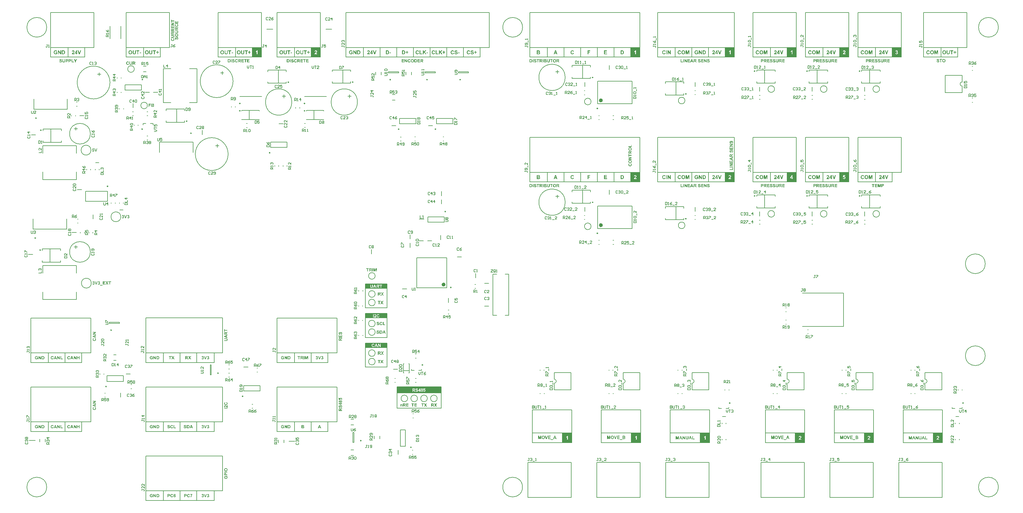
<source format=gto>
G04*
G04 #@! TF.GenerationSoftware,Altium Limited,Altium Designer,23.11.1 (41)*
G04*
G04 Layer_Color=65535*
%FSLAX45Y45*%
%MOMM*%
G71*
G04*
G04 #@! TF.SameCoordinates,668DCF2D-5C62-4E2E-8AFA-826030B064F4*
G04*
G04*
G04 #@! TF.FilePolarity,Positive*
G04*
G01*
G75*
%ADD10C,0.25000*%
%ADD11C,0.10000*%
%ADD12C,0.20000*%
%ADD13C,0.60000*%
%ADD14C,0.20320*%
%ADD15C,0.15000*%
G36*
X21974261Y5965516D02*
X21956351D01*
X21956245Y6041122D01*
X21937292Y5965516D01*
X21918547D01*
X21899594Y6041122D01*
Y5965516D01*
X21881682D01*
Y6061637D01*
X21910738D01*
X21928024Y5996029D01*
X21945103Y6061637D01*
X21974261D01*
Y5965516D01*
D02*
G37*
G36*
X22143491D02*
X22122662D01*
X22088400Y6061637D01*
X22109332D01*
X22133701Y5990510D01*
X22157236Y6061637D01*
X22177856D01*
X22143491Y5965516D01*
D02*
G37*
G36*
X22395508Y6061533D02*
X22396758D01*
X22399570Y6061429D01*
X22402382Y6061221D01*
X22405089Y6060908D01*
X22406235Y6060804D01*
X22407381Y6060596D01*
X22407590D01*
X22407901Y6060492D01*
X22408318Y6060388D01*
X22409360Y6060179D01*
X22410713Y6059763D01*
X22412276Y6059242D01*
X22413940Y6058513D01*
X22415712Y6057680D01*
X22417378Y6056639D01*
X22417482D01*
X22417586Y6056534D01*
X22418108Y6056118D01*
X22418941Y6055389D01*
X22419981Y6054556D01*
X22421127Y6053306D01*
X22422377Y6051952D01*
X22423627Y6050390D01*
X22424773Y6048620D01*
Y6048516D01*
X22424876Y6048412D01*
X22425084Y6048099D01*
X22425291Y6047787D01*
X22425710Y6046745D01*
X22426334Y6045392D01*
X22426855Y6043725D01*
X22427374Y6041747D01*
X22427689Y6039664D01*
X22427792Y6037373D01*
Y6037269D01*
Y6037060D01*
Y6036748D01*
X22427689Y6036227D01*
Y6035602D01*
X22427583Y6034978D01*
X22427374Y6033311D01*
X22426855Y6031333D01*
X22426230Y6029250D01*
X22425397Y6027167D01*
X22424147Y6024980D01*
Y6024876D01*
X22423940Y6024772D01*
X22423730Y6024459D01*
X22423521Y6024043D01*
X22422688Y6023106D01*
X22421542Y6021856D01*
X22420085Y6020502D01*
X22418419Y6019044D01*
X22416441Y6017690D01*
X22414255Y6016545D01*
X22414359D01*
X22414670Y6016441D01*
X22415086Y6016232D01*
X22415712Y6016024D01*
X22416441Y6015712D01*
X22417274Y6015399D01*
X22419252Y6014462D01*
X22421335Y6013316D01*
X22423627Y6011754D01*
X22425813Y6009984D01*
X22427689Y6007797D01*
X22427792Y6007693D01*
X22427896Y6007485D01*
X22428104Y6007172D01*
X22428416Y6006756D01*
X22428833Y6006131D01*
X22429250Y6005402D01*
X22429666Y6004569D01*
X22430083Y6003736D01*
X22430916Y6001549D01*
X22431749Y5999153D01*
X22432269Y5996342D01*
X22432478Y5994884D01*
Y5993322D01*
Y5993217D01*
Y5993009D01*
Y5992697D01*
Y5992176D01*
X22432375Y5991655D01*
X22432269Y5990926D01*
X22432062Y5989260D01*
X22431749Y5987281D01*
X22431123Y5985199D01*
X22430396Y5982908D01*
X22429353Y5980512D01*
Y5980408D01*
X22429250Y5980200D01*
X22429042Y5979887D01*
X22428833Y5979471D01*
X22428104Y5978325D01*
X22427167Y5976972D01*
X22426021Y5975409D01*
X22424564Y5973743D01*
X22422897Y5972077D01*
X22421024Y5970619D01*
X22420918D01*
X22420815Y5970515D01*
X22420502Y5970307D01*
X22420085Y5969994D01*
X22419565Y5969786D01*
X22418941Y5969473D01*
X22417482Y5968744D01*
X22415607Y5967911D01*
X22413316Y5967182D01*
X22410817Y5966558D01*
X22408005Y5966141D01*
X22407484D01*
X22406964Y5966037D01*
X22406339D01*
X22405505Y5965933D01*
X22404465D01*
X22403319Y5965829D01*
X22401862D01*
X22400195Y5965724D01*
X22398320D01*
X22396133Y5965620D01*
X22391029D01*
X22388010Y5965516D01*
X22351978D01*
Y6061637D01*
X22394260D01*
X22395508Y6061533D01*
D02*
G37*
G36*
X22258981Y6045392D02*
X22207120D01*
Y6024147D01*
X22255336D01*
Y6007901D01*
X22207120D01*
Y5981762D01*
X22260855D01*
Y5965516D01*
X22187749D01*
Y6061637D01*
X22258981D01*
Y6045392D01*
D02*
G37*
G36*
X22038309Y6063095D02*
X22039766Y6062991D01*
X22041537Y6062783D01*
X22043619Y6062470D01*
X22045911Y6062054D01*
X22048410Y6061533D01*
X22051117Y6060804D01*
X22053825Y6059971D01*
X22056638Y6058930D01*
X22059554Y6057576D01*
X22062366Y6056118D01*
X22065073Y6054348D01*
X22067676Y6052265D01*
X22070175Y6049974D01*
X22070279Y6049870D01*
X22070695Y6049349D01*
X22071321Y6048620D01*
X22072154Y6047578D01*
X22073195Y6046225D01*
X22074237Y6044558D01*
X22075381Y6042684D01*
X22076633Y6040393D01*
X22077777Y6037998D01*
X22078923Y6035186D01*
X22080067Y6032166D01*
X22081006Y6028937D01*
X22081839Y6025397D01*
X22082465Y6021648D01*
X22082880Y6017586D01*
X22082983Y6013316D01*
Y6013212D01*
Y6013004D01*
Y6012692D01*
Y6012275D01*
Y6011754D01*
X22082880Y6011129D01*
X22082776Y6009463D01*
X22082568Y6007485D01*
X22082359Y6005298D01*
X22081943Y6002694D01*
X22081422Y5999986D01*
X22080693Y5997175D01*
X22079860Y5994155D01*
X22078819Y5991135D01*
X22077673Y5988115D01*
X22076215Y5985094D01*
X22074445Y5982179D01*
X22072569Y5979471D01*
X22070279Y5976867D01*
X22070175Y5976763D01*
X22069653Y5976347D01*
X22069031Y5975618D01*
X22067989Y5974785D01*
X22066737Y5973847D01*
X22065176Y5972702D01*
X22063406Y5971556D01*
X22061324Y5970307D01*
X22059032Y5969057D01*
X22056532Y5967911D01*
X22053722Y5966766D01*
X22050700Y5965829D01*
X22047473Y5964995D01*
X22044035Y5964266D01*
X22040286Y5963850D01*
X22036433Y5963746D01*
X22035497D01*
X22034351Y5963850D01*
X22032893Y5963954D01*
X22031123Y5964162D01*
X22028935Y5964475D01*
X22026645Y5964787D01*
X22024146Y5965412D01*
X22021439Y5966037D01*
X22018730Y5966974D01*
X22015814Y5968015D01*
X22013002Y5969265D01*
X22010190Y5970723D01*
X22007483Y5972494D01*
X22004880Y5974472D01*
X22002380Y5976763D01*
X22002277Y5976972D01*
X22001859Y5977388D01*
X22001234Y5978117D01*
X22000401Y5979158D01*
X21999464Y5980512D01*
X21998422Y5982179D01*
X21997276Y5984053D01*
X21996132Y5986240D01*
X21994882Y5988635D01*
X21993736Y5991343D01*
X21992696Y5994259D01*
X21991759Y5997487D01*
X21990926Y6000924D01*
X21990300Y6004673D01*
X21989883Y6008630D01*
X21989780Y6012796D01*
Y6013004D01*
Y6013421D01*
Y6014254D01*
X21989883Y6015295D01*
Y6016545D01*
X21989987Y6018003D01*
X21990196Y6019565D01*
X21990300Y6021439D01*
X21990611Y6023314D01*
X21990820Y6025292D01*
X21991653Y6029458D01*
X21992696Y6033520D01*
X21993423Y6035602D01*
X21994153Y6037477D01*
Y6037581D01*
X21994257Y6037789D01*
X21994466Y6038206D01*
X21994778Y6038727D01*
X21995090Y6039351D01*
X21995506Y6040080D01*
X21996445Y6041955D01*
X21997694Y6043934D01*
X21999255Y6046225D01*
X22001025Y6048412D01*
X22003004Y6050703D01*
X22003110Y6050807D01*
X22003317Y6050911D01*
X22003630Y6051223D01*
X22004047Y6051640D01*
X22004567Y6052161D01*
X22005193Y6052681D01*
X22006754Y6053931D01*
X22008524Y6055389D01*
X22010712Y6056847D01*
X22013002Y6058201D01*
X22015501Y6059346D01*
X22015607D01*
X22015918Y6059555D01*
X22016438Y6059659D01*
X22017064Y6059971D01*
X22017897Y6060284D01*
X22018938Y6060596D01*
X22020084Y6060908D01*
X22021439Y6061325D01*
X22022896Y6061637D01*
X22024458Y6061950D01*
X22026228Y6062262D01*
X22027998Y6062575D01*
X22031956Y6062991D01*
X22036224Y6063199D01*
X22037163D01*
X22038309Y6063095D01*
D02*
G37*
G36*
X22342815Y5938960D02*
X22266270D01*
Y5950937D01*
X22342815D01*
Y5938960D01*
D02*
G37*
G36*
X32319623Y17736082D02*
Y17735834D01*
Y17735208D01*
Y17734084D01*
Y17732709D01*
Y17730959D01*
X32319498Y17729085D01*
Y17726961D01*
X32319373Y17724586D01*
X32319122Y17719836D01*
X32318747Y17714964D01*
X32318497Y17712589D01*
X32318246Y17710464D01*
X32317996Y17708466D01*
X32317621Y17706715D01*
Y17706590D01*
X32317496Y17706342D01*
X32317371Y17705841D01*
X32317249Y17705341D01*
X32316998Y17704591D01*
X32316748Y17703716D01*
X32315997Y17701717D01*
X32315125Y17699342D01*
X32313873Y17696968D01*
X32312375Y17694594D01*
X32310623Y17692220D01*
Y17692094D01*
X32310373Y17691969D01*
X32309750Y17691220D01*
X32308624Y17690221D01*
X32307126Y17688844D01*
X32305127Y17687346D01*
X32302875Y17685846D01*
X32300128Y17684221D01*
X32297128Y17682848D01*
X32297003D01*
X32296753Y17682722D01*
X32296252Y17682472D01*
X32295627Y17682347D01*
X32294754Y17682097D01*
X32293753Y17681721D01*
X32292505Y17681471D01*
X32291129Y17681097D01*
X32289630Y17680722D01*
X32288004Y17680472D01*
X32286130Y17680222D01*
X32284256Y17679848D01*
X32282132Y17679723D01*
X32279883Y17679472D01*
X32277509Y17679349D01*
X32273383D01*
X32272260Y17679472D01*
X32270883D01*
X32269385Y17679597D01*
X32267636Y17679723D01*
X32265762Y17679848D01*
X32261636Y17680222D01*
X32257513Y17680972D01*
X32253513Y17681847D01*
X32251639Y17682472D01*
X32250015Y17683096D01*
X32249890D01*
X32249640Y17683221D01*
X32249139Y17683472D01*
X32248639Y17683847D01*
X32247891Y17684221D01*
X32247015Y17684596D01*
X32245142Y17685846D01*
X32243018Y17687221D01*
X32240768Y17688844D01*
X32238519Y17690845D01*
X32236517Y17692969D01*
Y17693094D01*
X32236267Y17693219D01*
X32236017Y17693594D01*
X32235767Y17694093D01*
X32234894Y17695219D01*
X32233893Y17696843D01*
X32232770Y17698843D01*
X32231644Y17700967D01*
X32230771Y17703342D01*
X32230020Y17705841D01*
Y17705966D01*
X32229895Y17706342D01*
X32229770Y17706841D01*
X32229645Y17707715D01*
X32229520Y17708714D01*
X32229269Y17709966D01*
X32229144Y17711464D01*
X32228894Y17713214D01*
X32228644Y17715089D01*
X32228519Y17717339D01*
X32228271Y17719711D01*
X32228146Y17722337D01*
X32228021Y17725211D01*
X32227896Y17728210D01*
X32227771Y17731584D01*
Y17735083D01*
Y17796819D01*
X32251013D01*
Y17734209D01*
Y17734084D01*
Y17733585D01*
Y17732834D01*
Y17731834D01*
Y17730585D01*
Y17729210D01*
X32251138Y17727710D01*
Y17726212D01*
Y17722836D01*
X32251389Y17719711D01*
Y17718213D01*
X32251514Y17716963D01*
X32251639Y17715839D01*
X32251764Y17714839D01*
Y17714714D01*
X32251889Y17714589D01*
Y17714214D01*
X32252139Y17713715D01*
X32252515Y17712338D01*
X32253265Y17710715D01*
X32254138Y17708965D01*
X32255389Y17707091D01*
X32257013Y17705215D01*
X32258887Y17703465D01*
X32259012D01*
X32259137Y17703342D01*
X32259512Y17703091D01*
X32259888Y17702843D01*
X32261136Y17702092D01*
X32262885Y17701341D01*
X32265137Y17700592D01*
X32267761Y17699841D01*
X32270758Y17699342D01*
X32274258Y17699219D01*
X32275259D01*
X32275882Y17699342D01*
X32276758D01*
X32277634Y17699467D01*
X32279883Y17699718D01*
X32282257Y17700217D01*
X32284756Y17700967D01*
X32287131Y17701842D01*
X32289255Y17703217D01*
X32289505Y17703342D01*
X32290005Y17703966D01*
X32290878Y17704842D01*
X32291879Y17705966D01*
X32292880Y17707341D01*
X32293878Y17709090D01*
X32294754Y17710965D01*
X32295255Y17713089D01*
Y17713214D01*
Y17713339D01*
X32295377Y17713715D01*
Y17714214D01*
X32295502Y17714964D01*
X32295627Y17715714D01*
X32295752Y17716713D01*
X32295877Y17717838D01*
Y17719087D01*
X32296002Y17720587D01*
X32296127Y17722212D01*
X32296252Y17723961D01*
Y17725961D01*
X32296378Y17728085D01*
Y17730334D01*
Y17732834D01*
Y17796819D01*
X32319623D01*
Y17736082D01*
D02*
G37*
G36*
X32487955Y17748705D02*
X32518195D01*
Y17727960D01*
X32487955D01*
Y17698093D01*
X32467834D01*
Y17727960D01*
X32437592D01*
Y17748705D01*
X32467834D01*
Y17778572D01*
X32487955D01*
Y17748705D01*
D02*
G37*
G36*
X32427594Y17777322D02*
X32393604D01*
Y17681471D01*
X32370358D01*
Y17777322D01*
X32336118D01*
Y17796819D01*
X32427594D01*
Y17777322D01*
D02*
G37*
G36*
X32156039Y17798567D02*
X32157788Y17798442D01*
X32159912Y17798192D01*
X32162411Y17797816D01*
X32165161Y17797318D01*
X32168161Y17796693D01*
X32171411Y17795818D01*
X32174658Y17794818D01*
X32178033Y17793568D01*
X32181531Y17791943D01*
X32184906Y17790195D01*
X32188156Y17788071D01*
X32191281Y17785570D01*
X32194278Y17782822D01*
X32194403Y17782697D01*
X32194904Y17782071D01*
X32195654Y17781197D01*
X32196652Y17779947D01*
X32197903Y17778322D01*
X32199152Y17776323D01*
X32200528Y17774072D01*
X32202026Y17771324D01*
X32203403Y17768449D01*
X32204776Y17765076D01*
X32206152Y17761452D01*
X32207275Y17757578D01*
X32208276Y17753329D01*
X32209024Y17748830D01*
X32209525Y17743956D01*
X32209650Y17738832D01*
Y17738707D01*
Y17738458D01*
Y17738083D01*
Y17737582D01*
Y17736958D01*
X32209525Y17736208D01*
X32209399Y17734209D01*
X32209149Y17731834D01*
X32208899Y17729210D01*
X32208401Y17726086D01*
X32207776Y17722836D01*
X32206900Y17719463D01*
X32205902Y17715839D01*
X32204651Y17712215D01*
X32203278Y17708591D01*
X32201526Y17704967D01*
X32199402Y17701466D01*
X32197153Y17698218D01*
X32194403Y17695094D01*
X32194278Y17694969D01*
X32193655Y17694469D01*
X32192905Y17693594D01*
X32191656Y17692593D01*
X32190155Y17691470D01*
X32188281Y17690096D01*
X32186157Y17688721D01*
X32183658Y17687221D01*
X32180908Y17685721D01*
X32177908Y17684346D01*
X32174533Y17682973D01*
X32170911Y17681847D01*
X32167035Y17680847D01*
X32162912Y17679973D01*
X32158414Y17679472D01*
X32153790Y17679349D01*
X32152664D01*
X32151291Y17679472D01*
X32149539Y17679597D01*
X32147415Y17679848D01*
X32144791Y17680222D01*
X32142041Y17680597D01*
X32139044Y17681348D01*
X32135794Y17682097D01*
X32132544Y17683221D01*
X32129047Y17684471D01*
X32125671Y17685971D01*
X32122296Y17687721D01*
X32119049Y17689845D01*
X32115924Y17692220D01*
X32112924Y17694969D01*
X32112799Y17695219D01*
X32112299Y17695718D01*
X32111551Y17696593D01*
X32110550Y17697842D01*
X32109427Y17699467D01*
X32108176Y17701466D01*
X32106802Y17703716D01*
X32105426Y17706342D01*
X32103928Y17709215D01*
X32102554Y17712463D01*
X32101303Y17715964D01*
X32100177Y17719836D01*
X32099179Y17723961D01*
X32098428Y17728461D01*
X32097928Y17733209D01*
X32097803Y17738208D01*
Y17738458D01*
Y17738957D01*
Y17739957D01*
X32097928Y17741206D01*
Y17742706D01*
X32098053Y17744456D01*
X32098303Y17746330D01*
X32098428Y17748579D01*
X32098804Y17750829D01*
X32099054Y17753204D01*
X32100052Y17758202D01*
X32101303Y17763075D01*
X32102179Y17765576D01*
X32103052Y17767825D01*
Y17767950D01*
X32103177Y17768201D01*
X32103427Y17768700D01*
X32103802Y17769325D01*
X32104178Y17770074D01*
X32104678Y17770949D01*
X32105801Y17773199D01*
X32107300Y17775574D01*
X32109177Y17778322D01*
X32111301Y17780946D01*
X32113675Y17783696D01*
X32113800Y17783821D01*
X32114050Y17783946D01*
X32114423Y17784322D01*
X32114923Y17784821D01*
X32115549Y17785446D01*
X32116299Y17786070D01*
X32118173Y17787570D01*
X32120297Y17789320D01*
X32122922Y17791069D01*
X32125671Y17792694D01*
X32128671Y17794067D01*
X32128796D01*
X32129172Y17794318D01*
X32129797Y17794443D01*
X32130545Y17794818D01*
X32131546Y17795193D01*
X32132794Y17795567D01*
X32134167Y17795943D01*
X32135794Y17796443D01*
X32137543Y17796819D01*
X32139417Y17797192D01*
X32141544Y17797568D01*
X32143668Y17797942D01*
X32148416Y17798442D01*
X32153540Y17798692D01*
X32154663D01*
X32156039Y17798567D01*
D02*
G37*
G36*
X29241400Y17592439D02*
X28962000D01*
Y17885600D01*
X29241400D01*
Y17592439D01*
D02*
G37*
G36*
X29074261Y5965516D02*
X29056351D01*
X29056247Y6041122D01*
X29037292Y5965516D01*
X29018546D01*
X28999594Y6041122D01*
Y5965516D01*
X28981683D01*
Y6061637D01*
X29010736D01*
X29028024Y5996029D01*
X29045102Y6061637D01*
X29074261D01*
Y5965516D01*
D02*
G37*
G36*
X29243491D02*
X29222662D01*
X29188400Y6061637D01*
X29209332D01*
X29233701Y5990509D01*
X29257236Y6061637D01*
X29277856D01*
X29243491Y5965516D01*
D02*
G37*
G36*
X29495508Y6061533D02*
X29496759D01*
X29499570Y6061429D01*
X29502383Y6061221D01*
X29505090Y6060908D01*
X29506235Y6060804D01*
X29507382Y6060596D01*
X29507590D01*
X29507901Y6060492D01*
X29508319Y6060387D01*
X29509360Y6060179D01*
X29510712Y6059763D01*
X29512274Y6059242D01*
X29513940Y6058513D01*
X29515714Y6057680D01*
X29517377Y6056638D01*
X29517484D01*
X29517587Y6056534D01*
X29518106Y6056118D01*
X29518939Y6055389D01*
X29519983Y6054556D01*
X29521127Y6053306D01*
X29522375Y6051952D01*
X29523627Y6050390D01*
X29524771Y6048620D01*
Y6048515D01*
X29524875Y6048411D01*
X29525085Y6048099D01*
X29525293Y6047786D01*
X29525708Y6046745D01*
X29526334Y6045391D01*
X29526855Y6043725D01*
X29527377Y6041746D01*
X29527689Y6039664D01*
X29527792Y6037372D01*
Y6037268D01*
Y6037060D01*
Y6036748D01*
X29527689Y6036227D01*
Y6035602D01*
X29527585Y6034977D01*
X29527377Y6033311D01*
X29526855Y6031332D01*
X29526230Y6029250D01*
X29525397Y6027167D01*
X29524146Y6024980D01*
Y6024876D01*
X29523938Y6024772D01*
X29523730Y6024459D01*
X29523523Y6024043D01*
X29522690Y6023105D01*
X29521545Y6021856D01*
X29520087Y6020502D01*
X29518420Y6019044D01*
X29516440Y6017690D01*
X29514255Y6016544D01*
X29514359D01*
X29514670Y6016440D01*
X29515088Y6016232D01*
X29515714Y6016024D01*
X29516440Y6015711D01*
X29517273Y6015399D01*
X29519254Y6014462D01*
X29521335Y6013316D01*
X29523627Y6011754D01*
X29525812Y6009984D01*
X29527689Y6007797D01*
X29527792Y6007693D01*
X29527896Y6007484D01*
X29528104Y6007172D01*
X29528418Y6006755D01*
X29528833Y6006130D01*
X29529251Y6005402D01*
X29529666Y6004568D01*
X29530084Y6003735D01*
X29530917Y6001548D01*
X29531750Y5999153D01*
X29532269Y5996341D01*
X29532477Y5994883D01*
Y5993321D01*
Y5993217D01*
Y5993009D01*
Y5992696D01*
Y5992176D01*
X29532373Y5991655D01*
X29532269Y5990926D01*
X29532062Y5989260D01*
X29531750Y5987281D01*
X29531125Y5985198D01*
X29530396Y5982907D01*
X29529355Y5980512D01*
Y5980408D01*
X29529251Y5980200D01*
X29529041Y5979887D01*
X29528833Y5979471D01*
X29528104Y5978325D01*
X29527167Y5976971D01*
X29526022Y5975409D01*
X29524564Y5973743D01*
X29522897Y5972077D01*
X29521024Y5970619D01*
X29520920D01*
X29520816Y5970515D01*
X29520502Y5970306D01*
X29520087Y5969994D01*
X29519565Y5969786D01*
X29518939Y5969473D01*
X29517484Y5968744D01*
X29515607Y5967911D01*
X29513318Y5967182D01*
X29510818Y5966557D01*
X29508005Y5966141D01*
X29507486D01*
X29506964Y5966037D01*
X29506339D01*
X29505505Y5965932D01*
X29504465D01*
X29503320Y5965828D01*
X29501862D01*
X29500195Y5965724D01*
X29498318D01*
X29496133Y5965620D01*
X29491031D01*
X29488010Y5965516D01*
X29451978D01*
Y6061637D01*
X29494260D01*
X29495508Y6061533D01*
D02*
G37*
G36*
X29358981Y6045391D02*
X29307120D01*
Y6024147D01*
X29355338D01*
Y6007901D01*
X29307120D01*
Y5981762D01*
X29360855D01*
Y5965516D01*
X29287750D01*
Y6061637D01*
X29358981D01*
Y6045391D01*
D02*
G37*
G36*
X29138309Y6063095D02*
X29139767Y6062991D01*
X29141537Y6062783D01*
X29143619Y6062470D01*
X29145911Y6062054D01*
X29148410Y6061533D01*
X29151117Y6060804D01*
X29153824Y6059971D01*
X29156638Y6058929D01*
X29159552Y6057576D01*
X29162366Y6056118D01*
X29165073Y6054347D01*
X29167676Y6052265D01*
X29170175Y6049973D01*
X29170279Y6049869D01*
X29170697Y6049349D01*
X29171320Y6048620D01*
X29172153Y6047578D01*
X29173196Y6046224D01*
X29174237Y6044558D01*
X29175381Y6042684D01*
X29176633Y6040393D01*
X29177777Y6037997D01*
X29178922Y6035186D01*
X29180069Y6032165D01*
X29181006Y6028937D01*
X29181839Y6025396D01*
X29182465Y6021647D01*
X29182880Y6017586D01*
X29182986Y6013316D01*
Y6013212D01*
Y6013004D01*
Y6012691D01*
Y6012275D01*
Y6011754D01*
X29182880Y6011129D01*
X29182776Y6009463D01*
X29182568Y6007484D01*
X29182361Y6005297D01*
X29181943Y6002694D01*
X29181421Y5999986D01*
X29180692Y5997174D01*
X29179861Y5994154D01*
X29178818Y5991134D01*
X29177673Y5988114D01*
X29176215Y5985094D01*
X29174445Y5982178D01*
X29172571Y5979471D01*
X29170279Y5976867D01*
X29170175Y5976763D01*
X29169656Y5976346D01*
X29169031Y5975617D01*
X29167987Y5974784D01*
X29166739Y5973847D01*
X29165176Y5972702D01*
X29163406Y5971556D01*
X29161322Y5970306D01*
X29159033Y5969057D01*
X29156534Y5967911D01*
X29153720Y5966766D01*
X29150702Y5965828D01*
X29147473Y5964995D01*
X29144037Y5964266D01*
X29140286Y5963850D01*
X29136435Y5963746D01*
X29135498D01*
X29134351Y5963850D01*
X29132892Y5963954D01*
X29131122Y5964162D01*
X29128937Y5964474D01*
X29126645Y5964787D01*
X29124146Y5965412D01*
X29121439Y5966037D01*
X29118729Y5966974D01*
X29115814Y5968015D01*
X29113000Y5969265D01*
X29110190Y5970723D01*
X29107483Y5972493D01*
X29104880Y5974472D01*
X29102380Y5976763D01*
X29102277Y5976971D01*
X29101859Y5977388D01*
X29101236Y5978117D01*
X29100403Y5979158D01*
X29099463Y5980512D01*
X29098422Y5982178D01*
X29097278Y5984053D01*
X29096133Y5986240D01*
X29094882Y5988635D01*
X29093738Y5991343D01*
X29092694Y5994259D01*
X29091757Y5997487D01*
X29090924Y6000923D01*
X29090302Y6004673D01*
X29089883Y6008630D01*
X29089780Y6012795D01*
Y6013004D01*
Y6013420D01*
Y6014253D01*
X29089883Y6015295D01*
Y6016544D01*
X29089987Y6018002D01*
X29090195Y6019565D01*
X29090302Y6021439D01*
X29090613Y6023314D01*
X29090820Y6025292D01*
X29091653Y6029458D01*
X29092694Y6033519D01*
X29093423Y6035602D01*
X29094153Y6037477D01*
Y6037581D01*
X29094257Y6037789D01*
X29094467Y6038206D01*
X29094778Y6038726D01*
X29095090Y6039351D01*
X29095508Y6040080D01*
X29096445Y6041955D01*
X29097693Y6043933D01*
X29099255Y6046224D01*
X29101025Y6048411D01*
X29103006Y6050702D01*
X29103110Y6050807D01*
X29103317Y6050911D01*
X29103629Y6051223D01*
X29104047Y6051640D01*
X29104568Y6052160D01*
X29105191Y6052681D01*
X29106754Y6053931D01*
X29108524Y6055389D01*
X29110712Y6056847D01*
X29113000Y6058200D01*
X29115503Y6059346D01*
X29115607D01*
X29115918Y6059554D01*
X29116440Y6059658D01*
X29117065Y6059971D01*
X29117896Y6060283D01*
X29118939Y6060596D01*
X29120084Y6060908D01*
X29121439Y6061325D01*
X29122897Y6061637D01*
X29124457Y6061950D01*
X29126227Y6062262D01*
X29128000Y6062574D01*
X29131955Y6062991D01*
X29136227Y6063199D01*
X29137164D01*
X29138309Y6063095D01*
D02*
G37*
G36*
X29442813Y5938960D02*
X29366272D01*
Y5950936D01*
X29442813D01*
Y5938960D01*
D02*
G37*
G36*
X7995292Y4288643D02*
X7996854Y4288539D01*
X7998625Y4288330D01*
X8000499Y4288122D01*
X8002582Y4287810D01*
X8004769Y4287393D01*
X8007060Y4286872D01*
X8009351Y4286352D01*
X8011746Y4285623D01*
X8014038Y4284685D01*
X8016225Y4283748D01*
X8018307Y4282603D01*
X8020286Y4281249D01*
X8020390Y4281145D01*
X8020703Y4280936D01*
X8021223Y4280520D01*
X8021952Y4279895D01*
X8022681Y4279062D01*
X8023618Y4278229D01*
X8024660Y4277083D01*
X8025701Y4275833D01*
X8026847Y4274480D01*
X8027888Y4272918D01*
X8029034Y4271147D01*
X8030075Y4269377D01*
X8031012Y4267398D01*
X8031950Y4265211D01*
X8032679Y4262920D01*
X8033303Y4260525D01*
X8014038Y4256880D01*
Y4256984D01*
X8013933Y4257192D01*
X8013829Y4257609D01*
X8013621Y4258026D01*
X8013413Y4258650D01*
X8013100Y4259379D01*
X8012267Y4260941D01*
X8011226Y4262712D01*
X8009872Y4264586D01*
X8008310Y4266357D01*
X8006331Y4268023D01*
X8006227D01*
X8006123Y4268231D01*
X8005811Y4268440D01*
X8005290Y4268648D01*
X8004769Y4268960D01*
X8004144Y4269377D01*
X8003311Y4269689D01*
X8002478Y4270106D01*
X8000499Y4270835D01*
X7998104Y4271564D01*
X7995397Y4271980D01*
X7992376Y4272189D01*
X7991127D01*
X7990294Y4272084D01*
X7989252Y4271980D01*
X7988003Y4271772D01*
X7986545Y4271460D01*
X7985087Y4271147D01*
X7983525Y4270731D01*
X7981858Y4270210D01*
X7980192Y4269585D01*
X7978526Y4268752D01*
X7976860Y4267815D01*
X7975193Y4266773D01*
X7973631Y4265524D01*
X7972173Y4264066D01*
X7972069Y4263961D01*
X7971861Y4263649D01*
X7971444Y4263233D01*
X7971028Y4262504D01*
X7970403Y4261670D01*
X7969778Y4260629D01*
X7969153Y4259483D01*
X7968424Y4258026D01*
X7967695Y4256463D01*
X7967070Y4254693D01*
X7966446Y4252714D01*
X7965821Y4250527D01*
X7965404Y4248236D01*
X7964988Y4245737D01*
X7964779Y4243029D01*
X7964675Y4240113D01*
Y4239905D01*
Y4239384D01*
X7964779Y4238447D01*
Y4237302D01*
X7964883Y4235844D01*
X7965092Y4234282D01*
X7965300Y4232407D01*
X7965612Y4230428D01*
X7966029Y4228450D01*
X7966550Y4226263D01*
X7967175Y4224180D01*
X7967904Y4221993D01*
X7968737Y4219910D01*
X7969778Y4217932D01*
X7970924Y4216057D01*
X7972277Y4214391D01*
X7972382Y4214287D01*
X7972590Y4214078D01*
X7973111Y4213558D01*
X7973631Y4213037D01*
X7974464Y4212412D01*
X7975297Y4211683D01*
X7976443Y4210954D01*
X7977589Y4210121D01*
X7978942Y4209288D01*
X7980504Y4208559D01*
X7982067Y4207830D01*
X7983837Y4207205D01*
X7985816Y4206685D01*
X7987794Y4206268D01*
X7989877Y4205956D01*
X7992168Y4205851D01*
X7993210D01*
X7993730Y4205956D01*
X7994459D01*
X7996021Y4206164D01*
X7997896Y4206476D01*
X7999875Y4206893D01*
X8002061Y4207413D01*
X8004353Y4208247D01*
X8004457D01*
X8004665Y4208351D01*
X8004977Y4208455D01*
X8005394Y4208663D01*
X8006539Y4209184D01*
X8007997Y4209913D01*
X8009664Y4210746D01*
X8011434Y4211683D01*
X8013204Y4212725D01*
X8014975Y4213974D01*
Y4226263D01*
X7992793D01*
Y4242509D01*
X8034553D01*
Y4204081D01*
X8034449Y4203977D01*
X8034241Y4203873D01*
X8033928Y4203560D01*
X8033408Y4203144D01*
X8032783Y4202623D01*
X8032054Y4201998D01*
X8031117Y4201373D01*
X8030075Y4200644D01*
X8028825Y4199811D01*
X8027576Y4198978D01*
X8026118Y4198145D01*
X8024452Y4197312D01*
X8022785Y4196375D01*
X8020911Y4195542D01*
X8018932Y4194604D01*
X8016849Y4193771D01*
X8016745D01*
X8016329Y4193563D01*
X8015704Y4193355D01*
X8014871Y4193042D01*
X8013829Y4192730D01*
X8012580Y4192313D01*
X8011122Y4192001D01*
X8009560Y4191584D01*
X8007893Y4191168D01*
X8006019Y4190751D01*
X8004144Y4190335D01*
X8002061Y4190022D01*
X7997792Y4189501D01*
X7995605Y4189397D01*
X7993418Y4189293D01*
X7991960D01*
X7990918Y4189397D01*
X7989565Y4189501D01*
X7988003Y4189606D01*
X7986336Y4189814D01*
X7984462Y4190126D01*
X7982483Y4190439D01*
X7980400Y4190855D01*
X7978213Y4191376D01*
X7975922Y4191897D01*
X7973631Y4192626D01*
X7971444Y4193459D01*
X7969257Y4194396D01*
X7967070Y4195542D01*
X7966966Y4195646D01*
X7966550Y4195854D01*
X7966029Y4196166D01*
X7965196Y4196687D01*
X7964363Y4197416D01*
X7963217Y4198145D01*
X7962072Y4199082D01*
X7960822Y4200228D01*
X7959468Y4201373D01*
X7958114Y4202727D01*
X7956656Y4204289D01*
X7955303Y4205851D01*
X7953949Y4207622D01*
X7952595Y4209496D01*
X7951449Y4211475D01*
X7950304Y4213662D01*
X7950200Y4213766D01*
X7950096Y4214183D01*
X7949783Y4214807D01*
X7949471Y4215745D01*
X7949054Y4216786D01*
X7948534Y4218140D01*
X7948013Y4219598D01*
X7947492Y4221264D01*
X7946971Y4223139D01*
X7946451Y4225117D01*
X7946034Y4227200D01*
X7945513Y4229387D01*
X7945201Y4231782D01*
X7944889Y4234177D01*
X7944784Y4236677D01*
X7944680Y4239280D01*
Y4239489D01*
Y4239905D01*
Y4240738D01*
X7944784Y4241780D01*
X7944889Y4243133D01*
X7944993Y4244696D01*
X7945201Y4246362D01*
X7945513Y4248236D01*
X7945826Y4250215D01*
X7946242Y4252402D01*
X7946763Y4254589D01*
X7947284Y4256880D01*
X7948013Y4259171D01*
X7948846Y4261462D01*
X7949783Y4263753D01*
X7950929Y4265940D01*
X7951033Y4266044D01*
X7951241Y4266461D01*
X7951554Y4267086D01*
X7952074Y4267919D01*
X7952803Y4268856D01*
X7953532Y4270002D01*
X7954469Y4271251D01*
X7955615Y4272605D01*
X7956761Y4274063D01*
X7958219Y4275521D01*
X7959676Y4276979D01*
X7961343Y4278541D01*
X7963113Y4279999D01*
X7965092Y4281353D01*
X7967175Y4282707D01*
X7969362Y4283956D01*
X7969466Y4284061D01*
X7969778Y4284165D01*
X7970299Y4284373D01*
X7971028Y4284685D01*
X7971965Y4285102D01*
X7973006Y4285518D01*
X7974256Y4285935D01*
X7975714Y4286352D01*
X7977276Y4286768D01*
X7979047Y4287185D01*
X7980921Y4287601D01*
X7983004Y4288018D01*
X7985191Y4288330D01*
X7987482Y4288539D01*
X7989877Y4288747D01*
X7994147D01*
X7995292Y4288643D01*
D02*
G37*
G36*
X8128904Y4191063D02*
X8109534D01*
X8070586Y4254172D01*
Y4191063D01*
X8052674D01*
Y4287185D01*
X8071419D01*
X8110992Y4222618D01*
Y4287185D01*
X8128904D01*
Y4191063D01*
D02*
G37*
G36*
X8187847Y4287081D02*
X8190242D01*
X8191596Y4286976D01*
X8194512Y4286768D01*
X8197532Y4286352D01*
X8200448Y4285935D01*
X8201802Y4285623D01*
X8203052Y4285310D01*
X8203156D01*
X8203468Y4285206D01*
X8203885Y4284998D01*
X8204510Y4284790D01*
X8205239Y4284581D01*
X8206072Y4284165D01*
X8208050Y4283227D01*
X8210341Y4282082D01*
X8212737Y4280520D01*
X8215132Y4278645D01*
X8217527Y4276458D01*
X8217631Y4276354D01*
X8217840Y4276146D01*
X8218152Y4275833D01*
X8218569Y4275313D01*
X8218985Y4274688D01*
X8219610Y4273959D01*
X8220235Y4273126D01*
X8220964Y4272084D01*
X8221693Y4271043D01*
X8222422Y4269897D01*
X8223984Y4267190D01*
X8225442Y4264170D01*
X8226691Y4260837D01*
Y4260733D01*
X8226796Y4260421D01*
X8227004Y4259900D01*
X8227212Y4259171D01*
X8227420Y4258338D01*
X8227733Y4257192D01*
X8228045Y4255943D01*
X8228358Y4254589D01*
X8228566Y4253027D01*
X8228878Y4251256D01*
X8229191Y4249382D01*
X8229399Y4247403D01*
X8229607Y4245216D01*
X8229816Y4243029D01*
X8229920Y4240634D01*
Y4238135D01*
Y4238031D01*
Y4237614D01*
Y4236989D01*
Y4236156D01*
X8229816Y4235115D01*
Y4233969D01*
X8229712Y4232615D01*
X8229503Y4231157D01*
X8229191Y4227929D01*
X8228670Y4224492D01*
X8227941Y4221056D01*
X8226900Y4217723D01*
Y4217619D01*
X8226691Y4217307D01*
X8226483Y4216682D01*
X8226275Y4215953D01*
X8225858Y4215120D01*
X8225442Y4214078D01*
X8224921Y4212933D01*
X8224296Y4211683D01*
X8222838Y4208976D01*
X8221068Y4206164D01*
X8218985Y4203352D01*
X8216590Y4200749D01*
X8216486Y4200644D01*
X8216382Y4200540D01*
X8216069Y4200228D01*
X8215653Y4199915D01*
X8215132Y4199499D01*
X8214611Y4198978D01*
X8213882Y4198457D01*
X8213049Y4197937D01*
X8211070Y4196687D01*
X8208779Y4195437D01*
X8206072Y4194188D01*
X8203052Y4193042D01*
X8202948D01*
X8202739Y4192938D01*
X8202427Y4192834D01*
X8201906Y4192730D01*
X8201281Y4192626D01*
X8200448Y4192417D01*
X8199511Y4192209D01*
X8198470Y4192105D01*
X8197324Y4191897D01*
X8196074Y4191688D01*
X8194616Y4191480D01*
X8193054Y4191376D01*
X8191492Y4191272D01*
X8189722Y4191168D01*
X8187847Y4191063D01*
X8149420D01*
Y4287185D01*
X8186806D01*
X8187847Y4287081D01*
D02*
G37*
G36*
X5476973Y6388591D02*
X5478223Y6388487D01*
X5479681Y6388382D01*
X5481451Y6388174D01*
X5483430Y6387862D01*
X5485513Y6387341D01*
X5487699Y6386820D01*
X5489991Y6386091D01*
X5492386Y6385258D01*
X5494781Y6384217D01*
X5497176Y6383071D01*
X5499571Y6381613D01*
X5501758Y6380051D01*
X5503945Y6378177D01*
X5504049Y6378073D01*
X5504258Y6377864D01*
X5504570Y6377552D01*
X5504987Y6377031D01*
X5505612Y6376406D01*
X5506236Y6375677D01*
X5506861Y6374740D01*
X5507694Y6373699D01*
X5508423Y6372449D01*
X5509256Y6371199D01*
X5510090Y6369741D01*
X5510923Y6368179D01*
X5511652Y6366409D01*
X5512485Y6364639D01*
X5513214Y6362660D01*
X5513839Y6360577D01*
X5494677Y6355995D01*
Y6356099D01*
X5494573Y6356307D01*
X5494469Y6356724D01*
X5494364Y6357245D01*
X5494156Y6357869D01*
X5493844Y6358598D01*
X5493115Y6360265D01*
X5492177Y6362139D01*
X5490928Y6364118D01*
X5489366Y6365992D01*
X5487491Y6367763D01*
X5487387Y6367867D01*
X5487283Y6367971D01*
X5486970Y6368179D01*
X5486554Y6368492D01*
X5486033Y6368804D01*
X5485408Y6369117D01*
X5483846Y6369950D01*
X5481868Y6370783D01*
X5479681Y6371408D01*
X5477181Y6371928D01*
X5474370Y6372137D01*
X5473328D01*
X5472599Y6372032D01*
X5471662Y6371928D01*
X5470621Y6371720D01*
X5469475Y6371512D01*
X5468225Y6371199D01*
X5466871Y6370783D01*
X5465414Y6370262D01*
X5463956Y6369637D01*
X5462498Y6368908D01*
X5461040Y6367971D01*
X5459686Y6366930D01*
X5458228Y6365784D01*
X5456978Y6364430D01*
X5456874Y6364326D01*
X5456666Y6364118D01*
X5456353Y6363597D01*
X5455937Y6362972D01*
X5455416Y6362139D01*
X5454895Y6361098D01*
X5454271Y6359848D01*
X5453750Y6358390D01*
X5453125Y6356828D01*
X5452500Y6354954D01*
X5451979Y6352975D01*
X5451459Y6350684D01*
X5451042Y6348184D01*
X5450730Y6345581D01*
X5450521Y6342665D01*
X5450417Y6339541D01*
Y6339333D01*
Y6338708D01*
Y6337770D01*
X5450521Y6336625D01*
X5450626Y6335063D01*
X5450730Y6333397D01*
X5450938Y6331522D01*
X5451250Y6329439D01*
X5451979Y6325169D01*
X5452500Y6323087D01*
X5453125Y6320900D01*
X5453854Y6318817D01*
X5454791Y6316942D01*
X5455728Y6315172D01*
X5456874Y6313610D01*
X5456978Y6313506D01*
X5457186Y6313298D01*
X5457603Y6312881D01*
X5458020Y6312360D01*
X5458749Y6311840D01*
X5459478Y6311215D01*
X5460415Y6310486D01*
X5461456Y6309757D01*
X5462602Y6309028D01*
X5463956Y6308299D01*
X5465309Y6307674D01*
X5466871Y6307153D01*
X5468434Y6306633D01*
X5470204Y6306216D01*
X5472078Y6306008D01*
X5473953Y6305904D01*
X5474682D01*
X5475203Y6306008D01*
X5475932D01*
X5476661Y6306216D01*
X5478535Y6306528D01*
X5480618Y6307153D01*
X5482805Y6307986D01*
X5484992Y6309236D01*
X5486137Y6309965D01*
X5487179Y6310798D01*
X5487283Y6310902D01*
X5487387Y6311006D01*
X5487699Y6311319D01*
X5488116Y6311735D01*
X5488533Y6312256D01*
X5489053Y6312881D01*
X5489678Y6313714D01*
X5490303Y6314547D01*
X5490928Y6315589D01*
X5491657Y6316734D01*
X5492282Y6317984D01*
X5493011Y6319442D01*
X5493635Y6320900D01*
X5494260Y6322566D01*
X5494781Y6324440D01*
X5495302Y6326315D01*
X5514151Y6320483D01*
Y6320275D01*
X5513943Y6319754D01*
X5513734Y6319025D01*
X5513318Y6317880D01*
X5512797Y6316630D01*
X5512277Y6315068D01*
X5511548Y6313402D01*
X5510714Y6311631D01*
X5509777Y6309757D01*
X5508736Y6307778D01*
X5507486Y6305799D01*
X5506236Y6303925D01*
X5504778Y6301946D01*
X5503216Y6300176D01*
X5501550Y6298510D01*
X5499676Y6296948D01*
X5499571Y6296843D01*
X5499259Y6296635D01*
X5498634Y6296219D01*
X5497905Y6295802D01*
X5496864Y6295177D01*
X5495718Y6294552D01*
X5494364Y6293823D01*
X5492698Y6293198D01*
X5491032Y6292470D01*
X5489053Y6291741D01*
X5486970Y6291116D01*
X5484679Y6290491D01*
X5482284Y6290074D01*
X5479681Y6289658D01*
X5476973Y6289449D01*
X5474161Y6289345D01*
X5473328D01*
X5472287Y6289449D01*
X5470933Y6289554D01*
X5469371Y6289762D01*
X5467496Y6290074D01*
X5465309Y6290387D01*
X5463018Y6291012D01*
X5460623Y6291636D01*
X5458020Y6292574D01*
X5455416Y6293615D01*
X5452813Y6294865D01*
X5450209Y6296323D01*
X5447606Y6298093D01*
X5445106Y6300072D01*
X5442711Y6302363D01*
X5442607Y6302467D01*
X5442190Y6302988D01*
X5441565Y6303717D01*
X5440836Y6304758D01*
X5439899Y6306112D01*
X5438858Y6307674D01*
X5437712Y6309548D01*
X5436567Y6311735D01*
X5435421Y6314131D01*
X5434276Y6316838D01*
X5433234Y6319754D01*
X5432297Y6322983D01*
X5431568Y6326419D01*
X5430943Y6330064D01*
X5430527Y6333917D01*
X5430422Y6338083D01*
Y6338187D01*
Y6338395D01*
Y6338708D01*
Y6339124D01*
Y6339749D01*
X5430527Y6340374D01*
X5430631Y6342040D01*
X5430839Y6344019D01*
X5431047Y6346414D01*
X5431464Y6349018D01*
X5431985Y6351725D01*
X5432609Y6354745D01*
X5433443Y6357765D01*
X5434380Y6360889D01*
X5435629Y6364014D01*
X5436983Y6367034D01*
X5438650Y6369950D01*
X5440524Y6372761D01*
X5442711Y6375365D01*
X5442815Y6375469D01*
X5443336Y6375990D01*
X5443961Y6376615D01*
X5445002Y6377448D01*
X5446252Y6378489D01*
X5447710Y6379635D01*
X5449480Y6380780D01*
X5451459Y6382030D01*
X5453646Y6383280D01*
X5456145Y6384529D01*
X5458749Y6385571D01*
X5461664Y6386612D01*
X5464789Y6387445D01*
X5468121Y6388174D01*
X5471662Y6388591D01*
X5475307Y6388695D01*
X5476140D01*
X5476973Y6388591D01*
D02*
G37*
G36*
X5801577Y6291012D02*
X5782207D01*
Y6333084D01*
X5744092D01*
Y6291012D01*
X5724722D01*
Y6387133D01*
X5744092D01*
Y6349330D01*
X5782207D01*
Y6387133D01*
X5801577D01*
Y6291012D01*
D02*
G37*
G36*
X5704207D02*
X5684836D01*
X5645888Y6354120D01*
Y6291012D01*
X5627976D01*
Y6387133D01*
X5646721D01*
X5686294Y6322566D01*
Y6387133D01*
X5704207D01*
Y6291012D01*
D02*
G37*
G36*
X5617562D02*
X5596422D01*
X5587986Y6312881D01*
X5549559D01*
X5541540Y6291012D01*
X5521024D01*
X5558411Y6387133D01*
X5579030D01*
X5617562Y6291012D01*
D02*
G37*
G36*
X8608289Y18702669D02*
X8688164D01*
Y18683299D01*
X8608289D01*
Y18654765D01*
X8592043D01*
Y18730995D01*
X8608289D01*
Y18702669D01*
D02*
G37*
G36*
X8806842Y18615816D02*
X8710721D01*
Y18687048D01*
X8726967D01*
Y18635187D01*
X8748211D01*
Y18683403D01*
X8764457D01*
Y18635187D01*
X8790596D01*
Y18688924D01*
X8806842D01*
Y18615816D01*
D02*
G37*
G36*
X8688164Y18621648D02*
X8625055Y18582700D01*
X8688164D01*
Y18564787D01*
X8592043D01*
Y18583533D01*
X8656610Y18623106D01*
X8592043D01*
Y18641019D01*
X8688164D01*
Y18621648D01*
D02*
G37*
G36*
X8778100Y18598946D02*
X8778829Y18598738D01*
X8779974Y18598322D01*
X8781224Y18597800D01*
X8782786Y18597279D01*
X8784452Y18596552D01*
X8786222Y18595717D01*
X8788097Y18594780D01*
X8790076Y18593739D01*
X8792054Y18592490D01*
X8793929Y18591238D01*
X8795907Y18589781D01*
X8797678Y18588219D01*
X8799344Y18586552D01*
X8800906Y18584679D01*
X8801010Y18584573D01*
X8801219Y18584262D01*
X8801635Y18583636D01*
X8802052Y18582909D01*
X8802677Y18581866D01*
X8803301Y18580721D01*
X8804030Y18579367D01*
X8804655Y18577701D01*
X8805384Y18576035D01*
X8806113Y18574055D01*
X8806738Y18571974D01*
X8807363Y18569682D01*
X8807779Y18567287D01*
X8808196Y18564684D01*
X8808404Y18561977D01*
X8808508Y18559164D01*
Y18558331D01*
X8808404Y18557291D01*
X8808300Y18555936D01*
X8808092Y18554375D01*
X8807779Y18552499D01*
X8807467Y18550311D01*
X8806842Y18548021D01*
X8806217Y18545625D01*
X8805280Y18543024D01*
X8804239Y18540419D01*
X8802989Y18537816D01*
X8801531Y18535213D01*
X8799761Y18532610D01*
X8797782Y18530109D01*
X8795491Y18527715D01*
X8795387Y18527609D01*
X8794866Y18527193D01*
X8794137Y18526569D01*
X8793096Y18525841D01*
X8791742Y18524902D01*
X8790180Y18523862D01*
X8788305Y18522716D01*
X8786118Y18521570D01*
X8783723Y18520424D01*
X8781015Y18519279D01*
X8778100Y18518237D01*
X8774871Y18517300D01*
X8771435Y18516571D01*
X8767790Y18515945D01*
X8763936Y18515530D01*
X8759771Y18515427D01*
X8759667D01*
X8759458D01*
X8759146D01*
X8758729D01*
X8758105D01*
X8757480Y18515530D01*
X8755814Y18515634D01*
X8753835Y18515842D01*
X8751440Y18516051D01*
X8748836Y18516467D01*
X8746129Y18516988D01*
X8743108Y18517612D01*
X8740088Y18518446D01*
X8736964Y18519383D01*
X8733840Y18520633D01*
X8730820Y18521986D01*
X8727904Y18523653D01*
X8725092Y18525526D01*
X8722489Y18527715D01*
X8722385Y18527818D01*
X8721864Y18528339D01*
X8721239Y18528964D01*
X8720406Y18530005D01*
X8719365Y18531255D01*
X8718219Y18532713D01*
X8717073Y18534483D01*
X8715824Y18536462D01*
X8714574Y18538649D01*
X8713324Y18541148D01*
X8712283Y18543752D01*
X8711242Y18546667D01*
X8710409Y18549792D01*
X8709680Y18553123D01*
X8709263Y18556665D01*
X8709159Y18560310D01*
Y18561143D01*
X8709263Y18561977D01*
X8709367Y18563226D01*
X8709471Y18564684D01*
X8709680Y18566454D01*
X8709992Y18568433D01*
X8710513Y18570515D01*
X8711033Y18572704D01*
X8711762Y18574994D01*
X8712595Y18577390D01*
X8713637Y18579784D01*
X8714782Y18582179D01*
X8716240Y18584573D01*
X8717802Y18586761D01*
X8719677Y18588948D01*
X8719781Y18589052D01*
X8719989Y18589261D01*
X8720302Y18589574D01*
X8720823Y18589990D01*
X8721447Y18590614D01*
X8722176Y18591238D01*
X8723114Y18591864D01*
X8724155Y18592697D01*
X8725405Y18593427D01*
X8726654Y18594260D01*
X8728112Y18595093D01*
X8729674Y18595926D01*
X8731445Y18596655D01*
X8733215Y18597488D01*
X8735194Y18598216D01*
X8737277Y18598842D01*
X8741859Y18579680D01*
X8741755D01*
X8741546Y18579576D01*
X8741130Y18579472D01*
X8740609Y18579367D01*
X8739984Y18579160D01*
X8739255Y18578847D01*
X8737589Y18578117D01*
X8735715Y18577180D01*
X8733736Y18575931D01*
X8731861Y18574368D01*
X8730091Y18572495D01*
X8729987Y18572391D01*
X8729883Y18572285D01*
X8729674Y18571974D01*
X8729362Y18571558D01*
X8729050Y18571036D01*
X8728737Y18570412D01*
X8727904Y18568849D01*
X8727071Y18566872D01*
X8726446Y18564684D01*
X8725925Y18562184D01*
X8725717Y18559373D01*
Y18558331D01*
X8725821Y18557602D01*
X8725925Y18556665D01*
X8726134Y18555624D01*
X8726342Y18554478D01*
X8726654Y18553229D01*
X8727071Y18551875D01*
X8727592Y18550417D01*
X8728216Y18548959D01*
X8728945Y18547501D01*
X8729883Y18546043D01*
X8730924Y18544688D01*
X8732070Y18543231D01*
X8733423Y18541982D01*
X8733528Y18541878D01*
X8733736Y18541669D01*
X8734257Y18541356D01*
X8734881Y18540939D01*
X8735715Y18540419D01*
X8736756Y18539899D01*
X8738006Y18539275D01*
X8739464Y18538753D01*
X8741026Y18538129D01*
X8742900Y18537503D01*
X8744879Y18536983D01*
X8747170Y18536462D01*
X8749669Y18536044D01*
X8752273Y18535733D01*
X8755189Y18535526D01*
X8758313Y18535420D01*
X8758521D01*
X8759146D01*
X8760083D01*
X8761229Y18535526D01*
X8762791Y18535629D01*
X8764457Y18535733D01*
X8766332Y18535941D01*
X8768415Y18536253D01*
X8772684Y18536983D01*
X8774767Y18537503D01*
X8776954Y18538129D01*
X8779037Y18538857D01*
X8780911Y18539793D01*
X8782682Y18540732D01*
X8784244Y18541878D01*
X8784348Y18541982D01*
X8784556Y18542189D01*
X8784973Y18542606D01*
X8785493Y18543024D01*
X8786014Y18543752D01*
X8786639Y18544481D01*
X8787368Y18545418D01*
X8788097Y18546458D01*
X8788826Y18547604D01*
X8789555Y18548959D01*
X8790180Y18550311D01*
X8790700Y18551875D01*
X8791221Y18553436D01*
X8791638Y18555206D01*
X8791846Y18557082D01*
X8791950Y18558955D01*
Y18559685D01*
X8791846Y18560207D01*
Y18560934D01*
X8791638Y18561664D01*
X8791325Y18563538D01*
X8790700Y18565620D01*
X8789867Y18567809D01*
X8788618Y18569995D01*
X8787889Y18571140D01*
X8787056Y18572182D01*
X8786951Y18572285D01*
X8786847Y18572391D01*
X8786535Y18572704D01*
X8786118Y18573119D01*
X8785598Y18573537D01*
X8784973Y18574055D01*
X8784140Y18574681D01*
X8783307Y18575307D01*
X8782265Y18575931D01*
X8781120Y18576660D01*
X8779870Y18577284D01*
X8778412Y18578014D01*
X8776954Y18578638D01*
X8775288Y18579263D01*
X8773413Y18579784D01*
X8771539Y18580305D01*
X8777371Y18599155D01*
X8777579D01*
X8778100Y18598946D01*
D02*
G37*
G36*
X8688164Y18475018D02*
X8592043D01*
Y18546251D01*
X8608289D01*
Y18494389D01*
X8629533D01*
Y18542606D01*
X8645779D01*
Y18494389D01*
X8671918D01*
Y18548125D01*
X8688164D01*
Y18475018D01*
D02*
G37*
G36*
X8806842Y18485121D02*
X8785910Y18471062D01*
X8785806Y18470958D01*
X8785389Y18470749D01*
X8784869Y18470332D01*
X8784140Y18469812D01*
X8783202Y18469292D01*
X8782265Y18468562D01*
X8779974Y18467000D01*
X8777579Y18465230D01*
X8775288Y18463564D01*
X8774246Y18462730D01*
X8773309Y18462003D01*
X8772476Y18461377D01*
X8771851Y18460751D01*
X8771747Y18460648D01*
X8771330Y18460335D01*
X8770914Y18459711D01*
X8770289Y18458981D01*
X8769560Y18458150D01*
X8768935Y18457108D01*
X8768310Y18456065D01*
X8767894Y18454919D01*
X8767790Y18454816D01*
X8767686Y18454295D01*
X8767477Y18453566D01*
X8767269Y18452525D01*
X8767061Y18451170D01*
X8766957Y18449506D01*
X8766748Y18447527D01*
Y18441278D01*
X8806842D01*
Y18421909D01*
X8710721D01*
Y18465230D01*
X8710825Y18466479D01*
Y18467938D01*
X8710929Y18469604D01*
X8711033Y18471271D01*
X8711346Y18475018D01*
X8711866Y18478664D01*
X8712075Y18480434D01*
X8712491Y18482205D01*
X8712908Y18483768D01*
X8713324Y18485121D01*
Y18485225D01*
X8713429Y18485432D01*
X8713637Y18485745D01*
X8713845Y18486266D01*
X8714158Y18486891D01*
X8714470Y18487515D01*
X8715407Y18489182D01*
X8716761Y18490953D01*
X8718323Y18492723D01*
X8720302Y18494598D01*
X8722593Y18496265D01*
X8722697D01*
X8722905Y18496472D01*
X8723218Y18496680D01*
X8723738Y18496889D01*
X8724363Y18497305D01*
X8725092Y18497618D01*
X8726030Y18498035D01*
X8726967Y18498451D01*
X8729154Y18499181D01*
X8731757Y18499908D01*
X8734569Y18500325D01*
X8737693Y18500533D01*
X8737797D01*
X8738214D01*
X8738735D01*
X8739464Y18500429D01*
X8740401Y18500325D01*
X8741442Y18500221D01*
X8742692Y18500014D01*
X8743942Y18499699D01*
X8746858Y18498972D01*
X8748315Y18498451D01*
X8749773Y18497826D01*
X8751336Y18497096D01*
X8752794Y18496265D01*
X8754251Y18495326D01*
X8755605Y18494180D01*
X8755709Y18494077D01*
X8755918Y18493869D01*
X8756230Y18493556D01*
X8756751Y18493034D01*
X8757272Y18492307D01*
X8757896Y18491473D01*
X8758625Y18490536D01*
X8759354Y18489391D01*
X8760187Y18488141D01*
X8760916Y18486787D01*
X8761645Y18485225D01*
X8762374Y18483455D01*
X8762999Y18481580D01*
X8763624Y18479601D01*
X8764145Y18477414D01*
X8764561Y18475124D01*
Y18475227D01*
X8764770Y18475436D01*
X8764874Y18475748D01*
X8765186Y18476164D01*
X8765915Y18477310D01*
X8766957Y18478767D01*
X8768102Y18480434D01*
X8769456Y18482205D01*
X8771018Y18483975D01*
X8772580Y18485538D01*
X8772788Y18485745D01*
X8773101Y18485954D01*
X8773413Y18486266D01*
X8773934Y18486684D01*
X8774559Y18487204D01*
X8775288Y18487828D01*
X8776121Y18488454D01*
X8777162Y18489182D01*
X8778308Y18490015D01*
X8779557Y18490953D01*
X8781015Y18491890D01*
X8782578Y18492931D01*
X8784348Y18494077D01*
X8786118Y18495326D01*
X8788201Y18496576D01*
X8806842Y18508344D01*
Y18485121D01*
D02*
G37*
G36*
X8688164Y18441278D02*
X8667232Y18427219D01*
X8667128Y18427115D01*
X8666711Y18426907D01*
X8666191Y18426489D01*
X8665462Y18425969D01*
X8664524Y18425449D01*
X8663587Y18424719D01*
X8661296Y18423157D01*
X8658901Y18421387D01*
X8656610Y18419720D01*
X8655568Y18418887D01*
X8654631Y18418159D01*
X8653798Y18417534D01*
X8653173Y18416908D01*
X8653069Y18416805D01*
X8652652Y18416493D01*
X8652236Y18415868D01*
X8651611Y18415138D01*
X8650882Y18414307D01*
X8650257Y18413264D01*
X8649632Y18412222D01*
X8649216Y18411076D01*
X8649112Y18410973D01*
X8649008Y18410452D01*
X8648799Y18409723D01*
X8648591Y18408682D01*
X8648383Y18407327D01*
X8648279Y18405663D01*
X8648070Y18403683D01*
Y18397435D01*
X8688164D01*
Y18378065D01*
X8592043D01*
Y18421387D01*
X8592147Y18422636D01*
Y18424095D01*
X8592251Y18425761D01*
X8592355Y18427428D01*
X8592668Y18431177D01*
X8593189Y18434821D01*
X8593397Y18436592D01*
X8593813Y18438362D01*
X8594230Y18439925D01*
X8594647Y18441278D01*
Y18441382D01*
X8594751Y18441589D01*
X8594959Y18441904D01*
X8595167Y18442422D01*
X8595480Y18443048D01*
X8595792Y18443674D01*
X8596729Y18445338D01*
X8598083Y18447110D01*
X8599645Y18448880D01*
X8601624Y18450755D01*
X8603915Y18452422D01*
X8604019D01*
X8604227Y18452629D01*
X8604540Y18452837D01*
X8605061Y18453046D01*
X8605685Y18453462D01*
X8606414Y18453775D01*
X8607352Y18454192D01*
X8608289Y18454608D01*
X8610476Y18455338D01*
X8613079Y18456065D01*
X8615891Y18456482D01*
X8619015Y18456691D01*
X8619119D01*
X8619536D01*
X8620057D01*
X8620786Y18456586D01*
X8621723Y18456482D01*
X8622764Y18456378D01*
X8624014Y18456171D01*
X8625264Y18455856D01*
X8628180Y18455128D01*
X8629638Y18454608D01*
X8631096Y18453983D01*
X8632658Y18453255D01*
X8634116Y18452422D01*
X8635574Y18451485D01*
X8636927Y18450339D01*
X8637031Y18450233D01*
X8637240Y18450026D01*
X8637552Y18449713D01*
X8638073Y18449191D01*
X8638594Y18448463D01*
X8639218Y18447630D01*
X8639947Y18446693D01*
X8640676Y18445547D01*
X8641510Y18444298D01*
X8642238Y18442944D01*
X8642967Y18441382D01*
X8643696Y18439612D01*
X8644321Y18437737D01*
X8644946Y18435757D01*
X8645467Y18433571D01*
X8645883Y18431281D01*
Y18431384D01*
X8646092Y18431593D01*
X8646196Y18431905D01*
X8646508Y18432323D01*
X8647237Y18433467D01*
X8648279Y18434924D01*
X8649424Y18436592D01*
X8650778Y18438362D01*
X8652340Y18440132D01*
X8653902Y18441695D01*
X8654110Y18441904D01*
X8654423Y18442111D01*
X8654735Y18442422D01*
X8655256Y18442841D01*
X8655881Y18443361D01*
X8656610Y18443985D01*
X8657443Y18444611D01*
X8658484Y18445338D01*
X8659630Y18446172D01*
X8660880Y18447110D01*
X8662338Y18448047D01*
X8663900Y18449088D01*
X8665670Y18450233D01*
X8667440Y18451485D01*
X8669523Y18452733D01*
X8688164Y18464500D01*
Y18441278D01*
D02*
G37*
G36*
Y18344324D02*
X8667232Y18330264D01*
X8667128Y18330161D01*
X8666711Y18329951D01*
X8666191Y18329536D01*
X8665462Y18329015D01*
X8664524Y18328494D01*
X8663587Y18327765D01*
X8661296Y18326202D01*
X8658901Y18324432D01*
X8656610Y18322768D01*
X8655568Y18321933D01*
X8654631Y18321204D01*
X8653798Y18320580D01*
X8653173Y18319955D01*
X8653069Y18319852D01*
X8652652Y18319537D01*
X8652236Y18318913D01*
X8651611Y18318184D01*
X8650882Y18317351D01*
X8650257Y18316310D01*
X8649632Y18315268D01*
X8649216Y18314124D01*
X8649112Y18314018D01*
X8649008Y18313498D01*
X8648799Y18312769D01*
X8648591Y18311728D01*
X8648383Y18310374D01*
X8648279Y18308708D01*
X8648070Y18306729D01*
Y18300481D01*
X8688164D01*
Y18281111D01*
X8592043D01*
Y18324432D01*
X8592147Y18325682D01*
Y18327139D01*
X8592251Y18328807D01*
X8592355Y18330473D01*
X8592668Y18334222D01*
X8593189Y18337868D01*
X8593397Y18339638D01*
X8593813Y18341408D01*
X8594230Y18342970D01*
X8594647Y18344324D01*
Y18344427D01*
X8594751Y18344637D01*
X8594959Y18344948D01*
X8595167Y18345470D01*
X8595480Y18346094D01*
X8595792Y18346719D01*
X8596729Y18348386D01*
X8598083Y18350156D01*
X8599645Y18351926D01*
X8601624Y18353799D01*
X8603915Y18355466D01*
X8604019D01*
X8604227Y18355675D01*
X8604540Y18355882D01*
X8605061Y18356091D01*
X8605685Y18356508D01*
X8606414Y18356821D01*
X8607352Y18357237D01*
X8608289Y18357652D01*
X8610476Y18358382D01*
X8613079Y18359111D01*
X8615891Y18359528D01*
X8619015Y18359737D01*
X8619119D01*
X8619536D01*
X8620057D01*
X8620786Y18359631D01*
X8621723Y18359528D01*
X8622764Y18359424D01*
X8624014Y18359216D01*
X8625264Y18358904D01*
X8628180Y18358174D01*
X8629638Y18357652D01*
X8631096Y18357030D01*
X8632658Y18356300D01*
X8634116Y18355466D01*
X8635574Y18354529D01*
X8636927Y18353384D01*
X8637031Y18353281D01*
X8637240Y18353072D01*
X8637552Y18352759D01*
X8638073Y18352238D01*
X8638594Y18351509D01*
X8639218Y18350676D01*
X8639947Y18349739D01*
X8640676Y18348593D01*
X8641510Y18347343D01*
X8642238Y18345990D01*
X8642967Y18344427D01*
X8643696Y18342657D01*
X8644321Y18340784D01*
X8644946Y18338805D01*
X8645467Y18336617D01*
X8645883Y18334326D01*
Y18334430D01*
X8646092Y18334637D01*
X8646196Y18334950D01*
X8646508Y18335367D01*
X8647237Y18336513D01*
X8648279Y18337971D01*
X8649424Y18339638D01*
X8650778Y18341408D01*
X8652340Y18343178D01*
X8653902Y18344740D01*
X8654110Y18344948D01*
X8654423Y18345157D01*
X8654735Y18345470D01*
X8655256Y18345886D01*
X8655881Y18346407D01*
X8656610Y18347031D01*
X8657443Y18347656D01*
X8658484Y18348386D01*
X8659630Y18349219D01*
X8660880Y18350156D01*
X8662338Y18351093D01*
X8663900Y18352135D01*
X8665670Y18353281D01*
X8667440Y18354529D01*
X8669523Y18355779D01*
X8688164Y18367548D01*
Y18344324D01*
D02*
G37*
G36*
X8767165Y18401288D02*
X8768935D01*
X8770914Y18401184D01*
X8774871Y18400977D01*
X8778933Y18400664D01*
X8780911Y18400455D01*
X8782682Y18400247D01*
X8784348Y18400038D01*
X8785806Y18399725D01*
X8785910D01*
X8786118Y18399622D01*
X8786535Y18399518D01*
X8786951Y18399414D01*
X8787576Y18399205D01*
X8788305Y18398997D01*
X8789971Y18398372D01*
X8791950Y18397643D01*
X8793929Y18396602D01*
X8795907Y18395352D01*
X8797886Y18393893D01*
X8797990D01*
X8798094Y18393686D01*
X8798719Y18393166D01*
X8799552Y18392229D01*
X8800698Y18390977D01*
X8801948Y18389313D01*
X8803197Y18387437D01*
X8804551Y18385146D01*
X8805697Y18382648D01*
Y18382542D01*
X8805801Y18382335D01*
X8806009Y18381918D01*
X8806113Y18381396D01*
X8806321Y18380669D01*
X8806634Y18379836D01*
X8806842Y18378793D01*
X8807155Y18377647D01*
X8807467Y18376399D01*
X8807675Y18375044D01*
X8807884Y18373483D01*
X8808196Y18371921D01*
X8808300Y18370151D01*
X8808508Y18368275D01*
X8808613Y18366296D01*
Y18362860D01*
X8808508Y18361923D01*
Y18360777D01*
X8808404Y18359528D01*
X8808300Y18358070D01*
X8808196Y18356508D01*
X8807884Y18353072D01*
X8807259Y18349635D01*
X8806530Y18346301D01*
X8806009Y18344740D01*
X8805488Y18343385D01*
Y18343282D01*
X8805384Y18343074D01*
X8805176Y18342657D01*
X8804864Y18342241D01*
X8804551Y18341615D01*
X8804239Y18340887D01*
X8803197Y18339325D01*
X8802052Y18337553D01*
X8800698Y18335680D01*
X8799032Y18333804D01*
X8797261Y18332140D01*
X8797157D01*
X8797053Y18331931D01*
X8796741Y18331723D01*
X8796324Y18331514D01*
X8795387Y18330785D01*
X8794033Y18329951D01*
X8792367Y18329015D01*
X8790596Y18328078D01*
X8788618Y18327348D01*
X8786535Y18326724D01*
X8786431D01*
X8786118Y18326620D01*
X8785702Y18326517D01*
X8784973Y18326411D01*
X8784140Y18326308D01*
X8783098Y18326099D01*
X8781849Y18325995D01*
X8780391Y18325787D01*
X8778829Y18325578D01*
X8776954Y18325475D01*
X8774975Y18325266D01*
X8772788Y18325162D01*
X8770393Y18325058D01*
X8767894Y18324953D01*
X8765082Y18324849D01*
X8762166D01*
X8710721D01*
Y18344218D01*
X8762895D01*
X8762999D01*
X8763416D01*
X8764041D01*
X8764874D01*
X8765915D01*
X8767061D01*
X8768310Y18344324D01*
X8769560D01*
X8772372D01*
X8774975Y18344531D01*
X8776225D01*
X8777266Y18344637D01*
X8778204Y18344740D01*
X8779037Y18344844D01*
X8779141D01*
X8779245Y18344948D01*
X8779557D01*
X8779974Y18345157D01*
X8781120Y18345470D01*
X8782473Y18346094D01*
X8783931Y18346823D01*
X8785493Y18347864D01*
X8787056Y18349219D01*
X8788514Y18350780D01*
Y18350883D01*
X8788618Y18350987D01*
X8788826Y18351302D01*
X8789034Y18351613D01*
X8789659Y18352655D01*
X8790284Y18354112D01*
X8790909Y18355988D01*
X8791534Y18358174D01*
X8791950Y18360674D01*
X8792054Y18363589D01*
Y18364423D01*
X8791950Y18364943D01*
Y18365672D01*
X8791846Y18366402D01*
X8791638Y18368275D01*
X8791221Y18370255D01*
X8790596Y18372337D01*
X8789867Y18374316D01*
X8788722Y18376086D01*
X8788618Y18376294D01*
X8788097Y18376711D01*
X8787368Y18377440D01*
X8786431Y18378273D01*
X8785285Y18379106D01*
X8783827Y18379939D01*
X8782265Y18380669D01*
X8780495Y18381085D01*
X8780391D01*
X8780286D01*
X8779974Y18381189D01*
X8779557D01*
X8778933Y18381293D01*
X8778308Y18381396D01*
X8777475Y18381500D01*
X8776537Y18381606D01*
X8775496D01*
X8774246Y18381709D01*
X8772893Y18381815D01*
X8771435Y18381918D01*
X8769768D01*
X8767998Y18382022D01*
X8766123D01*
X8764041D01*
X8710721D01*
Y18401392D01*
X8761333D01*
X8761541D01*
X8762062D01*
X8762999D01*
X8764145D01*
X8765603D01*
X8767165Y18401288D01*
D02*
G37*
G36*
X8761229Y18309645D02*
X8762895Y18309541D01*
X8764874Y18309332D01*
X8767061Y18309125D01*
X8769664Y18308708D01*
X8772372Y18308186D01*
X8775184Y18307458D01*
X8778204Y18306625D01*
X8781224Y18305583D01*
X8784244Y18304437D01*
X8787264Y18302980D01*
X8790180Y18301210D01*
X8792887Y18299335D01*
X8795491Y18297044D01*
X8795595Y18296941D01*
X8796012Y18296419D01*
X8796741Y18295795D01*
X8797574Y18294753D01*
X8798511Y18293503D01*
X8799657Y18291940D01*
X8800802Y18290170D01*
X8802052Y18288087D01*
X8803301Y18285797D01*
X8804447Y18283298D01*
X8805592Y18280486D01*
X8806530Y18277466D01*
X8807363Y18274237D01*
X8808092Y18270801D01*
X8808508Y18267052D01*
X8808613Y18263197D01*
Y18262260D01*
X8808508Y18261116D01*
X8808404Y18259657D01*
X8808196Y18257887D01*
X8807884Y18255701D01*
X8807571Y18253409D01*
X8806946Y18250909D01*
X8806321Y18248203D01*
X8805384Y18245496D01*
X8804343Y18242580D01*
X8803093Y18239767D01*
X8801635Y18236955D01*
X8799865Y18234248D01*
X8797886Y18231644D01*
X8795595Y18229144D01*
X8795387Y18229041D01*
X8794970Y18228624D01*
X8794241Y18227998D01*
X8793200Y18227167D01*
X8791846Y18226228D01*
X8790180Y18225188D01*
X8788305Y18224042D01*
X8786118Y18222896D01*
X8783723Y18221648D01*
X8781015Y18220502D01*
X8778100Y18219460D01*
X8774871Y18218523D01*
X8771435Y18217690D01*
X8767686Y18217064D01*
X8763728Y18216647D01*
X8759563Y18216544D01*
X8759354D01*
X8758938D01*
X8758105D01*
X8757063Y18216647D01*
X8755814D01*
X8754356Y18216753D01*
X8752794Y18216960D01*
X8750919Y18217064D01*
X8749044Y18217377D01*
X8747066Y18217586D01*
X8742900Y18218417D01*
X8738839Y18219460D01*
X8736756Y18220189D01*
X8734881Y18220918D01*
X8734777D01*
X8734569Y18221022D01*
X8734152Y18221230D01*
X8733632Y18221542D01*
X8733007Y18221855D01*
X8732278Y18222272D01*
X8730403Y18223209D01*
X8728425Y18224458D01*
X8726134Y18226019D01*
X8723947Y18227791D01*
X8721656Y18229768D01*
X8721552Y18229874D01*
X8721447Y18230083D01*
X8721135Y18230394D01*
X8720718Y18230811D01*
X8720198Y18231332D01*
X8719677Y18231956D01*
X8718427Y18233519D01*
X8716969Y18235289D01*
X8715511Y18237476D01*
X8714158Y18239767D01*
X8713012Y18242265D01*
Y18242371D01*
X8712804Y18242683D01*
X8712700Y18243204D01*
X8712387Y18243828D01*
X8712075Y18244662D01*
X8711762Y18245703D01*
X8711450Y18246848D01*
X8711033Y18248203D01*
X8710721Y18249660D01*
X8710409Y18251222D01*
X8710096Y18252992D01*
X8709784Y18254762D01*
X8709367Y18258720D01*
X8709159Y18262990D01*
Y18263927D01*
X8709263Y18265073D01*
X8709367Y18266531D01*
X8709575Y18268301D01*
X8709888Y18270384D01*
X8710304Y18272675D01*
X8710825Y18275175D01*
X8711554Y18277882D01*
X8712387Y18280589D01*
X8713429Y18283401D01*
X8714782Y18286317D01*
X8716240Y18289130D01*
X8718011Y18291837D01*
X8720094Y18294440D01*
X8722385Y18296941D01*
X8722489Y18297044D01*
X8723009Y18297459D01*
X8723738Y18298085D01*
X8724780Y18298918D01*
X8726134Y18299960D01*
X8727800Y18301001D01*
X8729674Y18302147D01*
X8731966Y18303397D01*
X8734361Y18304543D01*
X8737173Y18305688D01*
X8740193Y18306833D01*
X8743421Y18307770D01*
X8746962Y18308603D01*
X8750711Y18309229D01*
X8754772Y18309645D01*
X8759042Y18309749D01*
X8759146D01*
X8759354D01*
X8759667D01*
X8760083D01*
X8760604D01*
X8761229Y18309645D01*
D02*
G37*
G36*
X8648487Y18260490D02*
X8650257D01*
X8652236Y18260387D01*
X8656193Y18260178D01*
X8660255Y18259866D01*
X8662233Y18259657D01*
X8664004Y18259448D01*
X8665670Y18259241D01*
X8667128Y18258929D01*
X8667232D01*
X8667440Y18258826D01*
X8667857Y18258720D01*
X8668273Y18258617D01*
X8668898Y18258408D01*
X8669627Y18258200D01*
X8671294Y18257574D01*
X8673272Y18256847D01*
X8675251Y18255804D01*
X8677230Y18254555D01*
X8679208Y18253098D01*
X8679312D01*
X8679416Y18252888D01*
X8680041Y18252368D01*
X8680874Y18251431D01*
X8682020Y18250182D01*
X8683270Y18248515D01*
X8684519Y18246640D01*
X8685873Y18244350D01*
X8687019Y18241850D01*
Y18241747D01*
X8687123Y18241537D01*
X8687331Y18241121D01*
X8687435Y18240601D01*
X8687644Y18239871D01*
X8687956Y18239038D01*
X8688164Y18237997D01*
X8688477Y18236852D01*
X8688789Y18235600D01*
X8688997Y18234248D01*
X8689206Y18232684D01*
X8689518Y18231123D01*
X8689622Y18229353D01*
X8689830Y18227478D01*
X8689935Y18225500D01*
Y18222063D01*
X8689830Y18221126D01*
Y18219980D01*
X8689726Y18218732D01*
X8689622Y18217273D01*
X8689518Y18215710D01*
X8689206Y18212274D01*
X8688581Y18208836D01*
X8687852Y18205505D01*
X8687331Y18203943D01*
X8686810Y18202589D01*
Y18202486D01*
X8686706Y18202277D01*
X8686498Y18201860D01*
X8686186Y18201443D01*
X8685873Y18200819D01*
X8685561Y18200090D01*
X8684519Y18198528D01*
X8683374Y18196758D01*
X8682020Y18194884D01*
X8680354Y18193008D01*
X8678583Y18191342D01*
X8678479D01*
X8678375Y18191135D01*
X8678063Y18190926D01*
X8677646Y18190717D01*
X8676709Y18189989D01*
X8675355Y18189156D01*
X8673689Y18188219D01*
X8671918Y18187280D01*
X8669940Y18186551D01*
X8667857Y18185927D01*
X8667753D01*
X8667440Y18185822D01*
X8667024Y18185718D01*
X8666295Y18185614D01*
X8665462Y18185510D01*
X8664420Y18185303D01*
X8663171Y18185197D01*
X8661713Y18184988D01*
X8660151Y18184781D01*
X8658276Y18184677D01*
X8656297Y18184470D01*
X8654110Y18184364D01*
X8651715Y18184261D01*
X8649216Y18184155D01*
X8646404Y18184052D01*
X8643488D01*
X8592043D01*
Y18203423D01*
X8644217D01*
X8644321D01*
X8644738D01*
X8645363D01*
X8646196D01*
X8647237D01*
X8648383D01*
X8649632Y18203526D01*
X8650882D01*
X8653694D01*
X8656297Y18203734D01*
X8657547D01*
X8658588Y18203839D01*
X8659526Y18203943D01*
X8660359Y18204047D01*
X8660463D01*
X8660567Y18204150D01*
X8660880D01*
X8661296Y18204359D01*
X8662442Y18204672D01*
X8663795Y18205296D01*
X8665253Y18206026D01*
X8666816Y18207066D01*
X8668378Y18208421D01*
X8669836Y18209982D01*
Y18210088D01*
X8669940Y18210191D01*
X8670148Y18210504D01*
X8670356Y18210815D01*
X8670981Y18211858D01*
X8671606Y18213315D01*
X8672231Y18215190D01*
X8672856Y18217377D01*
X8673272Y18219876D01*
X8673376Y18222792D01*
Y18223625D01*
X8673272Y18224146D01*
Y18224875D01*
X8673168Y18225604D01*
X8672960Y18227478D01*
X8672543Y18229457D01*
X8671918Y18231540D01*
X8671189Y18233519D01*
X8670044Y18235289D01*
X8669940Y18235497D01*
X8669419Y18235915D01*
X8668690Y18236642D01*
X8667753Y18237476D01*
X8666607Y18238309D01*
X8665149Y18239142D01*
X8663587Y18239871D01*
X8661817Y18240288D01*
X8661713D01*
X8661609D01*
X8661296Y18240392D01*
X8660880D01*
X8660255Y18240495D01*
X8659630Y18240601D01*
X8658797Y18240704D01*
X8657859Y18240808D01*
X8656818D01*
X8655568Y18240912D01*
X8654215Y18241017D01*
X8652757Y18241121D01*
X8651090D01*
X8649320Y18241225D01*
X8647445D01*
X8645363D01*
X8592043D01*
Y18260596D01*
X8642655D01*
X8642863D01*
X8643384D01*
X8644321D01*
X8645467D01*
X8646925D01*
X8648487Y18260490D01*
D02*
G37*
G36*
X8780286Y18204047D02*
X8781015D01*
X8781953Y18203943D01*
X8782890Y18203734D01*
X8783931Y18203526D01*
X8786327Y18203006D01*
X8788930Y18202171D01*
X8791638Y18201027D01*
X8793096Y18200298D01*
X8794450Y18199464D01*
X8794554D01*
X8794762Y18199255D01*
X8795178Y18198944D01*
X8795595Y18198631D01*
X8796220Y18198111D01*
X8796949Y18197591D01*
X8798511Y18196132D01*
X8800177Y18194258D01*
X8802052Y18192072D01*
X8803718Y18189467D01*
X8805176Y18186447D01*
Y18186343D01*
X8805280Y18186031D01*
X8805488Y18185614D01*
X8805697Y18184988D01*
X8806009Y18184155D01*
X8806217Y18183115D01*
X8806530Y18181969D01*
X8806842Y18180721D01*
X8807259Y18179262D01*
X8807571Y18177699D01*
X8807779Y18175929D01*
X8808092Y18174055D01*
X8808300Y18172180D01*
X8808508Y18169994D01*
X8808613Y18167805D01*
Y18164682D01*
X8808508Y18163745D01*
Y18162495D01*
X8808404Y18161037D01*
X8808196Y18159267D01*
X8807884Y18157288D01*
X8807571Y18155205D01*
X8807155Y18152914D01*
X8806530Y18150623D01*
X8805905Y18148332D01*
X8805072Y18146040D01*
X8804135Y18143750D01*
X8802989Y18141563D01*
X8801739Y18139481D01*
X8800281Y18137502D01*
X8800177Y18137396D01*
X8799865Y18137085D01*
X8799344Y18136565D01*
X8798719Y18135939D01*
X8797782Y18135210D01*
X8796741Y18134273D01*
X8795491Y18133336D01*
X8794033Y18132399D01*
X8792367Y18131357D01*
X8790596Y18130316D01*
X8788514Y18129379D01*
X8786327Y18128441D01*
X8783931Y18127608D01*
X8781432Y18126878D01*
X8778620Y18126254D01*
X8775704Y18125838D01*
X8773830Y18144687D01*
X8773934D01*
X8774246Y18144791D01*
X8774767Y18144894D01*
X8775392Y18145000D01*
X8776225Y18145209D01*
X8777058Y18145520D01*
X8779141Y18146146D01*
X8781432Y18147083D01*
X8783827Y18148332D01*
X8786014Y18149789D01*
X8786951Y18150623D01*
X8787889Y18151559D01*
Y18151665D01*
X8788097Y18151768D01*
X8788305Y18152081D01*
X8788618Y18152498D01*
X8788930Y18153018D01*
X8789243Y18153748D01*
X8789659Y18154475D01*
X8790076Y18155309D01*
X8790909Y18157391D01*
X8791534Y18159787D01*
X8792054Y18162599D01*
X8792263Y18165723D01*
Y18166661D01*
X8792158Y18167285D01*
Y18168118D01*
X8792054Y18168951D01*
X8791742Y18171034D01*
X8791325Y18173326D01*
X8790596Y18175722D01*
X8789659Y18178012D01*
X8789034Y18179053D01*
X8788305Y18179991D01*
Y18180095D01*
X8788097Y18180199D01*
X8787576Y18180721D01*
X8786743Y18181554D01*
X8785702Y18182385D01*
X8784348Y18183218D01*
X8782682Y18184052D01*
X8780911Y18184573D01*
X8779974Y18184781D01*
X8779037D01*
X8778933D01*
X8778412D01*
X8777787Y18184677D01*
X8777058Y18184573D01*
X8776121Y18184261D01*
X8775079Y18183948D01*
X8774142Y18183427D01*
X8773205Y18182698D01*
X8773101Y18182594D01*
X8772788Y18182281D01*
X8772372Y18181761D01*
X8771747Y18181136D01*
X8771122Y18180095D01*
X8770393Y18178949D01*
X8769768Y18177492D01*
X8769039Y18175722D01*
X8768935Y18175513D01*
Y18175304D01*
X8768831Y18174992D01*
X8768727Y18174574D01*
X8768519Y18173950D01*
X8768310Y18173326D01*
X8768102Y18172491D01*
X8767790Y18171555D01*
X8767477Y18170410D01*
X8767165Y18169160D01*
X8766748Y18167702D01*
X8766332Y18166141D01*
X8765915Y18164371D01*
X8765394Y18162392D01*
X8764874Y18160204D01*
Y18159996D01*
X8764665Y18159476D01*
X8764457Y18158746D01*
X8764145Y18157706D01*
X8763832Y18156351D01*
X8763312Y18154893D01*
X8762791Y18153331D01*
X8762270Y18151665D01*
X8760812Y18148019D01*
X8759250Y18144376D01*
X8758313Y18142708D01*
X8757376Y18141042D01*
X8756438Y18139584D01*
X8755397Y18138335D01*
X8755293Y18138229D01*
X8754980Y18137918D01*
X8754564Y18137502D01*
X8753939Y18136981D01*
X8753210Y18136252D01*
X8752273Y18135522D01*
X8751231Y18134689D01*
X8749982Y18133961D01*
X8748628Y18133128D01*
X8747170Y18132294D01*
X8745504Y18131564D01*
X8743837Y18130836D01*
X8742067Y18130316D01*
X8740088Y18129900D01*
X8738110Y18129587D01*
X8736027Y18129483D01*
X8735923D01*
X8735715D01*
X8735298D01*
X8734777Y18129587D01*
X8734152D01*
X8733319Y18129691D01*
X8731549Y18130003D01*
X8729466Y18130524D01*
X8727071Y18131253D01*
X8724676Y18132294D01*
X8722280Y18133649D01*
X8722176D01*
X8721968Y18133858D01*
X8721656Y18134065D01*
X8721239Y18134377D01*
X8720094Y18135419D01*
X8718636Y18136668D01*
X8717073Y18138438D01*
X8715511Y18140417D01*
X8713949Y18142917D01*
X8712595Y18145624D01*
Y18145729D01*
X8712491Y18145937D01*
X8712283Y18146457D01*
X8712075Y18146979D01*
X8711762Y18147810D01*
X8711554Y18148643D01*
X8711242Y18149686D01*
X8710825Y18150935D01*
X8710513Y18152289D01*
X8710200Y18153642D01*
X8709992Y18155205D01*
X8709680Y18156871D01*
X8709471Y18158746D01*
X8709263Y18160516D01*
X8709159Y18164578D01*
Y18166348D01*
X8709263Y18167494D01*
X8709367Y18169057D01*
X8709575Y18170721D01*
X8709784Y18172701D01*
X8710200Y18174783D01*
X8710617Y18176866D01*
X8711138Y18179156D01*
X8711762Y18181448D01*
X8712491Y18183635D01*
X8713429Y18185822D01*
X8714574Y18188010D01*
X8715720Y18189989D01*
X8717178Y18191759D01*
X8717282Y18191862D01*
X8717490Y18192175D01*
X8718011Y18192592D01*
X8718636Y18193216D01*
X8719365Y18193945D01*
X8720406Y18194675D01*
X8721552Y18195506D01*
X8722801Y18196445D01*
X8724259Y18197278D01*
X8725821Y18198111D01*
X8727592Y18198944D01*
X8729466Y18199673D01*
X8731445Y18200401D01*
X8733632Y18200923D01*
X8735923Y18201234D01*
X8738318Y18201443D01*
X8739047Y18182072D01*
X8738943D01*
X8738735Y18181969D01*
X8738318D01*
X8737901Y18181865D01*
X8737277Y18181657D01*
X8736548Y18181448D01*
X8734986Y18180928D01*
X8733319Y18180199D01*
X8731549Y18179262D01*
X8729883Y18178116D01*
X8728529Y18176659D01*
X8728425Y18176450D01*
X8728008Y18175929D01*
X8727487Y18174992D01*
X8726863Y18173637D01*
X8726238Y18171867D01*
X8725717Y18169785D01*
X8725301Y18167285D01*
X8725196Y18164371D01*
Y18163016D01*
X8725301Y18162286D01*
X8725405Y18161453D01*
X8725613Y18159476D01*
X8726030Y18157391D01*
X8726654Y18155101D01*
X8727592Y18153018D01*
X8728737Y18151041D01*
X8728841Y18150935D01*
X8729154Y18150623D01*
X8729674Y18150102D01*
X8730299Y18149582D01*
X8731132Y18148956D01*
X8732174Y18148540D01*
X8733319Y18148125D01*
X8734673Y18148019D01*
X8734777D01*
X8735194D01*
X8735923Y18148125D01*
X8736652Y18148332D01*
X8737589Y18148749D01*
X8738630Y18149165D01*
X8739568Y18149895D01*
X8740505Y18150832D01*
X8740609Y18151041D01*
X8740817Y18151248D01*
X8741026Y18151665D01*
X8741338Y18152081D01*
X8741651Y18152705D01*
X8742067Y18153539D01*
X8742484Y18154475D01*
X8742900Y18155518D01*
X8743421Y18156767D01*
X8743942Y18158224D01*
X8744462Y18159892D01*
X8745087Y18161766D01*
X8745712Y18163849D01*
X8746337Y18166141D01*
X8746962Y18168639D01*
Y18168848D01*
X8747066Y18169264D01*
X8747274Y18169994D01*
X8747482Y18170930D01*
X8747795Y18172180D01*
X8748211Y18173430D01*
X8748628Y18174992D01*
X8749044Y18176553D01*
X8750086Y18179991D01*
X8751231Y18183427D01*
X8751856Y18185094D01*
X8752481Y18186760D01*
X8753210Y18188219D01*
X8753835Y18189571D01*
Y18189676D01*
X8754043Y18189883D01*
X8754251Y18190196D01*
X8754460Y18190717D01*
X8755293Y18191966D01*
X8756334Y18193529D01*
X8757792Y18195195D01*
X8759458Y18196965D01*
X8761437Y18198737D01*
X8763624Y18200298D01*
X8763728D01*
X8763936Y18200507D01*
X8764249Y18200610D01*
X8764770Y18200923D01*
X8765394Y18201234D01*
X8766123Y18201547D01*
X8766957Y18201860D01*
X8767894Y18202277D01*
X8768935Y18202589D01*
X8770081Y18202901D01*
X8772684Y18203526D01*
X8775704Y18203943D01*
X8778933Y18204150D01*
X8779037D01*
X8779245D01*
X8779766D01*
X8780286Y18204047D01*
D02*
G37*
G36*
X8659422Y18167285D02*
X8660151Y18167078D01*
X8661296Y18166661D01*
X8662546Y18166141D01*
X8664108Y18165619D01*
X8665774Y18164890D01*
X8667545Y18164056D01*
X8669419Y18163120D01*
X8671398Y18162077D01*
X8673376Y18160829D01*
X8675251Y18159579D01*
X8677230Y18158121D01*
X8679000Y18156560D01*
X8680666Y18154893D01*
X8682228Y18153018D01*
X8682332Y18152914D01*
X8682541Y18152602D01*
X8682957Y18151978D01*
X8683374Y18151248D01*
X8683999Y18150208D01*
X8684623Y18149062D01*
X8685352Y18147707D01*
X8685977Y18146040D01*
X8686706Y18144376D01*
X8687435Y18142397D01*
X8688060Y18140314D01*
X8688685Y18138022D01*
X8689101Y18135628D01*
X8689518Y18133023D01*
X8689726Y18130316D01*
X8689830Y18127504D01*
Y18126671D01*
X8689726Y18125629D01*
X8689622Y18124277D01*
X8689414Y18122714D01*
X8689101Y18120839D01*
X8688789Y18118652D01*
X8688164Y18116360D01*
X8687539Y18113966D01*
X8686602Y18111362D01*
X8685561Y18108759D01*
X8684311Y18106155D01*
X8682853Y18103552D01*
X8681083Y18100948D01*
X8679104Y18098450D01*
X8676813Y18096054D01*
X8676709Y18095950D01*
X8676188Y18095534D01*
X8675459Y18094908D01*
X8674418Y18094179D01*
X8673064Y18093242D01*
X8671502Y18092201D01*
X8669627Y18091055D01*
X8667440Y18089909D01*
X8665045Y18088763D01*
X8662338Y18087617D01*
X8659422Y18086577D01*
X8656193Y18085640D01*
X8652757Y18084911D01*
X8649112Y18084286D01*
X8645259Y18083868D01*
X8641093Y18083765D01*
X8640989D01*
X8640781D01*
X8640468D01*
X8640052D01*
X8639427D01*
X8638802Y18083868D01*
X8637136Y18083974D01*
X8635157Y18084183D01*
X8632762Y18084390D01*
X8630158Y18084807D01*
X8627451Y18085327D01*
X8624431Y18085953D01*
X8621410Y18086784D01*
X8618286Y18087723D01*
X8615162Y18088972D01*
X8612142Y18090326D01*
X8609226Y18091992D01*
X8606414Y18093867D01*
X8603811Y18096054D01*
X8603707Y18096158D01*
X8603186Y18096680D01*
X8602561Y18097302D01*
X8601728Y18098344D01*
X8600687Y18099594D01*
X8599541Y18101051D01*
X8598396Y18102823D01*
X8597146Y18104800D01*
X8595896Y18106989D01*
X8594647Y18109488D01*
X8593605Y18112091D01*
X8592564Y18115007D01*
X8591731Y18118130D01*
X8591002Y18121465D01*
X8590585Y18125005D01*
X8590481Y18128650D01*
Y18129483D01*
X8590585Y18130316D01*
X8590689Y18131564D01*
X8590793Y18133023D01*
X8591002Y18134795D01*
X8591314Y18136772D01*
X8591835Y18138855D01*
X8592355Y18141042D01*
X8593084Y18143333D01*
X8593918Y18145729D01*
X8594959Y18148125D01*
X8596104Y18150519D01*
X8597562Y18152914D01*
X8599125Y18155101D01*
X8600999Y18157288D01*
X8601103Y18157391D01*
X8601311Y18157600D01*
X8601624Y18157913D01*
X8602145Y18158328D01*
X8602769Y18158954D01*
X8603498Y18159579D01*
X8604436Y18160204D01*
X8605477Y18161037D01*
X8606727Y18161766D01*
X8607976Y18162599D01*
X8609434Y18163432D01*
X8610996Y18164265D01*
X8612767Y18164993D01*
X8614537Y18165828D01*
X8616516Y18166557D01*
X8618599Y18167181D01*
X8623181Y18148019D01*
X8623077D01*
X8622868Y18147916D01*
X8622452Y18147810D01*
X8621931Y18147707D01*
X8621306Y18147499D01*
X8620577Y18147186D01*
X8618911Y18146457D01*
X8617037Y18145520D01*
X8615058Y18144270D01*
X8613183Y18142708D01*
X8611413Y18140834D01*
X8611309Y18140730D01*
X8611205Y18140627D01*
X8610996Y18140314D01*
X8610684Y18139897D01*
X8610372Y18139375D01*
X8610059Y18138751D01*
X8609226Y18137189D01*
X8608393Y18135210D01*
X8607768Y18133023D01*
X8607247Y18130524D01*
X8607039Y18127711D01*
Y18126671D01*
X8607143Y18125941D01*
X8607247Y18125005D01*
X8607456Y18123962D01*
X8607664Y18122818D01*
X8607976Y18121568D01*
X8608393Y18120213D01*
X8608914Y18118756D01*
X8609539Y18117297D01*
X8610268Y18115840D01*
X8611205Y18114381D01*
X8612246Y18113029D01*
X8613392Y18111571D01*
X8614746Y18110321D01*
X8614850Y18110217D01*
X8615058Y18110008D01*
X8615579Y18109695D01*
X8616203Y18109280D01*
X8617037Y18108759D01*
X8618078Y18108238D01*
X8619328Y18107613D01*
X8620786Y18107092D01*
X8622348Y18106468D01*
X8624222Y18105843D01*
X8626201Y18105322D01*
X8628492Y18104800D01*
X8630991Y18104385D01*
X8633595Y18104073D01*
X8636511Y18103864D01*
X8639635Y18103760D01*
X8639843D01*
X8640468D01*
X8641405D01*
X8642551Y18103864D01*
X8644113Y18103967D01*
X8645779Y18104073D01*
X8647654Y18104282D01*
X8649737Y18104593D01*
X8654006Y18105322D01*
X8656089Y18105843D01*
X8658276Y18106468D01*
X8660359Y18107198D01*
X8662233Y18108134D01*
X8664004Y18109071D01*
X8665566Y18110217D01*
X8665670Y18110321D01*
X8665878Y18110529D01*
X8666295Y18110947D01*
X8666816Y18111362D01*
X8667336Y18112091D01*
X8667961Y18112820D01*
X8668690Y18113757D01*
X8669419Y18114799D01*
X8670148Y18115944D01*
X8670877Y18117297D01*
X8671502Y18118652D01*
X8672023Y18120213D01*
X8672543Y18121776D01*
X8672960Y18123547D01*
X8673168Y18125421D01*
X8673272Y18127296D01*
Y18128024D01*
X8673168Y18128545D01*
Y18129274D01*
X8672960Y18130003D01*
X8672647Y18131879D01*
X8672023Y18133961D01*
X8671189Y18136148D01*
X8669940Y18138335D01*
X8669211Y18139481D01*
X8668378Y18140521D01*
X8668273Y18140627D01*
X8668169Y18140730D01*
X8667857Y18141042D01*
X8667440Y18141460D01*
X8666920Y18141875D01*
X8666295Y18142397D01*
X8665462Y18143021D01*
X8664629Y18143646D01*
X8663587Y18144270D01*
X8662442Y18145000D01*
X8661192Y18145624D01*
X8659734Y18146353D01*
X8658276Y18146979D01*
X8656610Y18147603D01*
X8654735Y18148125D01*
X8652861Y18148643D01*
X8658693Y18167494D01*
X8658901D01*
X8659422Y18167285D01*
D02*
G37*
G36*
X15173959Y10543540D02*
X14511020D01*
Y10685780D01*
X15173959D01*
Y10543540D01*
D02*
G37*
G36*
X28064832Y13998567D02*
X28066330Y13998442D01*
X28068082Y13998317D01*
X28070206Y13998067D01*
X28072580Y13997691D01*
X28075079Y13997067D01*
X28077704Y13996443D01*
X28080453Y13995567D01*
X28083328Y13994568D01*
X28086200Y13993318D01*
X28089075Y13991943D01*
X28091949Y13990195D01*
X28094574Y13988319D01*
X28097198Y13986070D01*
X28097324Y13985945D01*
X28097574Y13985695D01*
X28097949Y13985321D01*
X28098447Y13984695D01*
X28099197Y13983946D01*
X28099948Y13983070D01*
X28100696Y13981946D01*
X28101697Y13980698D01*
X28102573Y13979198D01*
X28103571Y13977698D01*
X28104572Y13975948D01*
X28105573Y13974072D01*
X28106445Y13971948D01*
X28107446Y13969824D01*
X28108319Y13967450D01*
X28109070Y13964951D01*
X28086075Y13959451D01*
Y13959576D01*
X28085950Y13959827D01*
X28085825Y13960327D01*
X28085703Y13960953D01*
X28085452Y13961702D01*
X28085077Y13962576D01*
X28084201Y13964577D01*
X28083078Y13966824D01*
X28081577Y13969200D01*
X28079703Y13971449D01*
X28077454Y13973573D01*
X28077328Y13973698D01*
X28077203Y13973824D01*
X28076828Y13974072D01*
X28076328Y13974448D01*
X28075705Y13974823D01*
X28074954Y13975198D01*
X28073080Y13976198D01*
X28070706Y13977197D01*
X28068082Y13977946D01*
X28065082Y13978572D01*
X28061707Y13978822D01*
X28060458D01*
X28059583Y13978697D01*
X28058459Y13978572D01*
X28057208Y13978322D01*
X28055835Y13978072D01*
X28054333Y13977698D01*
X28052710Y13977197D01*
X28050961Y13976573D01*
X28049210Y13975822D01*
X28047461Y13974948D01*
X28045712Y13973824D01*
X28044086Y13972574D01*
X28042337Y13971199D01*
X28040836Y13969576D01*
X28040714Y13969450D01*
X28040463Y13969200D01*
X28040088Y13968575D01*
X28039587Y13967825D01*
X28038962Y13966824D01*
X28038339Y13965576D01*
X28037589Y13964076D01*
X28036963Y13962326D01*
X28036215Y13960452D01*
X28035464Y13958202D01*
X28034839Y13955827D01*
X28034213Y13953079D01*
X28033713Y13950079D01*
X28033340Y13946954D01*
X28033090Y13943456D01*
X28032965Y13939706D01*
Y13939458D01*
Y13938707D01*
Y13937582D01*
X28033090Y13936208D01*
X28033215Y13934334D01*
X28033340Y13932333D01*
X28033588Y13930086D01*
X28033963Y13927585D01*
X28034839Y13922462D01*
X28035464Y13919962D01*
X28036215Y13917339D01*
X28037088Y13914839D01*
X28038214Y13912589D01*
X28039337Y13910464D01*
X28040714Y13908591D01*
X28040836Y13908466D01*
X28041086Y13908215D01*
X28041586Y13907715D01*
X28042087Y13907091D01*
X28042963Y13906467D01*
X28043839Y13905716D01*
X28044962Y13904842D01*
X28046210Y13903966D01*
X28047586Y13903091D01*
X28049210Y13902217D01*
X28050836Y13901466D01*
X28052710Y13900842D01*
X28054584Y13900217D01*
X28056708Y13899718D01*
X28058957Y13899467D01*
X28061206Y13899342D01*
X28062082D01*
X28062708Y13899467D01*
X28063583D01*
X28064456Y13899718D01*
X28066705Y13900092D01*
X28069205Y13900842D01*
X28071829Y13901842D01*
X28074454Y13903342D01*
X28075830Y13904216D01*
X28077078Y13905215D01*
X28077203Y13905341D01*
X28077328Y13905466D01*
X28077704Y13905841D01*
X28078204Y13906342D01*
X28078702Y13906966D01*
X28079327Y13907715D01*
X28080078Y13908714D01*
X28080826Y13909715D01*
X28081577Y13910965D01*
X28082452Y13912338D01*
X28083203Y13913840D01*
X28084076Y13915588D01*
X28084827Y13917339D01*
X28085577Y13919337D01*
X28086200Y13921587D01*
X28086826Y13923836D01*
X28109445Y13916838D01*
Y13916588D01*
X28109195Y13915964D01*
X28108945Y13915089D01*
X28108444Y13913715D01*
X28107819Y13912215D01*
X28107196Y13910339D01*
X28106320Y13908340D01*
X28105322Y13906216D01*
X28104196Y13903966D01*
X28102948Y13901591D01*
X28101447Y13899219D01*
X28099948Y13896968D01*
X28098199Y13894594D01*
X28096323Y13892468D01*
X28094324Y13890469D01*
X28092075Y13888596D01*
X28091949Y13888470D01*
X28091574Y13888220D01*
X28090826Y13887721D01*
X28089951Y13887221D01*
X28088699Y13886472D01*
X28087326Y13885721D01*
X28085703Y13884846D01*
X28083701Y13884096D01*
X28081702Y13883221D01*
X28079327Y13882347D01*
X28076828Y13881596D01*
X28074078Y13880847D01*
X28071204Y13880347D01*
X28068082Y13879848D01*
X28064832Y13879597D01*
X28061456Y13879472D01*
X28060458D01*
X28059207Y13879597D01*
X28057584Y13879723D01*
X28055710Y13879971D01*
X28053458Y13880347D01*
X28050836Y13880722D01*
X28048087Y13881471D01*
X28045212Y13882222D01*
X28042087Y13883347D01*
X28038962Y13884596D01*
X28035840Y13886096D01*
X28032715Y13887845D01*
X28029590Y13889970D01*
X28026590Y13892345D01*
X28023718Y13895094D01*
X28023593Y13895219D01*
X28023093Y13895844D01*
X28022342Y13896718D01*
X28021466Y13897968D01*
X28020343Y13899593D01*
X28019092Y13901466D01*
X28017719Y13903716D01*
X28016345Y13906342D01*
X28014969Y13909215D01*
X28013593Y13912463D01*
X28012344Y13915964D01*
X28011221Y13919836D01*
X28010345Y13923961D01*
X28009595Y13928336D01*
X28009097Y13932959D01*
X28008972Y13937958D01*
Y13938083D01*
Y13938333D01*
Y13938707D01*
Y13939207D01*
Y13939957D01*
X28009097Y13940707D01*
X28009222Y13942706D01*
X28009470Y13945081D01*
X28009720Y13947955D01*
X28010220Y13951079D01*
X28010846Y13954327D01*
X28011594Y13957953D01*
X28012595Y13961577D01*
X28013718Y13965326D01*
X28015219Y13969075D01*
X28016843Y13972699D01*
X28018842Y13976198D01*
X28021094Y13979572D01*
X28023718Y13982697D01*
X28023843Y13982822D01*
X28024466Y13983446D01*
X28025217Y13984196D01*
X28026465Y13985196D01*
X28027966Y13986446D01*
X28029715Y13987820D01*
X28031839Y13989195D01*
X28034213Y13990694D01*
X28036838Y13992194D01*
X28039838Y13993694D01*
X28042963Y13994943D01*
X28046460Y13996193D01*
X28050211Y13997192D01*
X28054208Y13998067D01*
X28058459Y13998567D01*
X28062833Y13998692D01*
X28063831D01*
X28064832Y13998567D01*
D02*
G37*
G36*
X28365628Y13881471D02*
X28344135D01*
X28344009Y13972198D01*
X28321265Y13881471D01*
X28298770D01*
X28276028Y13972198D01*
Y13881471D01*
X28254532D01*
Y13996819D01*
X28289398D01*
X28310144Y13918088D01*
X28330637Y13996819D01*
X28365628D01*
Y13881471D01*
D02*
G37*
G36*
X28182925Y13998567D02*
X28184677Y13998442D01*
X28186801Y13998192D01*
X28189297Y13997816D01*
X28192050Y13997318D01*
X28195047Y13996693D01*
X28198297Y13995818D01*
X28201547Y13994818D01*
X28204919Y13993568D01*
X28208420Y13991943D01*
X28211795Y13990195D01*
X28215042Y13988071D01*
X28218167Y13985570D01*
X28221167Y13982822D01*
X28221292Y13982697D01*
X28221790Y13982071D01*
X28222540Y13981197D01*
X28223541Y13979947D01*
X28224789Y13978322D01*
X28226041Y13976323D01*
X28227414Y13974072D01*
X28228915Y13971324D01*
X28230289Y13968449D01*
X28231665Y13965076D01*
X28233038Y13961452D01*
X28234164Y13957578D01*
X28235162Y13953329D01*
X28235913Y13948830D01*
X28236411Y13943956D01*
X28236536Y13938832D01*
Y13938707D01*
Y13938458D01*
Y13938083D01*
Y13937582D01*
Y13936958D01*
X28236411Y13936208D01*
X28236288Y13934209D01*
X28236038Y13931834D01*
X28235788Y13929210D01*
X28235287Y13926086D01*
X28234662Y13922836D01*
X28233789Y13919463D01*
X28232788Y13915839D01*
X28231540Y13912215D01*
X28230164Y13908591D01*
X28228415Y13904967D01*
X28226291Y13901466D01*
X28224042Y13898218D01*
X28221292Y13895094D01*
X28221167Y13894969D01*
X28220541Y13894469D01*
X28219791Y13893594D01*
X28218542Y13892593D01*
X28217041Y13891470D01*
X28215167Y13890096D01*
X28213043Y13888721D01*
X28210544Y13887221D01*
X28207794Y13885721D01*
X28204797Y13884346D01*
X28201422Y13882973D01*
X28197797Y13881847D01*
X28193924Y13880847D01*
X28189798Y13879971D01*
X28185300Y13879472D01*
X28180676Y13879349D01*
X28179553D01*
X28178177Y13879472D01*
X28176428Y13879597D01*
X28174304Y13879848D01*
X28171680Y13880222D01*
X28168930Y13880597D01*
X28165930Y13881348D01*
X28162680Y13882097D01*
X28159433Y13883221D01*
X28155933Y13884471D01*
X28152560Y13885971D01*
X28149185Y13887721D01*
X28145935Y13889845D01*
X28142810Y13892220D01*
X28139813Y13894969D01*
X28139688Y13895219D01*
X28139188Y13895718D01*
X28138437Y13896593D01*
X28137439Y13897842D01*
X28136313Y13899467D01*
X28135062Y13901466D01*
X28133688Y13903716D01*
X28132315Y13906342D01*
X28130814Y13909215D01*
X28129440Y13912463D01*
X28128189Y13915964D01*
X28127066Y13919836D01*
X28126065Y13923961D01*
X28125317Y13928461D01*
X28124817Y13933209D01*
X28124692Y13938208D01*
Y13938458D01*
Y13938957D01*
Y13939957D01*
X28124817Y13941206D01*
Y13942706D01*
X28124942Y13944456D01*
X28125192Y13946330D01*
X28125317Y13948579D01*
X28125690Y13950829D01*
X28125940Y13953204D01*
X28126941Y13958202D01*
X28128189Y13963075D01*
X28129065Y13965576D01*
X28129941Y13967825D01*
Y13967950D01*
X28130066Y13968201D01*
X28130316Y13968700D01*
X28130688Y13969325D01*
X28131064Y13970074D01*
X28131564Y13970949D01*
X28132690Y13973199D01*
X28134189Y13975574D01*
X28136063Y13978322D01*
X28138187Y13980946D01*
X28140561Y13983696D01*
X28140686Y13983821D01*
X28140936Y13983946D01*
X28141312Y13984322D01*
X28141812Y13984821D01*
X28142435Y13985445D01*
X28143185Y13986070D01*
X28145062Y13987570D01*
X28147186Y13989319D01*
X28149811Y13991069D01*
X28152560Y13992694D01*
X28155557Y13994067D01*
X28155682D01*
X28156058Y13994318D01*
X28156683Y13994443D01*
X28157434Y13994818D01*
X28158432Y13995193D01*
X28159683Y13995567D01*
X28161057Y13995943D01*
X28162680Y13996443D01*
X28164432Y13996819D01*
X28166306Y13997192D01*
X28168430Y13997568D01*
X28170554Y13997942D01*
X28175302Y13998442D01*
X28180426Y13998692D01*
X28181552D01*
X28182925Y13998567D01*
D02*
G37*
G36*
X15173959Y8743540D02*
X14511020D01*
Y8885780D01*
X15173959D01*
Y8743540D01*
D02*
G37*
G36*
X20821625Y13998505D02*
X20823123Y13998380D01*
X20824873Y13998254D01*
X20826997Y13998006D01*
X20829372Y13997630D01*
X20831871Y13997005D01*
X20834496Y13996381D01*
X20837245Y13995505D01*
X20840118Y13994505D01*
X20842993Y13993256D01*
X20845866Y13991881D01*
X20848743Y13990132D01*
X20851366Y13988257D01*
X20853990Y13986008D01*
X20854115Y13985883D01*
X20854366Y13985632D01*
X20854739Y13985258D01*
X20855240Y13984633D01*
X20855991Y13983884D01*
X20856740Y13983009D01*
X20857489Y13981883D01*
X20858488Y13980634D01*
X20859364Y13979135D01*
X20860364Y13977635D01*
X20861363Y13975885D01*
X20862363Y13974011D01*
X20863239Y13971886D01*
X20864238Y13969762D01*
X20865112Y13967387D01*
X20865862Y13964888D01*
X20842868Y13959390D01*
Y13959515D01*
X20842743Y13959766D01*
X20842618Y13960265D01*
X20842493Y13960889D01*
X20842242Y13961639D01*
X20841869Y13962514D01*
X20840994Y13964513D01*
X20839870Y13966763D01*
X20838370Y13969138D01*
X20836494Y13971387D01*
X20834245Y13973511D01*
X20834120Y13973636D01*
X20833995Y13973761D01*
X20833621Y13974011D01*
X20833121Y13974387D01*
X20832497Y13974760D01*
X20831746Y13975136D01*
X20829871Y13976135D01*
X20827496Y13977135D01*
X20824873Y13977885D01*
X20821873Y13978510D01*
X20818500Y13978760D01*
X20817250D01*
X20816376Y13978635D01*
X20815250Y13978510D01*
X20814001Y13978259D01*
X20812627Y13978011D01*
X20811127Y13977635D01*
X20809502Y13977135D01*
X20807751Y13976511D01*
X20806003Y13975760D01*
X20804253Y13974886D01*
X20802502Y13973761D01*
X20800879Y13972511D01*
X20799129Y13971136D01*
X20797630Y13969511D01*
X20797505Y13969386D01*
X20797255Y13969138D01*
X20796880Y13968512D01*
X20796381Y13967763D01*
X20795755Y13966763D01*
X20795129Y13965514D01*
X20794382Y13964014D01*
X20793756Y13962263D01*
X20793005Y13960390D01*
X20792256Y13958141D01*
X20791631Y13955766D01*
X20791006Y13953017D01*
X20790508Y13950017D01*
X20790132Y13946893D01*
X20789882Y13943394D01*
X20789757Y13939645D01*
Y13939395D01*
Y13938644D01*
Y13937520D01*
X20789882Y13936147D01*
X20790007Y13934271D01*
X20790132Y13932272D01*
X20790382Y13930022D01*
X20790756Y13927522D01*
X20791631Y13922398D01*
X20792256Y13919901D01*
X20793005Y13917274D01*
X20793881Y13914777D01*
X20795004Y13912527D01*
X20796130Y13910402D01*
X20797505Y13908528D01*
X20797630Y13908403D01*
X20797881Y13908153D01*
X20798380Y13907652D01*
X20798878Y13907028D01*
X20799754Y13906403D01*
X20800629Y13905653D01*
X20801755Y13904779D01*
X20803003Y13903905D01*
X20804378Y13903029D01*
X20806003Y13902155D01*
X20807626Y13901405D01*
X20809502Y13900780D01*
X20811375Y13900156D01*
X20813501Y13899655D01*
X20815750Y13899405D01*
X20817999Y13899280D01*
X20818874D01*
X20819499Y13899405D01*
X20820374D01*
X20821249Y13899655D01*
X20823499Y13900031D01*
X20825996Y13900780D01*
X20828622Y13901779D01*
X20831245Y13903279D01*
X20832620Y13904153D01*
X20833870Y13905154D01*
X20833995Y13905280D01*
X20834120Y13905403D01*
X20834496Y13905779D01*
X20834995Y13906277D01*
X20835495Y13906903D01*
X20836121Y13907652D01*
X20836870Y13908653D01*
X20837619Y13909653D01*
X20838370Y13910902D01*
X20839244Y13912277D01*
X20839993Y13913776D01*
X20840869Y13915526D01*
X20841618Y13917274D01*
X20842368Y13919275D01*
X20842993Y13921524D01*
X20843617Y13923775D01*
X20866237Y13916776D01*
Y13916525D01*
X20865987Y13915901D01*
X20865736Y13915025D01*
X20865237Y13913651D01*
X20864613Y13912152D01*
X20863988Y13910277D01*
X20863113Y13908278D01*
X20862112Y13906152D01*
X20860989Y13903905D01*
X20859740Y13901529D01*
X20858240Y13899155D01*
X20856740Y13896906D01*
X20854990Y13894531D01*
X20853116Y13892407D01*
X20851115Y13890407D01*
X20848866Y13888533D01*
X20848743Y13888408D01*
X20848367Y13888158D01*
X20847617Y13887659D01*
X20846742Y13887158D01*
X20845493Y13886407D01*
X20844118Y13885658D01*
X20842493Y13884784D01*
X20840494Y13884035D01*
X20838493Y13883159D01*
X20836121Y13882285D01*
X20833621Y13881535D01*
X20830872Y13880785D01*
X20827997Y13880286D01*
X20824873Y13879785D01*
X20821625Y13879535D01*
X20818250Y13879410D01*
X20817250D01*
X20816000Y13879535D01*
X20814375Y13879660D01*
X20812502Y13879910D01*
X20810251Y13880286D01*
X20807626Y13880659D01*
X20804878Y13881410D01*
X20802003Y13882159D01*
X20798878Y13883284D01*
X20795755Y13884534D01*
X20792632Y13886034D01*
X20789507Y13887782D01*
X20786383Y13889906D01*
X20783383Y13892282D01*
X20780508Y13895032D01*
X20780383Y13895155D01*
X20779884Y13895781D01*
X20779134Y13896655D01*
X20778259Y13897905D01*
X20777135Y13899530D01*
X20775885Y13901405D01*
X20774512Y13903654D01*
X20773135Y13906277D01*
X20771761Y13909154D01*
X20770387Y13912402D01*
X20769138Y13915901D01*
X20768011Y13919775D01*
X20767139Y13923898D01*
X20766388Y13928273D01*
X20765887Y13932896D01*
X20765762Y13937895D01*
Y13938020D01*
Y13938271D01*
Y13938644D01*
Y13939145D01*
Y13939896D01*
X20765887Y13940643D01*
X20766013Y13942644D01*
X20766263Y13945018D01*
X20766513Y13947893D01*
X20767014Y13951018D01*
X20767638Y13954266D01*
X20768387Y13957890D01*
X20769386Y13961514D01*
X20770512Y13965263D01*
X20772011Y13969012D01*
X20773636Y13972636D01*
X20775635Y13976135D01*
X20777885Y13979510D01*
X20780508Y13982634D01*
X20780634Y13982759D01*
X20781259Y13983385D01*
X20782008Y13984132D01*
X20783258Y13985133D01*
X20784758Y13986383D01*
X20786508Y13987756D01*
X20788632Y13989133D01*
X20791006Y13990633D01*
X20793631Y13992131D01*
X20796629Y13993631D01*
X20799754Y13994881D01*
X20803253Y13996130D01*
X20807002Y13997130D01*
X20811002Y13998006D01*
X20815250Y13998505D01*
X20819624Y13998630D01*
X20820624D01*
X20821625Y13998505D01*
D02*
G37*
G36*
X27208038Y17681160D02*
X27183044D01*
X27141928Y17796506D01*
X27167047D01*
X27196289Y17711153D01*
X27224533Y17796506D01*
X27249277D01*
X27208038Y17681160D01*
D02*
G37*
G36*
X27123807Y17723775D02*
X27138181D01*
Y17704404D01*
X27123807D01*
Y17681160D01*
X27102438D01*
Y17704404D01*
X27055325D01*
Y17723650D01*
X27105188Y17796880D01*
X27123807D01*
Y17723775D01*
D02*
G37*
G36*
X27010461Y17796754D02*
X27011838Y17796629D01*
X27013461Y17796381D01*
X27015335Y17796130D01*
X27017337Y17795755D01*
X27019461Y17795255D01*
X27021585Y17794630D01*
X27023834Y17793881D01*
X27026083Y17793005D01*
X27028207Y17791881D01*
X27030331Y17790633D01*
X27032458Y17789256D01*
X27034332Y17787633D01*
X27034457Y17787508D01*
X27034705Y17787257D01*
X27035205Y17786633D01*
X27035831Y17786008D01*
X27036581Y17785133D01*
X27037454Y17784007D01*
X27038330Y17782759D01*
X27039331Y17781259D01*
X27040204Y17779759D01*
X27041080Y17778011D01*
X27041953Y17776135D01*
X27042703Y17774136D01*
X27043329Y17771886D01*
X27043829Y17769637D01*
X27044080Y17767262D01*
X27044205Y17764763D01*
Y17764638D01*
Y17764388D01*
Y17764014D01*
Y17763390D01*
X27044080Y17762764D01*
Y17761890D01*
X27043829Y17760014D01*
X27043454Y17757640D01*
X27042953Y17755141D01*
X27042328Y17752516D01*
X27041330Y17749892D01*
Y17749767D01*
X27041205Y17749641D01*
X27041080Y17749142D01*
X27040829Y17748642D01*
X27040454Y17748018D01*
X27040079Y17747269D01*
X27039206Y17745393D01*
X27037955Y17743269D01*
X27036456Y17740768D01*
X27034583Y17738020D01*
X27032458Y17735146D01*
X27032208Y17734895D01*
X27031708Y17734146D01*
X27030582Y17733022D01*
X27029208Y17731396D01*
X27028207Y17730397D01*
X27027209Y17729272D01*
X27025958Y17728148D01*
X27024710Y17726773D01*
X27023209Y17725398D01*
X27021585Y17723775D01*
X27019836Y17722150D01*
X27017960Y17720399D01*
X27017834Y17720274D01*
X27017462Y17720026D01*
X27016962Y17719525D01*
X27016336Y17718900D01*
X27015460Y17718150D01*
X27014462Y17717274D01*
X27012338Y17715276D01*
X27010086Y17713152D01*
X27007962Y17711028D01*
X27006964Y17710027D01*
X27006088Y17709154D01*
X27005338Y17708278D01*
X27004715Y17707652D01*
X27004590Y17707529D01*
X27004214Y17707153D01*
X27003714Y17706528D01*
X27003088Y17705779D01*
X27002463Y17704779D01*
X27001715Y17703780D01*
X27000214Y17701654D01*
X27044205D01*
Y17681160D01*
X26966724D01*
Y17681285D01*
X26966849Y17681660D01*
Y17682285D01*
X26966974Y17683159D01*
X26967224Y17684158D01*
X26967474Y17685410D01*
X26967722Y17686783D01*
X26968097Y17688283D01*
X26969098Y17691656D01*
X26970474Y17695406D01*
X26972098Y17699280D01*
X26974222Y17703154D01*
X26974347Y17703279D01*
X26974472Y17703654D01*
X26974969Y17704279D01*
X26975470Y17705029D01*
X26976221Y17706029D01*
X26977222Y17707404D01*
X26978345Y17708778D01*
X26979721Y17710527D01*
X26981219Y17712402D01*
X26983093Y17714401D01*
X26985095Y17716776D01*
X26987344Y17719150D01*
X26989844Y17721774D01*
X26992719Y17724649D01*
X26995715Y17727647D01*
X26999091Y17730772D01*
X26999216Y17730898D01*
X26999716Y17731396D01*
X27000464Y17732147D01*
X27001465Y17733022D01*
X27002713Y17734146D01*
X27003964Y17735396D01*
X27005463Y17736896D01*
X27006964Y17738396D01*
X27010211Y17741519D01*
X27013211Y17744643D01*
X27014462Y17746017D01*
X27015710Y17747392D01*
X27016711Y17748642D01*
X27017462Y17749641D01*
Y17749767D01*
X27017712Y17749892D01*
X27017834Y17750267D01*
X27018210Y17750768D01*
X27018961Y17752142D01*
X27019836Y17753891D01*
X27020584Y17755891D01*
X27021335Y17758141D01*
X27021835Y17760638D01*
X27022083Y17763139D01*
Y17763264D01*
Y17763515D01*
Y17763889D01*
Y17764388D01*
X27021835Y17765639D01*
X27021585Y17767387D01*
X27021085Y17769138D01*
X27020459Y17771011D01*
X27019461Y17772887D01*
X27018085Y17774512D01*
X27017960Y17774635D01*
X27017337Y17775136D01*
X27016461Y17775760D01*
X27015210Y17776511D01*
X27013586Y17777260D01*
X27011713Y17777885D01*
X27009589Y17778384D01*
X27007089Y17778510D01*
X27005963D01*
X27004715Y17778259D01*
X27003088Y17778011D01*
X27001340Y17777510D01*
X26999466Y17776759D01*
X26997592Y17775636D01*
X26995966Y17774261D01*
X26995840Y17774011D01*
X26995340Y17773511D01*
X26994717Y17772511D01*
X26993842Y17771011D01*
X26993091Y17769138D01*
X26992343Y17766763D01*
X26991718Y17763889D01*
X26991467Y17762263D01*
X26991342Y17760513D01*
X26969348Y17762639D01*
Y17762889D01*
X26969473Y17763390D01*
X26969598Y17764388D01*
X26969849Y17765639D01*
X26970099Y17767139D01*
X26970474Y17768887D01*
X26970972Y17770763D01*
X26971597Y17772762D01*
X26972348Y17774886D01*
X26973221Y17777010D01*
X26974222Y17779260D01*
X26975345Y17781384D01*
X26976596Y17783508D01*
X26978094Y17785509D01*
X26979721Y17787257D01*
X26981595Y17788882D01*
X26981720Y17789008D01*
X26982095Y17789256D01*
X26982718Y17789632D01*
X26983469Y17790132D01*
X26984470Y17790758D01*
X26985718Y17791380D01*
X26987094Y17792131D01*
X26988718Y17792880D01*
X26990591Y17793631D01*
X26992468Y17794382D01*
X26994592Y17795006D01*
X26996967Y17795630D01*
X26999341Y17796130D01*
X27001965Y17796506D01*
X27004715Y17796754D01*
X27007587Y17796880D01*
X27009213D01*
X27010461Y17796754D01*
D02*
G37*
G36*
X15789717Y17748564D02*
X15819958D01*
Y17727818D01*
X15789717D01*
Y17697952D01*
X15769597D01*
Y17727818D01*
X15739355D01*
Y17748564D01*
X15769597D01*
Y17778432D01*
X15789717D01*
Y17748564D01*
D02*
G37*
G36*
X15674123Y17796552D02*
X15676996D01*
X15678619Y17796426D01*
X15682120Y17796176D01*
X15685744Y17795677D01*
X15689243Y17795177D01*
X15690868Y17794801D01*
X15692368Y17794427D01*
X15692493D01*
X15692867Y17794302D01*
X15693367Y17794052D01*
X15694116Y17793802D01*
X15694991Y17793552D01*
X15695992Y17793053D01*
X15698364Y17791928D01*
X15701115Y17790553D01*
X15703989Y17788678D01*
X15706863Y17786429D01*
X15709737Y17783804D01*
X15709862Y17783681D01*
X15710112Y17783430D01*
X15710487Y17783055D01*
X15710986Y17782430D01*
X15711487Y17781680D01*
X15712238Y17780804D01*
X15712987Y17779807D01*
X15713861Y17778555D01*
X15714735Y17777306D01*
X15715611Y17775932D01*
X15717485Y17772684D01*
X15719235Y17769058D01*
X15720735Y17765059D01*
Y17764934D01*
X15720860Y17764560D01*
X15721111Y17763934D01*
X15721359Y17763060D01*
X15721609Y17762061D01*
X15721983Y17760686D01*
X15722359Y17759186D01*
X15722734Y17757561D01*
X15722984Y17755687D01*
X15723360Y17753561D01*
X15723734Y17751312D01*
X15723984Y17748940D01*
X15724234Y17746313D01*
X15724484Y17743690D01*
X15724609Y17740816D01*
Y17737816D01*
Y17737691D01*
Y17737192D01*
Y17736443D01*
Y17735442D01*
X15724484Y17734192D01*
Y17732819D01*
X15724359Y17731194D01*
X15724109Y17729443D01*
X15723734Y17725571D01*
X15723109Y17721446D01*
X15722234Y17717322D01*
X15720985Y17713322D01*
Y17713197D01*
X15720735Y17712823D01*
X15720485Y17712073D01*
X15720235Y17711198D01*
X15719736Y17710199D01*
X15719235Y17708949D01*
X15718610Y17707574D01*
X15717860Y17706075D01*
X15716112Y17702824D01*
X15713986Y17699451D01*
X15711487Y17696077D01*
X15708614Y17692953D01*
X15708488Y17692828D01*
X15708363Y17692703D01*
X15707988Y17692328D01*
X15707487Y17691953D01*
X15706863Y17691454D01*
X15706238Y17690828D01*
X15705363Y17690204D01*
X15704364Y17689578D01*
X15701990Y17688078D01*
X15699240Y17686580D01*
X15695992Y17685080D01*
X15692368Y17683705D01*
X15692242D01*
X15691992Y17683580D01*
X15691617Y17683455D01*
X15690993Y17683330D01*
X15690242Y17683205D01*
X15689243Y17682954D01*
X15688118Y17682706D01*
X15686868Y17682581D01*
X15685493Y17682330D01*
X15683994Y17682082D01*
X15682243Y17681831D01*
X15680370Y17681706D01*
X15678494Y17681581D01*
X15676370Y17681456D01*
X15674123Y17681331D01*
X15628008D01*
Y17796677D01*
X15672871D01*
X15674123Y17796552D01*
D02*
G37*
G36*
X5808037Y17681160D02*
X5783043D01*
X5741929Y17796506D01*
X5767047D01*
X5796290Y17711153D01*
X5824533Y17796506D01*
X5849276D01*
X5808037Y17681160D01*
D02*
G37*
G36*
X5723808Y17723775D02*
X5738180D01*
Y17704404D01*
X5723808D01*
Y17681160D01*
X5702439D01*
Y17704404D01*
X5655326D01*
Y17723650D01*
X5705188Y17796880D01*
X5723808D01*
Y17723775D01*
D02*
G37*
G36*
X5610462Y17796754D02*
X5611837Y17796629D01*
X5613462Y17796381D01*
X5615336Y17796130D01*
X5617336Y17795755D01*
X5619460Y17795255D01*
X5621585Y17794630D01*
X5623834Y17793881D01*
X5626083Y17793005D01*
X5628208Y17791881D01*
X5630332Y17790633D01*
X5632457Y17789256D01*
X5634331Y17787633D01*
X5634456Y17787508D01*
X5634706Y17787257D01*
X5635206Y17786633D01*
X5635831Y17786008D01*
X5636581Y17785133D01*
X5637456Y17784007D01*
X5638330Y17782759D01*
X5639330Y17781259D01*
X5640205Y17779759D01*
X5641080Y17778011D01*
X5641954Y17776135D01*
X5642704Y17774136D01*
X5643329Y17771886D01*
X5643829Y17769637D01*
X5644079Y17767262D01*
X5644204Y17764763D01*
Y17764638D01*
Y17764388D01*
Y17764014D01*
Y17763390D01*
X5644079Y17762764D01*
Y17761890D01*
X5643829Y17760014D01*
X5643454Y17757640D01*
X5642954Y17755141D01*
X5642329Y17752516D01*
X5641330Y17749892D01*
Y17749767D01*
X5641205Y17749641D01*
X5641080Y17749142D01*
X5640830Y17748642D01*
X5640455Y17748018D01*
X5640080Y17747269D01*
X5639205Y17745393D01*
X5637955Y17743269D01*
X5636456Y17740768D01*
X5634581Y17738020D01*
X5632457Y17735146D01*
X5632207Y17734895D01*
X5631707Y17734146D01*
X5630582Y17733022D01*
X5629208Y17731396D01*
X5628208Y17730397D01*
X5627208Y17729272D01*
X5625959Y17728148D01*
X5624709Y17726773D01*
X5623209Y17725398D01*
X5621585Y17723775D01*
X5619835Y17722150D01*
X5617961Y17720399D01*
X5617836Y17720274D01*
X5617461Y17720026D01*
X5616961Y17719525D01*
X5616336Y17718900D01*
X5615461Y17718150D01*
X5614461Y17717274D01*
X5612337Y17715276D01*
X5610088Y17713152D01*
X5607963Y17711028D01*
X5606963Y17710027D01*
X5606089Y17709154D01*
X5605339Y17708278D01*
X5604714Y17707652D01*
X5604589Y17707529D01*
X5604214Y17707153D01*
X5603714Y17706528D01*
X5603089Y17705779D01*
X5602465Y17704779D01*
X5601715Y17703780D01*
X5600215Y17701654D01*
X5644204D01*
Y17681160D01*
X5566724D01*
Y17681285D01*
X5566849Y17681660D01*
Y17682285D01*
X5566974Y17683159D01*
X5567224Y17684158D01*
X5567473Y17685410D01*
X5567723Y17686783D01*
X5568098Y17688283D01*
X5569098Y17691656D01*
X5570473Y17695406D01*
X5572097Y17699280D01*
X5574222Y17703154D01*
X5574347Y17703279D01*
X5574472Y17703654D01*
X5574972Y17704279D01*
X5575471Y17705029D01*
X5576221Y17706029D01*
X5577221Y17707404D01*
X5578346Y17708778D01*
X5579720Y17710527D01*
X5581220Y17712402D01*
X5583094Y17714401D01*
X5585094Y17716776D01*
X5587343Y17719150D01*
X5589843Y17721774D01*
X5592717Y17724649D01*
X5595716Y17727647D01*
X5599090Y17730772D01*
X5599215Y17730898D01*
X5599715Y17731396D01*
X5600465Y17732147D01*
X5601465Y17733022D01*
X5602714Y17734146D01*
X5603964Y17735396D01*
X5605464Y17736896D01*
X5606963Y17738396D01*
X5610213Y17741519D01*
X5613212Y17744643D01*
X5614461Y17746017D01*
X5615711Y17747392D01*
X5616711Y17748642D01*
X5617461Y17749641D01*
Y17749767D01*
X5617711Y17749892D01*
X5617836Y17750267D01*
X5618211Y17750768D01*
X5618960Y17752142D01*
X5619835Y17753891D01*
X5620585Y17755891D01*
X5621335Y17758141D01*
X5621835Y17760638D01*
X5622085Y17763139D01*
Y17763264D01*
Y17763515D01*
Y17763889D01*
Y17764388D01*
X5621835Y17765639D01*
X5621585Y17767387D01*
X5621085Y17769138D01*
X5620460Y17771011D01*
X5619460Y17772887D01*
X5618086Y17774512D01*
X5617961Y17774635D01*
X5617336Y17775136D01*
X5616461Y17775760D01*
X5615211Y17776511D01*
X5613587Y17777260D01*
X5611712Y17777885D01*
X5609588Y17778384D01*
X5607088Y17778510D01*
X5605964D01*
X5604714Y17778259D01*
X5603089Y17778011D01*
X5601340Y17777510D01*
X5599465Y17776759D01*
X5597591Y17775636D01*
X5595966Y17774261D01*
X5595841Y17774011D01*
X5595341Y17773511D01*
X5594717Y17772511D01*
X5593842Y17771011D01*
X5593092Y17769138D01*
X5592342Y17766763D01*
X5591717Y17763889D01*
X5591467Y17762263D01*
X5591342Y17760513D01*
X5569348Y17762639D01*
Y17762889D01*
X5569473Y17763390D01*
X5569598Y17764388D01*
X5569848Y17765639D01*
X5570098Y17767139D01*
X5570473Y17768887D01*
X5570973Y17770763D01*
X5571597Y17772762D01*
X5572347Y17774886D01*
X5573222Y17777010D01*
X5574222Y17779260D01*
X5575346Y17781384D01*
X5576596Y17783508D01*
X5578096Y17785509D01*
X5579720Y17787257D01*
X5581595Y17788882D01*
X5581720Y17789008D01*
X5582095Y17789256D01*
X5582720Y17789632D01*
X5583469Y17790132D01*
X5584469Y17790758D01*
X5585719Y17791380D01*
X5587093Y17792131D01*
X5588718Y17792880D01*
X5590593Y17793631D01*
X5592467Y17794382D01*
X5594592Y17795006D01*
X5596966Y17795630D01*
X5599340Y17796130D01*
X5601965Y17796506D01*
X5604714Y17796754D01*
X5607588Y17796880D01*
X5609213D01*
X5610462Y17796754D01*
D02*
G37*
G36*
X27641400Y17592439D02*
X27362000D01*
Y17885600D01*
X27641400D01*
Y17592439D01*
D02*
G37*
G36*
X24605591Y17798567D02*
X24607465Y17798442D01*
X24609590Y17798192D01*
X24611839Y17797942D01*
X24614339Y17797568D01*
X24616963Y17797067D01*
X24619711Y17796443D01*
X24622461Y17795818D01*
X24625336Y17794943D01*
X24628085Y17793819D01*
X24630708Y17792694D01*
X24633209Y17791319D01*
X24635583Y17789694D01*
X24635709Y17789569D01*
X24636082Y17789320D01*
X24636708Y17788820D01*
X24637582Y17788071D01*
X24638457Y17787070D01*
X24639581Y17786070D01*
X24640833Y17784695D01*
X24642081Y17783195D01*
X24643456Y17781570D01*
X24644707Y17779697D01*
X24646080Y17777573D01*
X24647330Y17775449D01*
X24648454Y17773074D01*
X24649579Y17770448D01*
X24650455Y17767700D01*
X24651204Y17764825D01*
X24628085Y17760452D01*
Y17760577D01*
X24627960Y17760828D01*
X24627835Y17761327D01*
X24627585Y17761827D01*
X24627335Y17762576D01*
X24626961Y17763451D01*
X24625960Y17765326D01*
X24624712Y17767450D01*
X24623087Y17769701D01*
X24621211Y17771825D01*
X24618837Y17773824D01*
X24618712D01*
X24618587Y17774072D01*
X24618211Y17774323D01*
X24617587Y17774573D01*
X24616963Y17774948D01*
X24616212Y17775449D01*
X24615213Y17775822D01*
X24614214Y17776323D01*
X24611839Y17777197D01*
X24608965Y17778072D01*
X24605716Y17778572D01*
X24602092Y17778822D01*
X24600592D01*
X24599593Y17778697D01*
X24598341Y17778572D01*
X24596843Y17778322D01*
X24595093Y17777946D01*
X24593344Y17777573D01*
X24591469Y17777074D01*
X24589470Y17776448D01*
X24587469Y17775697D01*
X24585471Y17774698D01*
X24583472Y17773573D01*
X24581471Y17772324D01*
X24579597Y17770824D01*
X24577847Y17769075D01*
X24577724Y17768950D01*
X24577473Y17768575D01*
X24576973Y17768076D01*
X24576472Y17767200D01*
X24575723Y17766200D01*
X24574973Y17764951D01*
X24574223Y17763576D01*
X24573349Y17761827D01*
X24572475Y17759952D01*
X24571724Y17757828D01*
X24570975Y17755453D01*
X24570226Y17752829D01*
X24569725Y17750079D01*
X24569225Y17747079D01*
X24568974Y17743831D01*
X24568851Y17740332D01*
Y17740082D01*
Y17739458D01*
X24568974Y17738333D01*
Y17736958D01*
X24569099Y17735208D01*
X24569350Y17733334D01*
X24569600Y17731084D01*
X24569975Y17728709D01*
X24570474Y17726337D01*
X24571098Y17723711D01*
X24571849Y17721211D01*
X24572723Y17718588D01*
X24573724Y17716087D01*
X24574973Y17713715D01*
X24576347Y17711464D01*
X24577972Y17709465D01*
X24578098Y17709340D01*
X24578348Y17709090D01*
X24578972Y17708466D01*
X24579597Y17707840D01*
X24580597Y17707091D01*
X24581596Y17706216D01*
X24582971Y17705341D01*
X24584346Y17704341D01*
X24585971Y17703342D01*
X24587845Y17702467D01*
X24589720Y17701591D01*
X24591844Y17700842D01*
X24594218Y17700217D01*
X24596593Y17699718D01*
X24599092Y17699342D01*
X24601842Y17699219D01*
X24603091D01*
X24603716Y17699342D01*
X24604591D01*
X24606465Y17699593D01*
X24608714Y17699966D01*
X24611089Y17700467D01*
X24613715Y17701093D01*
X24616463Y17702092D01*
X24616588D01*
X24616838Y17702217D01*
X24617213Y17702342D01*
X24617712Y17702592D01*
X24619087Y17703217D01*
X24620837Y17704091D01*
X24622836Y17705090D01*
X24624960Y17706216D01*
X24627084Y17707465D01*
X24629210Y17708965D01*
Y17723711D01*
X24602591D01*
Y17743205D01*
X24652704D01*
Y17697093D01*
X24652579Y17696968D01*
X24652328Y17696843D01*
X24651955Y17696468D01*
X24651329Y17695969D01*
X24650578Y17695345D01*
X24649704Y17694594D01*
X24648579Y17693845D01*
X24647330Y17692969D01*
X24645830Y17691969D01*
X24644331Y17690970D01*
X24642581Y17689970D01*
X24640582Y17688969D01*
X24638582Y17687845D01*
X24636333Y17686845D01*
X24633958Y17685721D01*
X24631459Y17684721D01*
X24631334D01*
X24630833Y17684471D01*
X24630084Y17684221D01*
X24629085Y17683847D01*
X24627835Y17683472D01*
X24626335Y17682973D01*
X24624586Y17682597D01*
X24622711Y17682097D01*
X24620712Y17681596D01*
X24618462Y17681097D01*
X24616212Y17680597D01*
X24613715Y17680222D01*
X24608591Y17679597D01*
X24605966Y17679472D01*
X24603342Y17679349D01*
X24601591D01*
X24600342Y17679472D01*
X24598717Y17679597D01*
X24596843Y17679723D01*
X24594843Y17679973D01*
X24592593Y17680347D01*
X24590221Y17680722D01*
X24587720Y17681223D01*
X24585097Y17681847D01*
X24582347Y17682472D01*
X24579597Y17683347D01*
X24576973Y17684346D01*
X24574348Y17685471D01*
X24571724Y17686845D01*
X24571599Y17686971D01*
X24571098Y17687221D01*
X24570474Y17687596D01*
X24569475Y17688220D01*
X24568475Y17689095D01*
X24567101Y17689970D01*
X24565726Y17691095D01*
X24564226Y17692468D01*
X24562602Y17693845D01*
X24560977Y17695470D01*
X24559227Y17697343D01*
X24557603Y17699219D01*
X24555978Y17701341D01*
X24554353Y17703590D01*
X24552979Y17705966D01*
X24551604Y17708591D01*
X24551479Y17708714D01*
X24551355Y17709215D01*
X24550980Y17709966D01*
X24550604Y17711090D01*
X24550105Y17712338D01*
X24549480Y17713963D01*
X24548856Y17715714D01*
X24548230Y17717712D01*
X24547604Y17719962D01*
X24546980Y17722337D01*
X24546481Y17724837D01*
X24545856Y17727460D01*
X24545480Y17730334D01*
X24545107Y17733209D01*
X24544981Y17736208D01*
X24544856Y17739333D01*
Y17739581D01*
Y17740082D01*
Y17741081D01*
X24544981Y17742332D01*
X24545107Y17743956D01*
X24545232Y17745831D01*
X24545480Y17747830D01*
X24545856Y17750079D01*
X24546231Y17752454D01*
X24546732Y17755078D01*
X24547356Y17757703D01*
X24547980Y17760452D01*
X24548856Y17763200D01*
X24549855Y17765950D01*
X24550980Y17768700D01*
X24552354Y17771324D01*
X24552480Y17771449D01*
X24552728Y17771948D01*
X24553104Y17772699D01*
X24553729Y17773698D01*
X24554604Y17774823D01*
X24555478Y17776198D01*
X24556602Y17777698D01*
X24557977Y17779321D01*
X24559352Y17781071D01*
X24561102Y17782822D01*
X24562852Y17784570D01*
X24564851Y17786446D01*
X24566975Y17788194D01*
X24569350Y17789819D01*
X24571849Y17791444D01*
X24574474Y17792944D01*
X24574599Y17793069D01*
X24574973Y17793195D01*
X24575598Y17793443D01*
X24576472Y17793819D01*
X24577599Y17794318D01*
X24578847Y17794818D01*
X24580347Y17795319D01*
X24582097Y17795818D01*
X24583971Y17796318D01*
X24586096Y17796819D01*
X24588345Y17797318D01*
X24590845Y17797816D01*
X24593469Y17798192D01*
X24596217Y17798442D01*
X24599092Y17798692D01*
X24604216D01*
X24605591Y17798567D01*
D02*
G37*
G36*
X24765926Y17681471D02*
X24742680D01*
X24695943Y17757204D01*
Y17681471D01*
X24674448D01*
Y17796819D01*
X24696942D01*
X24744431Y17719337D01*
Y17796819D01*
X24765926D01*
Y17681471D01*
D02*
G37*
G36*
X24836656Y17796693D02*
X24839531D01*
X24841154Y17796568D01*
X24844653Y17796318D01*
X24848277Y17795818D01*
X24851778Y17795319D01*
X24853403Y17794943D01*
X24854903Y17794568D01*
X24855026D01*
X24855402Y17794443D01*
X24855902Y17794193D01*
X24856651Y17793942D01*
X24857526Y17793694D01*
X24858527Y17793195D01*
X24860899Y17792068D01*
X24863651Y17790694D01*
X24866524Y17788820D01*
X24869398Y17786571D01*
X24872272Y17783946D01*
X24872397Y17783821D01*
X24872647Y17783571D01*
X24873022Y17783195D01*
X24873521Y17782571D01*
X24874022Y17781821D01*
X24874773Y17780946D01*
X24875520Y17779947D01*
X24876396Y17778697D01*
X24877271Y17777448D01*
X24878146Y17776073D01*
X24880020Y17772824D01*
X24881770Y17769200D01*
X24883270Y17765201D01*
Y17765076D01*
X24883394Y17764700D01*
X24883644Y17764076D01*
X24883894Y17763200D01*
X24884145Y17762201D01*
X24884518Y17760828D01*
X24884894Y17759328D01*
X24885269Y17757703D01*
X24885519Y17755827D01*
X24885893Y17753703D01*
X24886269Y17751454D01*
X24886519Y17749080D01*
X24886769Y17746455D01*
X24887019Y17743831D01*
X24887144Y17740958D01*
Y17737958D01*
Y17737833D01*
Y17737334D01*
Y17736583D01*
Y17735583D01*
X24887019Y17734334D01*
Y17732959D01*
X24886894Y17731334D01*
X24886644Y17729585D01*
X24886269Y17725711D01*
X24885645Y17721587D01*
X24884769Y17717464D01*
X24883519Y17713464D01*
Y17713339D01*
X24883270Y17712964D01*
X24883020Y17712215D01*
X24882770Y17711339D01*
X24882269Y17710339D01*
X24881770Y17709090D01*
X24881145Y17707715D01*
X24880396Y17706216D01*
X24878645Y17702966D01*
X24876521Y17699593D01*
X24874022Y17696217D01*
X24871149Y17693094D01*
X24871024Y17692969D01*
X24870898Y17692844D01*
X24870523Y17692468D01*
X24870023Y17692094D01*
X24869398Y17691595D01*
X24868773Y17690970D01*
X24867899Y17690344D01*
X24866899Y17689720D01*
X24864523Y17688220D01*
X24861775Y17686720D01*
X24858527Y17685220D01*
X24854903Y17683847D01*
X24854778D01*
X24854527Y17683722D01*
X24854152Y17683597D01*
X24853526Y17683472D01*
X24852777Y17683347D01*
X24851778Y17683096D01*
X24850653Y17682848D01*
X24849403Y17682722D01*
X24848029Y17682472D01*
X24846529Y17682222D01*
X24844778Y17681972D01*
X24842905Y17681847D01*
X24841029Y17681721D01*
X24838905Y17681596D01*
X24836656Y17681471D01*
X24790543D01*
Y17796819D01*
X24835406D01*
X24836656Y17796693D01*
D02*
G37*
G36*
X25324037Y17681160D02*
X25299043D01*
X25257928Y17796506D01*
X25283047D01*
X25312289Y17711153D01*
X25340533Y17796506D01*
X25365276D01*
X25324037Y17681160D01*
D02*
G37*
G36*
X25239809Y17723775D02*
X25254179D01*
Y17704404D01*
X25239809D01*
Y17681160D01*
X25218439D01*
Y17704404D01*
X25171326D01*
Y17723650D01*
X25221188Y17796880D01*
X25239809D01*
Y17723775D01*
D02*
G37*
G36*
X25126462Y17796754D02*
X25127837Y17796629D01*
X25129462Y17796381D01*
X25131335Y17796130D01*
X25133336Y17795755D01*
X25135460Y17795255D01*
X25137584Y17794630D01*
X25139835Y17793881D01*
X25142084Y17793005D01*
X25144208Y17791881D01*
X25146332Y17790633D01*
X25148457Y17789256D01*
X25150331Y17787633D01*
X25150456Y17787508D01*
X25150706Y17787257D01*
X25151205Y17786633D01*
X25151831Y17786008D01*
X25152580Y17785133D01*
X25153455Y17784007D01*
X25154330Y17782759D01*
X25155330Y17781259D01*
X25156206Y17779759D01*
X25157079Y17778011D01*
X25157954Y17776135D01*
X25158704Y17774136D01*
X25159329Y17771886D01*
X25159830Y17769637D01*
X25160078Y17767262D01*
X25160204Y17764763D01*
Y17764638D01*
Y17764388D01*
Y17764014D01*
Y17763390D01*
X25160078Y17762764D01*
Y17761890D01*
X25159830Y17760014D01*
X25159454Y17757640D01*
X25158954Y17755141D01*
X25158328Y17752516D01*
X25157329Y17749892D01*
Y17749767D01*
X25157204Y17749641D01*
X25157079Y17749142D01*
X25156830Y17748642D01*
X25156454Y17748018D01*
X25156081Y17747269D01*
X25155205Y17745393D01*
X25153955Y17743269D01*
X25152457Y17740768D01*
X25150581Y17738020D01*
X25148457Y17735146D01*
X25148207Y17734895D01*
X25147707Y17734146D01*
X25146582Y17733022D01*
X25145209Y17731396D01*
X25144208Y17730397D01*
X25143208Y17729272D01*
X25141959Y17728148D01*
X25140709Y17726773D01*
X25139209Y17725398D01*
X25137584Y17723775D01*
X25135835Y17722150D01*
X25133960Y17720399D01*
X25133835Y17720274D01*
X25133461Y17720026D01*
X25132961Y17719525D01*
X25132336Y17718900D01*
X25131461Y17718150D01*
X25130461Y17717274D01*
X25128337Y17715276D01*
X25126086Y17713152D01*
X25123962Y17711028D01*
X25122963Y17710027D01*
X25122089Y17709154D01*
X25121339Y17708278D01*
X25120714Y17707652D01*
X25120589Y17707529D01*
X25120213Y17707153D01*
X25119714Y17706528D01*
X25119089Y17705779D01*
X25118465Y17704779D01*
X25117715Y17703780D01*
X25116216Y17701654D01*
X25160204D01*
Y17681160D01*
X25082724D01*
Y17681285D01*
X25082848Y17681660D01*
Y17682285D01*
X25082973Y17683159D01*
X25083223Y17684158D01*
X25083473Y17685410D01*
X25083723Y17686783D01*
X25084097Y17688283D01*
X25085098Y17691656D01*
X25086473Y17695406D01*
X25088097Y17699280D01*
X25090222Y17703154D01*
X25090347Y17703279D01*
X25090472Y17703654D01*
X25090971Y17704279D01*
X25091470Y17705029D01*
X25092221Y17706029D01*
X25093221Y17707404D01*
X25094347Y17708778D01*
X25095720Y17710527D01*
X25097220Y17712402D01*
X25099094Y17714401D01*
X25101094Y17716776D01*
X25103343Y17719150D01*
X25105843Y17721774D01*
X25108717Y17724649D01*
X25111716Y17727647D01*
X25115089Y17730772D01*
X25115215Y17730898D01*
X25115715Y17731396D01*
X25116466Y17732147D01*
X25117465Y17733022D01*
X25118713Y17734146D01*
X25119965Y17735396D01*
X25121465Y17736896D01*
X25122963Y17738396D01*
X25126212Y17741519D01*
X25129211Y17744643D01*
X25130461Y17746017D01*
X25131711Y17747392D01*
X25132710Y17748642D01*
X25133461Y17749641D01*
Y17749767D01*
X25133710Y17749892D01*
X25133835Y17750267D01*
X25134210Y17750768D01*
X25134959Y17752142D01*
X25135835Y17753891D01*
X25136584Y17755891D01*
X25137335Y17758141D01*
X25137834Y17760638D01*
X25138084Y17763139D01*
Y17763264D01*
Y17763515D01*
Y17763889D01*
Y17764388D01*
X25137834Y17765639D01*
X25137584Y17767387D01*
X25137085Y17769138D01*
X25136459Y17771011D01*
X25135460Y17772887D01*
X25134085Y17774512D01*
X25133960Y17774635D01*
X25133336Y17775136D01*
X25132462Y17775760D01*
X25131210Y17776511D01*
X25129587Y17777260D01*
X25127711Y17777885D01*
X25125587Y17778384D01*
X25123088Y17778510D01*
X25121964D01*
X25120714Y17778259D01*
X25119089Y17778011D01*
X25117340Y17777510D01*
X25115465Y17776759D01*
X25113591Y17775636D01*
X25111966Y17774261D01*
X25111841Y17774011D01*
X25111340Y17773511D01*
X25110716Y17772511D01*
X25109842Y17771011D01*
X25109093Y17769138D01*
X25108342Y17766763D01*
X25107716Y17763889D01*
X25107468Y17762263D01*
X25107343Y17760513D01*
X25085349Y17762639D01*
Y17762889D01*
X25085474Y17763390D01*
X25085599Y17764388D01*
X25085847Y17765639D01*
X25086098Y17767139D01*
X25086473Y17768887D01*
X25086972Y17770763D01*
X25087598Y17772762D01*
X25088347Y17774886D01*
X25089223Y17777010D01*
X25090222Y17779260D01*
X25091347Y17781384D01*
X25092596Y17783508D01*
X25094096Y17785509D01*
X25095720Y17787257D01*
X25097595Y17788882D01*
X25097720Y17789008D01*
X25098096Y17789256D01*
X25098718Y17789632D01*
X25099469Y17790132D01*
X25100468Y17790758D01*
X25101720Y17791380D01*
X25103093Y17792131D01*
X25104718Y17792880D01*
X25106592Y17793631D01*
X25108467Y17794382D01*
X25110591Y17795006D01*
X25112965Y17795630D01*
X25115340Y17796130D01*
X25117964Y17796506D01*
X25120714Y17796754D01*
X25123589Y17796880D01*
X25125214D01*
X25126462Y17796754D01*
D02*
G37*
G36*
X21873615Y13977197D02*
X21811380D01*
Y13951704D01*
X21869240D01*
Y13932208D01*
X21811380D01*
Y13900842D01*
X21875864D01*
Y13881348D01*
X21788136D01*
Y13996693D01*
X21873615D01*
Y13977197D01*
D02*
G37*
G36*
X25757401Y17592439D02*
X25478000D01*
Y17885600D01*
X25757401D01*
Y17592439D01*
D02*
G37*
G36*
X30000000Y5850360D02*
X29714160D01*
Y6150000D01*
X30000000D01*
Y5850360D01*
D02*
G37*
G36*
X11341400Y17592439D02*
X11062000D01*
Y17885600D01*
X11341400D01*
Y17592439D01*
D02*
G37*
G36*
X13141400D02*
X12862000D01*
Y17885600D01*
X13141400D01*
Y17592439D01*
D02*
G37*
G36*
X9125945Y4288591D02*
X9127195Y4288486D01*
X9128653Y4288382D01*
X9130423Y4288174D01*
X9132402Y4287862D01*
X9134485Y4287341D01*
X9136672Y4286820D01*
X9138963Y4286091D01*
X9141358Y4285258D01*
X9143753Y4284217D01*
X9146149Y4283071D01*
X9148544Y4281613D01*
X9150731Y4280051D01*
X9152918Y4278177D01*
X9153022Y4278072D01*
X9153230Y4277864D01*
X9153543Y4277552D01*
X9153959Y4277031D01*
X9154584Y4276406D01*
X9155209Y4275677D01*
X9155834Y4274740D01*
X9156667Y4273699D01*
X9157396Y4272449D01*
X9158229Y4271199D01*
X9159062Y4269741D01*
X9159895Y4268179D01*
X9160624Y4266409D01*
X9161457Y4264638D01*
X9162186Y4262660D01*
X9162811Y4260577D01*
X9143649Y4255995D01*
Y4256099D01*
X9143545Y4256307D01*
X9143441Y4256724D01*
X9143337Y4257244D01*
X9143129Y4257869D01*
X9142816Y4258598D01*
X9142087Y4260265D01*
X9141150Y4262139D01*
X9139900Y4264118D01*
X9138338Y4265992D01*
X9136464Y4267763D01*
X9136359Y4267867D01*
X9136255Y4267971D01*
X9135943Y4268179D01*
X9135526Y4268492D01*
X9135006Y4268804D01*
X9134381Y4269116D01*
X9132819Y4269950D01*
X9130840Y4270783D01*
X9128653Y4271408D01*
X9126154Y4271928D01*
X9123342Y4272136D01*
X9122301D01*
X9121572Y4272032D01*
X9120634Y4271928D01*
X9119593Y4271720D01*
X9118447Y4271512D01*
X9117198Y4271199D01*
X9115844Y4270783D01*
X9114386Y4270262D01*
X9112928Y4269637D01*
X9111470Y4268908D01*
X9110012Y4267971D01*
X9108658Y4266929D01*
X9107200Y4265784D01*
X9105951Y4264430D01*
X9105846Y4264326D01*
X9105638Y4264118D01*
X9105326Y4263597D01*
X9104909Y4262972D01*
X9104388Y4262139D01*
X9103868Y4261098D01*
X9103243Y4259848D01*
X9102722Y4258390D01*
X9102097Y4256828D01*
X9101473Y4254953D01*
X9100952Y4252975D01*
X9100431Y4250684D01*
X9100015Y4248184D01*
X9099702Y4245581D01*
X9099494Y4242665D01*
X9099390Y4239541D01*
Y4239332D01*
Y4238708D01*
Y4237770D01*
X9099494Y4236625D01*
X9099598Y4235063D01*
X9099702Y4233396D01*
X9099910Y4231522D01*
X9100223Y4229439D01*
X9100952Y4225169D01*
X9101473Y4223087D01*
X9102097Y4220900D01*
X9102826Y4218817D01*
X9103764Y4216942D01*
X9104701Y4215172D01*
X9105846Y4213610D01*
X9105951Y4213506D01*
X9106159Y4213297D01*
X9106575Y4212881D01*
X9106992Y4212360D01*
X9107721Y4211839D01*
X9108450Y4211215D01*
X9109387Y4210486D01*
X9110429Y4209757D01*
X9111574Y4209028D01*
X9112928Y4208299D01*
X9114282Y4207674D01*
X9115844Y4207153D01*
X9117406Y4206632D01*
X9119176Y4206216D01*
X9121051Y4206008D01*
X9122925Y4205903D01*
X9123654D01*
X9124175Y4206008D01*
X9124904D01*
X9125633Y4206216D01*
X9127508Y4206528D01*
X9129590Y4207153D01*
X9131777Y4207986D01*
X9133964Y4209236D01*
X9135110Y4209965D01*
X9136151Y4210798D01*
X9136255Y4210902D01*
X9136359Y4211006D01*
X9136672Y4211319D01*
X9137088Y4211735D01*
X9137505Y4212256D01*
X9138026Y4212881D01*
X9138651Y4213714D01*
X9139275Y4214547D01*
X9139900Y4215588D01*
X9140629Y4216734D01*
X9141254Y4217984D01*
X9141983Y4219442D01*
X9142608Y4220900D01*
X9143233Y4222566D01*
X9143753Y4224440D01*
X9144274Y4226315D01*
X9163123Y4220483D01*
Y4220275D01*
X9162915Y4219754D01*
X9162707Y4219025D01*
X9162290Y4217880D01*
X9161770Y4216630D01*
X9161249Y4215068D01*
X9160520Y4213402D01*
X9159687Y4211631D01*
X9158750Y4209757D01*
X9157708Y4207778D01*
X9156458Y4205799D01*
X9155209Y4203925D01*
X9153751Y4201946D01*
X9152189Y4200176D01*
X9150522Y4198510D01*
X9148648Y4196947D01*
X9148544Y4196843D01*
X9148231Y4196635D01*
X9147607Y4196218D01*
X9146878Y4195802D01*
X9145836Y4195177D01*
X9144691Y4194552D01*
X9143337Y4193823D01*
X9141671Y4193198D01*
X9140004Y4192469D01*
X9138026Y4191740D01*
X9135943Y4191116D01*
X9133652Y4190491D01*
X9131257Y4190074D01*
X9128653Y4189658D01*
X9125945Y4189449D01*
X9123134Y4189345D01*
X9122301D01*
X9121259Y4189449D01*
X9119905Y4189553D01*
X9118343Y4189762D01*
X9116469Y4190074D01*
X9114282Y4190387D01*
X9111991Y4191011D01*
X9109595Y4191636D01*
X9106992Y4192574D01*
X9104388Y4193615D01*
X9101785Y4194865D01*
X9099181Y4196323D01*
X9096578Y4198093D01*
X9094079Y4200072D01*
X9091683Y4202363D01*
X9091579Y4202467D01*
X9091163Y4202988D01*
X9090538Y4203717D01*
X9089809Y4204758D01*
X9088872Y4206112D01*
X9087830Y4207674D01*
X9086685Y4209548D01*
X9085539Y4211735D01*
X9084394Y4214131D01*
X9083248Y4216838D01*
X9082207Y4219754D01*
X9081269Y4222982D01*
X9080540Y4226419D01*
X9079916Y4230064D01*
X9079499Y4233917D01*
X9079395Y4238083D01*
Y4238187D01*
Y4238395D01*
Y4238708D01*
Y4239124D01*
Y4239749D01*
X9079499Y4240374D01*
X9079603Y4242040D01*
X9079811Y4244019D01*
X9080020Y4246414D01*
X9080436Y4249017D01*
X9080957Y4251725D01*
X9081582Y4254745D01*
X9082415Y4257765D01*
X9083352Y4260889D01*
X9084602Y4264014D01*
X9085956Y4267034D01*
X9087622Y4269950D01*
X9089496Y4272761D01*
X9091683Y4275365D01*
X9091788Y4275469D01*
X9092308Y4275990D01*
X9092933Y4276615D01*
X9093974Y4277448D01*
X9095224Y4278489D01*
X9096682Y4279635D01*
X9098452Y4280780D01*
X9100431Y4282030D01*
X9102618Y4283279D01*
X9105117Y4284529D01*
X9107721Y4285571D01*
X9110637Y4286612D01*
X9113761Y4287445D01*
X9117094Y4288174D01*
X9120634Y4288591D01*
X9124279Y4288695D01*
X9125112D01*
X9125945Y4288591D01*
D02*
G37*
G36*
X9238729Y4272553D02*
X9238625Y4272449D01*
X9238417Y4272241D01*
X9238000Y4271720D01*
X9237375Y4271095D01*
X9236646Y4270366D01*
X9235813Y4269325D01*
X9234876Y4268179D01*
X9233834Y4266929D01*
X9232689Y4265472D01*
X9231439Y4263805D01*
X9230085Y4261931D01*
X9228732Y4259952D01*
X9227274Y4257869D01*
X9225816Y4255578D01*
X9224358Y4253079D01*
X9222796Y4250475D01*
X9222691Y4250267D01*
X9222483Y4249851D01*
X9222067Y4249017D01*
X9221442Y4247976D01*
X9220817Y4246622D01*
X9220088Y4245060D01*
X9219151Y4243290D01*
X9218213Y4241311D01*
X9217276Y4239020D01*
X9216235Y4236729D01*
X9215298Y4234125D01*
X9214256Y4231522D01*
X9213215Y4228710D01*
X9212277Y4225794D01*
X9210507Y4219858D01*
Y4219650D01*
X9210299Y4219129D01*
X9210091Y4218296D01*
X9209882Y4217151D01*
X9209570Y4215693D01*
X9209153Y4214131D01*
X9208841Y4212256D01*
X9208424Y4210173D01*
X9208008Y4207986D01*
X9207695Y4205695D01*
X9207070Y4200905D01*
X9206550Y4195906D01*
X9206446Y4191011D01*
X9188638D01*
Y4191116D01*
Y4191220D01*
Y4191532D01*
Y4191949D01*
X9188742Y4192990D01*
X9188846Y4194448D01*
X9188950Y4196218D01*
X9189158Y4198405D01*
X9189471Y4200801D01*
X9189783Y4203508D01*
X9190304Y4206528D01*
X9190825Y4209652D01*
X9191449Y4212985D01*
X9192283Y4216526D01*
X9193116Y4220171D01*
X9194157Y4223920D01*
X9195407Y4227773D01*
X9196761Y4231626D01*
Y4231730D01*
X9196865Y4231834D01*
X9196969Y4232147D01*
X9197073Y4232563D01*
X9197594Y4233709D01*
X9198219Y4235167D01*
X9198948Y4236937D01*
X9199885Y4239124D01*
X9201030Y4241519D01*
X9202280Y4244123D01*
X9203738Y4246935D01*
X9205300Y4249851D01*
X9206966Y4252975D01*
X9208841Y4256099D01*
X9210820Y4259327D01*
X9213006Y4262556D01*
X9215193Y4265680D01*
X9217589Y4268804D01*
X9175724D01*
Y4285883D01*
X9238729D01*
Y4272553D01*
D02*
G37*
G36*
X9030345Y4287029D02*
X9032011D01*
X9033886Y4286924D01*
X9037843Y4286820D01*
X9039718Y4286612D01*
X9041592Y4286508D01*
X9043362Y4286404D01*
X9044925Y4286195D01*
X9046278Y4285883D01*
X9047424Y4285675D01*
X9047528D01*
X9047840Y4285571D01*
X9048257Y4285466D01*
X9048778Y4285258D01*
X9049507Y4284946D01*
X9050340Y4284633D01*
X9052214Y4283696D01*
X9054401Y4282446D01*
X9056692Y4280780D01*
X9057942Y4279739D01*
X9059088Y4278697D01*
X9060233Y4277552D01*
X9061274Y4276198D01*
X9061379Y4276094D01*
X9061483Y4275886D01*
X9061795Y4275469D01*
X9062108Y4274948D01*
X9062628Y4274219D01*
X9063045Y4273282D01*
X9063566Y4272345D01*
X9064086Y4271199D01*
X9064607Y4269845D01*
X9065128Y4268492D01*
X9065648Y4266929D01*
X9066065Y4265263D01*
X9066377Y4263493D01*
X9066690Y4261618D01*
X9066794Y4259536D01*
X9066898Y4257453D01*
Y4257349D01*
Y4257036D01*
Y4256620D01*
Y4255995D01*
X9066794Y4255266D01*
X9066690Y4254329D01*
X9066586Y4253391D01*
X9066481Y4252246D01*
X9066065Y4249955D01*
X9065544Y4247455D01*
X9064711Y4244956D01*
X9063670Y4242561D01*
Y4242457D01*
X9063566Y4242352D01*
X9063357Y4242040D01*
X9063045Y4241623D01*
X9062420Y4240478D01*
X9061483Y4239124D01*
X9060233Y4237666D01*
X9058879Y4236104D01*
X9057213Y4234542D01*
X9055443Y4233084D01*
X9055339D01*
X9055234Y4232980D01*
X9054610Y4232563D01*
X9053672Y4231938D01*
X9052318Y4231209D01*
X9050860Y4230480D01*
X9049194Y4229752D01*
X9047320Y4229127D01*
X9045445Y4228606D01*
X9045341D01*
X9045133Y4228502D01*
X9044716D01*
X9044196Y4228398D01*
X9043467Y4228294D01*
X9042529Y4228189D01*
X9041488Y4228085D01*
X9040342Y4227981D01*
X9038989Y4227773D01*
X9037426Y4227669D01*
X9035760Y4227565D01*
X9033990Y4227460D01*
X9032011Y4227356D01*
X9029928D01*
X9027637Y4227252D01*
X9012641D01*
Y4191011D01*
X8993271D01*
Y4287133D01*
X9028679D01*
X9030345Y4287029D01*
D02*
G37*
G36*
X24085532Y17798567D02*
X24087032Y17798442D01*
X24088780Y17798317D01*
X24090906Y17798067D01*
X24093279Y17797691D01*
X24095779Y17797067D01*
X24098402Y17796443D01*
X24101152Y17795567D01*
X24104025Y17794568D01*
X24106902Y17793318D01*
X24109775Y17791943D01*
X24112650Y17790195D01*
X24115274Y17788319D01*
X24117899Y17786070D01*
X24118024Y17785945D01*
X24118272Y17785695D01*
X24118648Y17785321D01*
X24119148Y17784695D01*
X24119897Y17783946D01*
X24120647Y17783070D01*
X24121397Y17781946D01*
X24122397Y17780698D01*
X24123273Y17779198D01*
X24124271Y17777698D01*
X24125272Y17775948D01*
X24126271Y17774072D01*
X24127145Y17771948D01*
X24128145Y17769826D01*
X24129021Y17767450D01*
X24129770Y17764951D01*
X24106776Y17759451D01*
Y17759576D01*
X24106651Y17759827D01*
X24106526Y17760327D01*
X24106401Y17760953D01*
X24106151Y17761702D01*
X24105775Y17762576D01*
X24104901Y17764577D01*
X24103777Y17766824D01*
X24102277Y17769200D01*
X24100401Y17771449D01*
X24098154Y17773573D01*
X24098029Y17773698D01*
X24097903Y17773824D01*
X24097528Y17774072D01*
X24097028Y17774448D01*
X24096404Y17774823D01*
X24095654Y17775198D01*
X24093779Y17776198D01*
X24091405Y17777197D01*
X24088780Y17777946D01*
X24085780Y17778572D01*
X24082407Y17778822D01*
X24081157D01*
X24080283Y17778697D01*
X24079158Y17778572D01*
X24077908Y17778322D01*
X24076534Y17778072D01*
X24075034Y17777698D01*
X24073409Y17777197D01*
X24071660Y17776573D01*
X24069910Y17775822D01*
X24068161Y17774948D01*
X24066411Y17773824D01*
X24064787Y17772574D01*
X24063037Y17771199D01*
X24061537Y17769576D01*
X24061412Y17769450D01*
X24061162Y17769200D01*
X24060788Y17768575D01*
X24060287Y17767825D01*
X24059663Y17766824D01*
X24059038Y17765576D01*
X24058289Y17764076D01*
X24057663Y17762326D01*
X24056914Y17760452D01*
X24056165Y17758202D01*
X24055539Y17755827D01*
X24054913Y17753079D01*
X24054414Y17750079D01*
X24054039Y17746954D01*
X24053789Y17743456D01*
X24053664Y17739706D01*
Y17739458D01*
Y17738707D01*
Y17737582D01*
X24053789Y17736208D01*
X24053914Y17734334D01*
X24054039Y17732333D01*
X24054289Y17730086D01*
X24054665Y17727585D01*
X24055539Y17722462D01*
X24056165Y17719962D01*
X24056914Y17717339D01*
X24057788Y17714839D01*
X24058913Y17712589D01*
X24060039Y17710464D01*
X24061412Y17708591D01*
X24061537Y17708466D01*
X24061787Y17708215D01*
X24062286Y17707715D01*
X24062787Y17707091D01*
X24063663Y17706467D01*
X24064537Y17705716D01*
X24065662Y17704842D01*
X24066911Y17703966D01*
X24068286Y17703091D01*
X24069910Y17702217D01*
X24071535Y17701466D01*
X24073409Y17700842D01*
X24075284Y17700217D01*
X24077408Y17699718D01*
X24079659Y17699467D01*
X24081908Y17699342D01*
X24082782D01*
X24083408Y17699467D01*
X24084282D01*
X24085156Y17699718D01*
X24087405Y17700092D01*
X24089905Y17700842D01*
X24092529Y17701842D01*
X24095154Y17703342D01*
X24096529Y17704216D01*
X24097778Y17705215D01*
X24097903Y17705341D01*
X24098029Y17705466D01*
X24098402Y17705841D01*
X24098903Y17706342D01*
X24099403Y17706966D01*
X24100027Y17707715D01*
X24100777Y17708714D01*
X24101527Y17709715D01*
X24102277Y17710965D01*
X24103152Y17712338D01*
X24103902Y17713840D01*
X24104776Y17715588D01*
X24105527Y17717339D01*
X24106276Y17719337D01*
X24106902Y17721587D01*
X24107526Y17723836D01*
X24130145Y17716838D01*
Y17716588D01*
X24129895Y17715964D01*
X24129645Y17715089D01*
X24129144Y17713715D01*
X24128520Y17712215D01*
X24127895Y17710339D01*
X24127020Y17708340D01*
X24126021Y17706216D01*
X24124896Y17703966D01*
X24123647Y17701591D01*
X24122147Y17699219D01*
X24120647Y17696968D01*
X24118898Y17694594D01*
X24117023Y17692468D01*
X24115024Y17690469D01*
X24112775Y17688596D01*
X24112650Y17688470D01*
X24112274Y17688220D01*
X24111525Y17687721D01*
X24110651Y17687221D01*
X24109399Y17686472D01*
X24108025Y17685721D01*
X24106401Y17684846D01*
X24104401Y17684096D01*
X24102402Y17683221D01*
X24100027Y17682347D01*
X24097528Y17681596D01*
X24094778Y17680847D01*
X24091905Y17680347D01*
X24088780Y17679848D01*
X24085532Y17679597D01*
X24082156Y17679472D01*
X24081157D01*
X24079909Y17679597D01*
X24078284Y17679723D01*
X24076408Y17679973D01*
X24074159Y17680347D01*
X24071535Y17680722D01*
X24068785Y17681471D01*
X24065910Y17682222D01*
X24062787Y17683347D01*
X24059663Y17684596D01*
X24056538Y17686096D01*
X24053413Y17687845D01*
X24050290Y17689970D01*
X24047292Y17692345D01*
X24044417Y17695094D01*
X24044292Y17695219D01*
X24043793Y17695844D01*
X24043042Y17696718D01*
X24042168Y17697968D01*
X24041043Y17699593D01*
X24039793Y17701466D01*
X24038419Y17703716D01*
X24037044Y17706342D01*
X24035669Y17709215D01*
X24034294Y17712463D01*
X24033044Y17715964D01*
X24031920Y17719836D01*
X24031046Y17723961D01*
X24030295Y17728336D01*
X24029794Y17732959D01*
X24029671Y17737958D01*
Y17738083D01*
Y17738333D01*
Y17738707D01*
Y17739207D01*
Y17739957D01*
X24029794Y17740707D01*
X24029919Y17742706D01*
X24030170Y17745081D01*
X24030420Y17747955D01*
X24030920Y17751079D01*
X24031544Y17754327D01*
X24032295Y17757953D01*
X24033295Y17761577D01*
X24034419Y17765326D01*
X24035919Y17769075D01*
X24037543Y17772699D01*
X24039543Y17776198D01*
X24041792Y17779572D01*
X24044417Y17782697D01*
X24044542Y17782822D01*
X24045168Y17783446D01*
X24045917Y17784196D01*
X24047166Y17785196D01*
X24048666Y17786446D01*
X24050415Y17787820D01*
X24052541Y17789195D01*
X24054913Y17790694D01*
X24057538Y17792194D01*
X24060538Y17793694D01*
X24063663Y17794943D01*
X24067162Y17796193D01*
X24070911Y17797192D01*
X24074908Y17798067D01*
X24079158Y17798567D01*
X24083533Y17798692D01*
X24084531D01*
X24085532Y17798567D01*
D02*
G37*
G36*
X24386330Y17681471D02*
X24364835D01*
X24364709Y17772198D01*
X24341966Y17681471D01*
X24319472D01*
X24296727Y17772198D01*
Y17681471D01*
X24275233D01*
Y17796819D01*
X24310098D01*
X24330843Y17718088D01*
X24351338Y17796819D01*
X24386330D01*
Y17681471D01*
D02*
G37*
G36*
X24203625Y17798567D02*
X24205376Y17798442D01*
X24207500Y17798192D01*
X24209999Y17797816D01*
X24212749Y17797318D01*
X24215749Y17796693D01*
X24218997Y17795818D01*
X24222246Y17794818D01*
X24225620Y17793568D01*
X24229118Y17791943D01*
X24232494Y17790195D01*
X24235744Y17788071D01*
X24238867Y17785570D01*
X24241866Y17782822D01*
X24241991Y17782697D01*
X24242491Y17782071D01*
X24243240Y17781197D01*
X24244241Y17779947D01*
X24245490Y17778322D01*
X24246741Y17776323D01*
X24248116Y17774072D01*
X24249614Y17771324D01*
X24250989Y17768449D01*
X24252364Y17765076D01*
X24253738Y17761452D01*
X24254863Y17757578D01*
X24255862Y17753329D01*
X24256612Y17748830D01*
X24257112Y17743956D01*
X24257237Y17738832D01*
Y17738707D01*
Y17738458D01*
Y17738083D01*
Y17737582D01*
Y17736958D01*
X24257112Y17736208D01*
X24256987Y17734209D01*
X24256737Y17731834D01*
X24256487Y17729210D01*
X24255988Y17726086D01*
X24255363Y17722836D01*
X24254488Y17719463D01*
X24253488Y17715839D01*
X24252238Y17712215D01*
X24250864Y17708591D01*
X24249113Y17704967D01*
X24246989Y17701466D01*
X24244740Y17698218D01*
X24241991Y17695094D01*
X24241866Y17694969D01*
X24241241Y17694469D01*
X24240492Y17693594D01*
X24239243Y17692593D01*
X24237743Y17691470D01*
X24235867Y17690096D01*
X24233743Y17688721D01*
X24231244Y17687221D01*
X24228494Y17685721D01*
X24225494Y17684346D01*
X24222121Y17682973D01*
X24218497Y17681847D01*
X24214622Y17680847D01*
X24210500Y17679973D01*
X24206000Y17679472D01*
X24201376Y17679349D01*
X24200252D01*
X24198877Y17679472D01*
X24197128Y17679597D01*
X24195003Y17679848D01*
X24192380Y17680222D01*
X24189630Y17680597D01*
X24186630Y17681348D01*
X24183382Y17682097D01*
X24180132Y17683221D01*
X24176633Y17684471D01*
X24173259Y17685971D01*
X24169885Y17687721D01*
X24166635Y17689845D01*
X24163512Y17692220D01*
X24160512Y17694969D01*
X24160387Y17695219D01*
X24159888Y17695718D01*
X24159137Y17696593D01*
X24158138Y17697842D01*
X24157013Y17699467D01*
X24155763Y17701466D01*
X24154388Y17703716D01*
X24153014Y17706342D01*
X24151514Y17709215D01*
X24150140Y17712463D01*
X24148891Y17715964D01*
X24147765Y17719836D01*
X24146767Y17723961D01*
X24146016Y17728461D01*
X24145515Y17733209D01*
X24145390Y17738208D01*
Y17738458D01*
Y17738957D01*
Y17739957D01*
X24145515Y17741206D01*
Y17742706D01*
X24145641Y17744456D01*
X24145891Y17746330D01*
X24146016Y17748579D01*
X24146391Y17750829D01*
X24146642Y17753204D01*
X24147639Y17758202D01*
X24148891Y17763075D01*
X24149765Y17765576D01*
X24150639Y17767825D01*
Y17767950D01*
X24150764Y17768201D01*
X24151015Y17768700D01*
X24151389Y17769325D01*
X24151764Y17770074D01*
X24152264Y17770949D01*
X24153389Y17773199D01*
X24154887Y17775574D01*
X24156763Y17778322D01*
X24158887Y17780946D01*
X24161263Y17783696D01*
X24161388Y17783821D01*
X24161636Y17783946D01*
X24162012Y17784322D01*
X24162511Y17784821D01*
X24163136Y17785446D01*
X24163885Y17786070D01*
X24165761Y17787570D01*
X24167885Y17789320D01*
X24170509Y17791069D01*
X24173259Y17792694D01*
X24176257Y17794067D01*
X24176382D01*
X24176758Y17794318D01*
X24177383Y17794443D01*
X24178133Y17794818D01*
X24179132Y17795193D01*
X24180382Y17795567D01*
X24181757Y17795943D01*
X24183382Y17796443D01*
X24185130Y17796819D01*
X24187006Y17797192D01*
X24189130Y17797568D01*
X24191254Y17797942D01*
X24196004Y17798442D01*
X24201128Y17798692D01*
X24202251D01*
X24203625Y17798567D01*
D02*
G37*
G36*
X27900000Y5850360D02*
X27614160D01*
Y6150000D01*
X27900000D01*
Y5850360D01*
D02*
G37*
G36*
X28808038Y13881160D02*
X28783044D01*
X28741928Y13996506D01*
X28767047D01*
X28796289Y13911153D01*
X28824533Y13996506D01*
X28849277D01*
X28808038Y13881160D01*
D02*
G37*
G36*
X28723807Y13923775D02*
X28738181D01*
Y13904404D01*
X28723807D01*
Y13881160D01*
X28702438D01*
Y13904404D01*
X28655325D01*
Y13923650D01*
X28705188Y13996880D01*
X28723807D01*
Y13923775D01*
D02*
G37*
G36*
X28610461Y13996754D02*
X28611838Y13996629D01*
X28613461Y13996381D01*
X28615335Y13996130D01*
X28617337Y13995755D01*
X28619461Y13995255D01*
X28621585Y13994630D01*
X28623834Y13993881D01*
X28626083Y13993005D01*
X28628207Y13991881D01*
X28630331Y13990633D01*
X28632458Y13989256D01*
X28634332Y13987633D01*
X28634457Y13987508D01*
X28634705Y13987257D01*
X28635205Y13986633D01*
X28635831Y13986008D01*
X28636581Y13985133D01*
X28637457Y13984007D01*
X28638330Y13982759D01*
X28639331Y13981259D01*
X28640204Y13979759D01*
X28641080Y13978011D01*
X28641953Y13976135D01*
X28642703Y13974136D01*
X28643329Y13971886D01*
X28643829Y13969637D01*
X28644080Y13967262D01*
X28644205Y13964763D01*
Y13964638D01*
Y13964388D01*
Y13964014D01*
Y13963390D01*
X28644080Y13962764D01*
Y13961890D01*
X28643829Y13960014D01*
X28643454Y13957640D01*
X28642953Y13955141D01*
X28642328Y13952516D01*
X28641330Y13949892D01*
Y13949767D01*
X28641205Y13949641D01*
X28641080Y13949142D01*
X28640829Y13948642D01*
X28640454Y13948018D01*
X28640079Y13947269D01*
X28639206Y13945393D01*
X28637955Y13943269D01*
X28636456Y13940768D01*
X28634583Y13938020D01*
X28632458Y13935146D01*
X28632208Y13934895D01*
X28631708Y13934146D01*
X28630582Y13933022D01*
X28629208Y13931396D01*
X28628207Y13930397D01*
X28627209Y13929272D01*
X28625958Y13928148D01*
X28624710Y13926773D01*
X28623209Y13925398D01*
X28621585Y13923775D01*
X28619836Y13922150D01*
X28617960Y13920399D01*
X28617838Y13920274D01*
X28617462Y13920026D01*
X28616962Y13919525D01*
X28616336Y13918900D01*
X28615460Y13918150D01*
X28614462Y13917274D01*
X28612338Y13915276D01*
X28610089Y13913152D01*
X28607962Y13911028D01*
X28606964Y13910027D01*
X28606088Y13909154D01*
X28605338Y13908278D01*
X28604715Y13907652D01*
X28604590Y13907529D01*
X28604214Y13907153D01*
X28603714Y13906528D01*
X28603088Y13905779D01*
X28602466Y13904779D01*
X28601715Y13903780D01*
X28600214Y13901654D01*
X28644205D01*
Y13881160D01*
X28566724D01*
Y13881285D01*
X28566849Y13881660D01*
Y13882285D01*
X28566974Y13883159D01*
X28567224Y13884158D01*
X28567474Y13885410D01*
X28567722Y13886783D01*
X28568097Y13888283D01*
X28569098Y13891656D01*
X28570474Y13895406D01*
X28572098Y13899280D01*
X28574222Y13903154D01*
X28574347Y13903279D01*
X28574472Y13903654D01*
X28574973Y13904279D01*
X28575470Y13905029D01*
X28576221Y13906029D01*
X28577222Y13907404D01*
X28578345Y13908778D01*
X28579721Y13910527D01*
X28581219Y13912402D01*
X28583093Y13914401D01*
X28585095Y13916776D01*
X28587344Y13919150D01*
X28589844Y13921774D01*
X28592719Y13924649D01*
X28595715Y13927647D01*
X28599091Y13930772D01*
X28599216Y13930898D01*
X28599716Y13931396D01*
X28600464Y13932147D01*
X28601465Y13933022D01*
X28602713Y13934146D01*
X28603964Y13935396D01*
X28605463Y13936896D01*
X28606964Y13938396D01*
X28610214Y13941519D01*
X28613211Y13944643D01*
X28614462Y13946017D01*
X28615710Y13947392D01*
X28616711Y13948642D01*
X28617462Y13949641D01*
Y13949767D01*
X28617712Y13949892D01*
X28617838Y13950267D01*
X28618210Y13950768D01*
X28618961Y13952142D01*
X28619836Y13953891D01*
X28620584Y13955891D01*
X28621335Y13958141D01*
X28621835Y13960638D01*
X28622083Y13963139D01*
Y13963264D01*
Y13963515D01*
Y13963889D01*
Y13964388D01*
X28621835Y13965639D01*
X28621585Y13967387D01*
X28621085Y13969138D01*
X28620459Y13971011D01*
X28619461Y13972887D01*
X28618085Y13974512D01*
X28617960Y13974635D01*
X28617337Y13975136D01*
X28616461Y13975760D01*
X28615210Y13976511D01*
X28613586Y13977260D01*
X28611713Y13977885D01*
X28609589Y13978384D01*
X28607089Y13978510D01*
X28605963D01*
X28604715Y13978259D01*
X28603088Y13978011D01*
X28601340Y13977510D01*
X28599466Y13976759D01*
X28597592Y13975635D01*
X28595966Y13974261D01*
X28595840Y13974011D01*
X28595340Y13973511D01*
X28594717Y13972511D01*
X28593842Y13971011D01*
X28593091Y13969138D01*
X28592343Y13966763D01*
X28591718Y13963889D01*
X28591467Y13962263D01*
X28591342Y13960513D01*
X28569348Y13962639D01*
Y13962889D01*
X28569473Y13963390D01*
X28569598Y13964388D01*
X28569849Y13965639D01*
X28570099Y13967139D01*
X28570474Y13968887D01*
X28570972Y13970763D01*
X28571597Y13972762D01*
X28572348Y13974886D01*
X28573221Y13977010D01*
X28574222Y13979260D01*
X28575345Y13981384D01*
X28576596Y13983508D01*
X28578094Y13985509D01*
X28579721Y13987257D01*
X28581595Y13988882D01*
X28581720Y13989008D01*
X28582095Y13989256D01*
X28582721Y13989632D01*
X28583469Y13990132D01*
X28584470Y13990758D01*
X28585718Y13991380D01*
X28587094Y13992131D01*
X28588718Y13992880D01*
X28590594Y13993631D01*
X28592468Y13994382D01*
X28594592Y13995006D01*
X28596967Y13995630D01*
X28599341Y13996130D01*
X28601965Y13996506D01*
X28604715Y13996754D01*
X28607587Y13996880D01*
X28609213D01*
X28610461Y13996754D01*
D02*
G37*
G36*
X10480063Y17712215D02*
X10436574D01*
Y17734334D01*
X10480063D01*
Y17712215D01*
D02*
G37*
G36*
X10316355Y17736082D02*
Y17735834D01*
Y17735208D01*
Y17734084D01*
Y17732709D01*
Y17730959D01*
X10316230Y17729085D01*
Y17726961D01*
X10316105Y17724586D01*
X10315855Y17719836D01*
X10315480Y17714964D01*
X10315230Y17712589D01*
X10314980Y17710464D01*
X10314730Y17708466D01*
X10314356Y17706715D01*
Y17706590D01*
X10314231Y17706342D01*
X10314106Y17705841D01*
X10313981Y17705341D01*
X10313731Y17704591D01*
X10313481Y17703716D01*
X10312731Y17701717D01*
X10311856Y17699342D01*
X10310607Y17696968D01*
X10309107Y17694594D01*
X10307357Y17692220D01*
Y17692094D01*
X10307107Y17691969D01*
X10306483Y17691220D01*
X10305358Y17690221D01*
X10303858Y17688844D01*
X10301859Y17687346D01*
X10299609Y17685846D01*
X10296860Y17684221D01*
X10293861Y17682848D01*
X10293736D01*
X10293486Y17682722D01*
X10292986Y17682472D01*
X10292361Y17682347D01*
X10291486Y17682097D01*
X10290487Y17681721D01*
X10289237Y17681471D01*
X10287862Y17681097D01*
X10286363Y17680722D01*
X10284738Y17680472D01*
X10282864Y17680222D01*
X10280989Y17679848D01*
X10278865Y17679723D01*
X10276615Y17679472D01*
X10274241Y17679349D01*
X10270117D01*
X10268992Y17679472D01*
X10267618D01*
X10266118Y17679597D01*
X10264368Y17679723D01*
X10262494Y17679848D01*
X10258370Y17680222D01*
X10254246Y17680972D01*
X10250247Y17681847D01*
X10248372Y17682472D01*
X10246748Y17683096D01*
X10246623D01*
X10246373Y17683221D01*
X10245873Y17683472D01*
X10245373Y17683847D01*
X10244623Y17684221D01*
X10243749Y17684596D01*
X10241874Y17685846D01*
X10239750Y17687221D01*
X10237500Y17688844D01*
X10235251Y17690845D01*
X10233251Y17692969D01*
Y17693094D01*
X10233001Y17693219D01*
X10232751Y17693594D01*
X10232502Y17694093D01*
X10231627Y17695219D01*
X10230627Y17696843D01*
X10229502Y17698843D01*
X10228378Y17700967D01*
X10227503Y17703342D01*
X10226753Y17705841D01*
Y17705966D01*
X10226628Y17706342D01*
X10226503Y17706841D01*
X10226378Y17707715D01*
X10226253Y17708714D01*
X10226003Y17709966D01*
X10225878Y17711464D01*
X10225628Y17713214D01*
X10225378Y17715089D01*
X10225253Y17717339D01*
X10225003Y17719711D01*
X10224878Y17722337D01*
X10224753Y17725211D01*
X10224629Y17728210D01*
X10224504Y17731584D01*
Y17735083D01*
Y17796819D01*
X10247748D01*
Y17734209D01*
Y17734084D01*
Y17733585D01*
Y17732834D01*
Y17731834D01*
Y17730585D01*
Y17729210D01*
X10247873Y17727710D01*
Y17726212D01*
Y17722836D01*
X10248123Y17719711D01*
Y17718213D01*
X10248247Y17716963D01*
X10248372Y17715839D01*
X10248497Y17714839D01*
Y17714714D01*
X10248622Y17714589D01*
Y17714214D01*
X10248872Y17713715D01*
X10249247Y17712338D01*
X10249997Y17710715D01*
X10250872Y17708965D01*
X10252121Y17707091D01*
X10253746Y17705215D01*
X10255621Y17703465D01*
X10255746D01*
X10255871Y17703342D01*
X10256245Y17703091D01*
X10256620Y17702843D01*
X10257870Y17702092D01*
X10259620Y17701341D01*
X10261869Y17700592D01*
X10264493Y17699841D01*
X10267493Y17699342D01*
X10270992Y17699219D01*
X10271991D01*
X10272616Y17699342D01*
X10273491D01*
X10274366Y17699467D01*
X10276615Y17699718D01*
X10278990Y17700217D01*
X10281489Y17700967D01*
X10283863Y17701842D01*
X10285988Y17703217D01*
X10286238Y17703342D01*
X10286738Y17703966D01*
X10287612Y17704842D01*
X10288612Y17705966D01*
X10289612Y17707341D01*
X10290612Y17709090D01*
X10291486Y17710965D01*
X10291986Y17713089D01*
Y17713214D01*
Y17713339D01*
X10292111Y17713715D01*
Y17714214D01*
X10292236Y17714964D01*
X10292361Y17715714D01*
X10292486Y17716713D01*
X10292611Y17717838D01*
Y17719087D01*
X10292736Y17720587D01*
X10292861Y17722212D01*
X10292986Y17723961D01*
Y17725961D01*
X10293111Y17728085D01*
Y17730334D01*
Y17732834D01*
Y17796819D01*
X10316355D01*
Y17736082D01*
D02*
G37*
G36*
X10424327Y17777322D02*
X10390336D01*
Y17681471D01*
X10367092D01*
Y17777322D01*
X10332851D01*
Y17796819D01*
X10424327D01*
Y17777322D01*
D02*
G37*
G36*
X10152772Y17798567D02*
X10154521Y17798442D01*
X10156646Y17798192D01*
X10159145Y17797816D01*
X10161895Y17797318D01*
X10164894Y17796693D01*
X10168143Y17795818D01*
X10171392Y17794818D01*
X10174766Y17793568D01*
X10178265Y17791943D01*
X10181640Y17790195D01*
X10184889Y17788071D01*
X10188013Y17785570D01*
X10191012Y17782822D01*
X10191137Y17782697D01*
X10191637Y17782071D01*
X10192387Y17781197D01*
X10193387Y17779947D01*
X10194636Y17778322D01*
X10195886Y17776323D01*
X10197261Y17774072D01*
X10198760Y17771324D01*
X10200135Y17768449D01*
X10201509Y17765076D01*
X10202884Y17761452D01*
X10204009Y17757578D01*
X10205009Y17753329D01*
X10205758Y17748830D01*
X10206258Y17743956D01*
X10206383Y17738832D01*
Y17738707D01*
Y17738458D01*
Y17738083D01*
Y17737582D01*
Y17736958D01*
X10206258Y17736208D01*
X10206133Y17734209D01*
X10205883Y17731834D01*
X10205633Y17729210D01*
X10205134Y17726086D01*
X10204509Y17722836D01*
X10203634Y17719463D01*
X10202634Y17715839D01*
X10201384Y17712215D01*
X10200010Y17708591D01*
X10198260Y17704967D01*
X10196136Y17701466D01*
X10193886Y17698218D01*
X10191137Y17695094D01*
X10191012Y17694969D01*
X10190387Y17694469D01*
X10189637Y17693594D01*
X10188388Y17692593D01*
X10186888Y17691470D01*
X10185014Y17690096D01*
X10182889Y17688721D01*
X10180390Y17687221D01*
X10177641Y17685721D01*
X10174641Y17684346D01*
X10171267Y17682973D01*
X10167643Y17681847D01*
X10163769Y17680847D01*
X10159645Y17679973D01*
X10155146Y17679472D01*
X10150522Y17679349D01*
X10149398D01*
X10148023Y17679472D01*
X10146274Y17679597D01*
X10144149Y17679848D01*
X10141525Y17680222D01*
X10138776Y17680597D01*
X10135776Y17681348D01*
X10132527Y17682097D01*
X10129278Y17683221D01*
X10125779Y17684471D01*
X10122405Y17685971D01*
X10119031Y17687721D01*
X10115781Y17689845D01*
X10112657Y17692220D01*
X10109658Y17694969D01*
X10109533Y17695219D01*
X10109033Y17695718D01*
X10108283Y17696593D01*
X10107284Y17697842D01*
X10106159Y17699467D01*
X10104909Y17701466D01*
X10103535Y17703716D01*
X10102160Y17706342D01*
X10100660Y17709215D01*
X10099286Y17712463D01*
X10098036Y17715964D01*
X10096911Y17719836D01*
X10095911Y17723961D01*
X10095162Y17728461D01*
X10094662Y17733209D01*
X10094537Y17738208D01*
Y17738458D01*
Y17738957D01*
Y17739957D01*
X10094662Y17741206D01*
Y17742706D01*
X10094787Y17744456D01*
X10095037Y17746330D01*
X10095162Y17748579D01*
X10095537Y17750829D01*
X10095787Y17753204D01*
X10096786Y17758202D01*
X10098036Y17763075D01*
X10098911Y17765576D01*
X10099785Y17767825D01*
Y17767950D01*
X10099910Y17768201D01*
X10100160Y17768700D01*
X10100535Y17769325D01*
X10100910Y17770074D01*
X10101410Y17770949D01*
X10102535Y17773199D01*
X10104034Y17775574D01*
X10105909Y17778322D01*
X10108033Y17780946D01*
X10110408Y17783696D01*
X10110533Y17783821D01*
X10110783Y17783946D01*
X10111158Y17784322D01*
X10111657Y17784821D01*
X10112282Y17785446D01*
X10113032Y17786070D01*
X10114907Y17787570D01*
X10117031Y17789320D01*
X10119655Y17791069D01*
X10122405Y17792694D01*
X10125404Y17794067D01*
X10125529D01*
X10125904Y17794318D01*
X10126529Y17794443D01*
X10127278Y17794818D01*
X10128278Y17795193D01*
X10129528Y17795567D01*
X10130903Y17795943D01*
X10132527Y17796443D01*
X10134277Y17796819D01*
X10136151Y17797192D01*
X10138276Y17797568D01*
X10140400Y17797942D01*
X10145149Y17798442D01*
X10150273Y17798692D01*
X10151397D01*
X10152772Y17798567D01*
D02*
G37*
G36*
X29664832Y13998567D02*
X29666330Y13998442D01*
X29668079Y13998317D01*
X29670206Y13998067D01*
X29672580Y13997691D01*
X29675079Y13997067D01*
X29677704Y13996443D01*
X29680453Y13995567D01*
X29683325Y13994568D01*
X29686200Y13993318D01*
X29689075Y13991943D01*
X29691949Y13990195D01*
X29694574Y13988319D01*
X29697198Y13986070D01*
X29697324Y13985945D01*
X29697574Y13985695D01*
X29697949Y13985321D01*
X29698447Y13984695D01*
X29699197Y13983946D01*
X29699948Y13983070D01*
X29700696Y13981946D01*
X29701697Y13980698D01*
X29702573Y13979198D01*
X29703571Y13977698D01*
X29704572Y13975948D01*
X29705573Y13974072D01*
X29706445Y13971948D01*
X29707446Y13969824D01*
X29708319Y13967450D01*
X29709070Y13964951D01*
X29686075Y13959451D01*
Y13959576D01*
X29685950Y13959827D01*
X29685825Y13960327D01*
X29685703Y13960953D01*
X29685452Y13961702D01*
X29685077Y13962576D01*
X29684201Y13964577D01*
X29683078Y13966824D01*
X29681577Y13969200D01*
X29679703Y13971449D01*
X29677454Y13973573D01*
X29677328Y13973698D01*
X29677203Y13973824D01*
X29676828Y13974072D01*
X29676328Y13974448D01*
X29675702Y13974823D01*
X29674954Y13975198D01*
X29673080Y13976198D01*
X29670706Y13977197D01*
X29668079Y13977946D01*
X29665082Y13978572D01*
X29661707Y13978822D01*
X29660458D01*
X29659583Y13978697D01*
X29658459Y13978572D01*
X29657208Y13978322D01*
X29655832Y13978072D01*
X29654333Y13977698D01*
X29652710Y13977197D01*
X29650961Y13976573D01*
X29649210Y13975822D01*
X29647461Y13974948D01*
X29645712Y13973824D01*
X29644086Y13972574D01*
X29642337Y13971199D01*
X29640836Y13969576D01*
X29640714Y13969450D01*
X29640463Y13969200D01*
X29640088Y13968575D01*
X29639587Y13967825D01*
X29638962Y13966824D01*
X29638339Y13965576D01*
X29637589Y13964076D01*
X29636963Y13962326D01*
X29636215Y13960452D01*
X29635464Y13958202D01*
X29634839Y13955827D01*
X29634213Y13953079D01*
X29633713Y13950079D01*
X29633340Y13946954D01*
X29633090Y13943456D01*
X29632965Y13939706D01*
Y13939458D01*
Y13938707D01*
Y13937582D01*
X29633090Y13936208D01*
X29633215Y13934334D01*
X29633340Y13932333D01*
X29633588Y13930086D01*
X29633963Y13927585D01*
X29634839Y13922462D01*
X29635464Y13919962D01*
X29636215Y13917339D01*
X29637088Y13914839D01*
X29638214Y13912589D01*
X29639337Y13910464D01*
X29640714Y13908591D01*
X29640836Y13908466D01*
X29641086Y13908215D01*
X29641586Y13907715D01*
X29642087Y13907091D01*
X29642963Y13906467D01*
X29643839Y13905716D01*
X29644962Y13904842D01*
X29646210Y13903966D01*
X29647586Y13903091D01*
X29649210Y13902217D01*
X29650836Y13901466D01*
X29652710Y13900842D01*
X29654584Y13900217D01*
X29656708Y13899718D01*
X29658957Y13899467D01*
X29661206Y13899342D01*
X29662082D01*
X29662708Y13899467D01*
X29663583D01*
X29664456Y13899718D01*
X29666705Y13900092D01*
X29669205Y13900842D01*
X29671829Y13901842D01*
X29674454Y13903342D01*
X29675827Y13904216D01*
X29677078Y13905215D01*
X29677203Y13905341D01*
X29677328Y13905466D01*
X29677704Y13905841D01*
X29678204Y13906342D01*
X29678702Y13906966D01*
X29679327Y13907715D01*
X29680078Y13908714D01*
X29680826Y13909715D01*
X29681577Y13910965D01*
X29682452Y13912338D01*
X29683200Y13913840D01*
X29684076Y13915588D01*
X29684827Y13917339D01*
X29685577Y13919337D01*
X29686200Y13921587D01*
X29686826Y13923836D01*
X29709445Y13916838D01*
Y13916588D01*
X29709195Y13915964D01*
X29708945Y13915089D01*
X29708444Y13913715D01*
X29707819Y13912215D01*
X29707196Y13910339D01*
X29706320Y13908340D01*
X29705322Y13906216D01*
X29704196Y13903966D01*
X29702945Y13901591D01*
X29701447Y13899219D01*
X29699948Y13896968D01*
X29698199Y13894594D01*
X29696323Y13892468D01*
X29694324Y13890469D01*
X29692075Y13888596D01*
X29691949Y13888470D01*
X29691574Y13888220D01*
X29690826Y13887721D01*
X29689951Y13887221D01*
X29688699Y13886472D01*
X29687326Y13885721D01*
X29685703Y13884846D01*
X29683701Y13884096D01*
X29681702Y13883221D01*
X29679327Y13882347D01*
X29676828Y13881596D01*
X29674078Y13880847D01*
X29671204Y13880347D01*
X29668079Y13879848D01*
X29664832Y13879597D01*
X29661456Y13879472D01*
X29660458D01*
X29659207Y13879597D01*
X29657584Y13879723D01*
X29655710Y13879971D01*
X29653458Y13880347D01*
X29650836Y13880722D01*
X29648083Y13881471D01*
X29645212Y13882222D01*
X29642087Y13883347D01*
X29638962Y13884596D01*
X29635840Y13886096D01*
X29632715Y13887845D01*
X29629590Y13889970D01*
X29626590Y13892345D01*
X29623718Y13895094D01*
X29623593Y13895219D01*
X29623093Y13895844D01*
X29622342Y13896718D01*
X29621466Y13897968D01*
X29620343Y13899593D01*
X29619092Y13901466D01*
X29617719Y13903716D01*
X29616345Y13906342D01*
X29614969Y13909215D01*
X29613593Y13912463D01*
X29612344Y13915964D01*
X29611221Y13919836D01*
X29610345Y13923961D01*
X29609595Y13928336D01*
X29609094Y13932959D01*
X29608969Y13937958D01*
Y13938083D01*
Y13938333D01*
Y13938707D01*
Y13939207D01*
Y13939957D01*
X29609094Y13940707D01*
X29609219Y13942706D01*
X29609470Y13945081D01*
X29609720Y13947955D01*
X29610220Y13951079D01*
X29610846Y13954327D01*
X29611594Y13957953D01*
X29612595Y13961577D01*
X29613718Y13965326D01*
X29615219Y13969075D01*
X29616843Y13972699D01*
X29618842Y13976198D01*
X29621091Y13979572D01*
X29623718Y13982697D01*
X29623843Y13982822D01*
X29624466Y13983446D01*
X29625217Y13984196D01*
X29626465Y13985196D01*
X29627966Y13986446D01*
X29629715Y13987820D01*
X29631839Y13989195D01*
X29634213Y13990694D01*
X29636838Y13992194D01*
X29639838Y13993694D01*
X29642963Y13994943D01*
X29646460Y13996193D01*
X29650211Y13997192D01*
X29654208Y13998067D01*
X29658459Y13998567D01*
X29662833Y13998692D01*
X29663831D01*
X29664832Y13998567D01*
D02*
G37*
G36*
X29965628Y13881471D02*
X29944135D01*
X29944009Y13972198D01*
X29921265Y13881471D01*
X29898770D01*
X29876028Y13972198D01*
Y13881471D01*
X29854532D01*
Y13996819D01*
X29889398D01*
X29910144Y13918088D01*
X29930637Y13996819D01*
X29965628D01*
Y13881471D01*
D02*
G37*
G36*
X29782925Y13998567D02*
X29784677Y13998442D01*
X29786801Y13998192D01*
X29789297Y13997816D01*
X29792050Y13997318D01*
X29795047Y13996693D01*
X29798297Y13995818D01*
X29801547Y13994818D01*
X29804919Y13993568D01*
X29808420Y13991943D01*
X29811795Y13990195D01*
X29815042Y13988071D01*
X29818167Y13985570D01*
X29821167Y13982822D01*
X29821292Y13982697D01*
X29821790Y13982071D01*
X29822540Y13981197D01*
X29823541Y13979947D01*
X29824789Y13978322D01*
X29826041Y13976323D01*
X29827414Y13974072D01*
X29828915Y13971324D01*
X29830289Y13968449D01*
X29831662Y13965076D01*
X29833038Y13961452D01*
X29834164Y13957578D01*
X29835162Y13953329D01*
X29835913Y13948830D01*
X29836411Y13943956D01*
X29836536Y13938832D01*
Y13938707D01*
Y13938458D01*
Y13938083D01*
Y13937582D01*
Y13936958D01*
X29836411Y13936208D01*
X29836288Y13934209D01*
X29836038Y13931834D01*
X29835788Y13929210D01*
X29835287Y13926086D01*
X29834662Y13922836D01*
X29833789Y13919463D01*
X29832788Y13915839D01*
X29831540Y13912215D01*
X29830164Y13908591D01*
X29828415Y13904967D01*
X29826291Y13901466D01*
X29824039Y13898218D01*
X29821292Y13895094D01*
X29821167Y13894969D01*
X29820541Y13894469D01*
X29819791Y13893594D01*
X29818542Y13892593D01*
X29817041Y13891470D01*
X29815167Y13890096D01*
X29813043Y13888721D01*
X29810544Y13887221D01*
X29807794Y13885721D01*
X29804794Y13884346D01*
X29801422Y13882973D01*
X29797797Y13881847D01*
X29793924Y13880847D01*
X29789798Y13879971D01*
X29785300Y13879472D01*
X29780676Y13879349D01*
X29779553D01*
X29778177Y13879472D01*
X29776428Y13879597D01*
X29774304Y13879848D01*
X29771680Y13880222D01*
X29768930Y13880597D01*
X29765930Y13881348D01*
X29762680Y13882097D01*
X29759433Y13883221D01*
X29755933Y13884471D01*
X29752560Y13885971D01*
X29749185Y13887721D01*
X29745935Y13889845D01*
X29742810Y13892220D01*
X29739813Y13894969D01*
X29739688Y13895219D01*
X29739188Y13895718D01*
X29738437Y13896593D01*
X29737439Y13897842D01*
X29736313Y13899467D01*
X29735062Y13901466D01*
X29733688Y13903716D01*
X29732315Y13906342D01*
X29730814Y13909215D01*
X29729440Y13912463D01*
X29728189Y13915964D01*
X29727066Y13919836D01*
X29726065Y13923961D01*
X29725317Y13928461D01*
X29724817Y13933209D01*
X29724692Y13938208D01*
Y13938458D01*
Y13938957D01*
Y13939957D01*
X29724817Y13941206D01*
Y13942706D01*
X29724942Y13944456D01*
X29725192Y13946330D01*
X29725317Y13948579D01*
X29725690Y13950829D01*
X29725940Y13953204D01*
X29726941Y13958202D01*
X29728189Y13963075D01*
X29729065Y13965576D01*
X29729941Y13967825D01*
Y13967950D01*
X29730063Y13968201D01*
X29730313Y13968700D01*
X29730688Y13969325D01*
X29731064Y13970074D01*
X29731564Y13970949D01*
X29732690Y13973199D01*
X29734189Y13975574D01*
X29736063Y13978322D01*
X29738187Y13980946D01*
X29740561Y13983696D01*
X29740686Y13983821D01*
X29740936Y13983946D01*
X29741312Y13984322D01*
X29741812Y13984821D01*
X29742435Y13985445D01*
X29743185Y13986070D01*
X29745062Y13987570D01*
X29747186Y13989319D01*
X29749808Y13991069D01*
X29752560Y13992694D01*
X29755557Y13994067D01*
X29755682D01*
X29756058Y13994318D01*
X29756683Y13994443D01*
X29757431Y13994818D01*
X29758432Y13995193D01*
X29759683Y13995567D01*
X29761057Y13995943D01*
X29762680Y13996443D01*
X29764432Y13996819D01*
X29766306Y13997192D01*
X29768430Y13997568D01*
X29770554Y13997942D01*
X29775302Y13998442D01*
X29780426Y13998692D01*
X29781552D01*
X29782925Y13998567D01*
D02*
G37*
G36*
X26971136Y5965516D02*
X26953226D01*
X26953122Y6041122D01*
X26934167Y5965516D01*
X26915424D01*
X26896469Y6041122D01*
Y5965516D01*
X26878558D01*
Y6061637D01*
X26907614D01*
X26924899Y5996029D01*
X26941980Y6061637D01*
X26971136D01*
Y5965516D01*
D02*
G37*
G36*
X27140366D02*
X27119537D01*
X27085275Y6061637D01*
X27106207D01*
X27130576Y5990509D01*
X27154111Y6061637D01*
X27174731D01*
X27140366Y5965516D01*
D02*
G37*
G36*
X27435602D02*
X27414462D01*
X27406027Y5987385D01*
X27367599D01*
X27359583Y5965516D01*
X27339066D01*
X27376450Y6061637D01*
X27397070D01*
X27435602Y5965516D01*
D02*
G37*
G36*
X27255856Y6045391D02*
X27203995D01*
Y6024147D01*
X27252213D01*
Y6007901D01*
X27203995D01*
Y5981762D01*
X27257733D01*
Y5965516D01*
X27184625D01*
Y6061637D01*
X27255856D01*
Y6045391D01*
D02*
G37*
G36*
X27035184Y6063095D02*
X27036642Y6062991D01*
X27038412Y6062783D01*
X27040497Y6062470D01*
X27042786Y6062054D01*
X27045285Y6061533D01*
X27047995Y6060804D01*
X27050702Y6059971D01*
X27053513Y6058929D01*
X27056430Y6057576D01*
X27059241Y6056118D01*
X27061948Y6054347D01*
X27064551Y6052265D01*
X27067050Y6049973D01*
X27067154Y6049869D01*
X27067572Y6049349D01*
X27068198Y6048620D01*
X27069031Y6047578D01*
X27070071Y6046224D01*
X27071112Y6044558D01*
X27072260Y6042684D01*
X27073508Y6040393D01*
X27074652Y6037997D01*
X27075800Y6035186D01*
X27076944Y6032165D01*
X27077881Y6028937D01*
X27078714Y6025396D01*
X27079340Y6021647D01*
X27079755Y6017586D01*
X27079861Y6013316D01*
Y6013212D01*
Y6013004D01*
Y6012691D01*
Y6012275D01*
Y6011754D01*
X27079755Y6011129D01*
X27079651Y6009463D01*
X27079443Y6007484D01*
X27079236Y6005297D01*
X27078818Y6002694D01*
X27078299Y5999986D01*
X27077570Y5997174D01*
X27076736Y5994154D01*
X27075696Y5991134D01*
X27074548Y5988114D01*
X27073090Y5985094D01*
X27071320Y5982178D01*
X27069446Y5979471D01*
X27067154Y5976867D01*
X27067050Y5976763D01*
X27066531Y5976346D01*
X27065906Y5975617D01*
X27064865Y5974784D01*
X27063614Y5973847D01*
X27062054Y5972702D01*
X27060281Y5971556D01*
X27058200Y5970306D01*
X27055908Y5969057D01*
X27053409Y5967911D01*
X27050598Y5966766D01*
X27047577Y5965828D01*
X27044348Y5964995D01*
X27040912Y5964266D01*
X27037164Y5963850D01*
X27033310Y5963746D01*
X27032373D01*
X27031226Y5963850D01*
X27029770Y5963954D01*
X27028000Y5964162D01*
X27025812Y5964474D01*
X27023520Y5964787D01*
X27021021Y5965412D01*
X27018314Y5966037D01*
X27015607Y5966974D01*
X27012689Y5968015D01*
X27009879Y5969265D01*
X27007068Y5970723D01*
X27004358Y5972493D01*
X27001755Y5974472D01*
X26999255Y5976763D01*
X26999152Y5976971D01*
X26998734Y5977388D01*
X26998111Y5978117D01*
X26997278Y5979158D01*
X26996341Y5980512D01*
X26995300Y5982178D01*
X26994153Y5984053D01*
X26993008Y5986240D01*
X26991757Y5988635D01*
X26990613Y5991343D01*
X26989572Y5994259D01*
X26988635Y5997487D01*
X26987802Y6000923D01*
X26987177Y6004673D01*
X26986758Y6008630D01*
X26986655Y6012795D01*
Y6013004D01*
Y6013420D01*
Y6014253D01*
X26986758Y6015295D01*
Y6016544D01*
X26986862Y6018002D01*
X26987073Y6019565D01*
X26987177Y6021439D01*
X26987488Y6023314D01*
X26987698Y6025292D01*
X26988531Y6029458D01*
X26989572Y6033519D01*
X26990302Y6035602D01*
X26991028Y6037477D01*
Y6037581D01*
X26991132Y6037789D01*
X26991342Y6038206D01*
X26991653Y6038726D01*
X26991965Y6039351D01*
X26992383Y6040080D01*
X26993320Y6041955D01*
X26994571Y6043933D01*
X26996133Y6046224D01*
X26997903Y6048411D01*
X26999881Y6050702D01*
X26999985Y6050807D01*
X27000192Y6050911D01*
X27000507Y6051223D01*
X27000922Y6051640D01*
X27001443Y6052160D01*
X27002069Y6052681D01*
X27003629Y6053931D01*
X27005399Y6055389D01*
X27007587Y6056847D01*
X27009879Y6058200D01*
X27012378Y6059346D01*
X27012482D01*
X27012793Y6059554D01*
X27013315Y6059658D01*
X27013940Y6059971D01*
X27014774Y6060283D01*
X27015814Y6060596D01*
X27016959Y6060908D01*
X27018314Y6061325D01*
X27019772Y6061637D01*
X27021335Y6061950D01*
X27023105Y6062262D01*
X27024875Y6062574D01*
X27028833Y6062991D01*
X27033102Y6063199D01*
X27034039D01*
X27035184Y6063095D01*
D02*
G37*
G36*
X27339691Y5938960D02*
X27263147D01*
Y5950936D01*
X27339691D01*
Y5938960D01*
D02*
G37*
G36*
X5076891Y17798567D02*
X5078765Y17798442D01*
X5080890Y17798192D01*
X5083139Y17797942D01*
X5085639Y17797568D01*
X5088263Y17797067D01*
X5091012Y17796443D01*
X5093761Y17795818D01*
X5096636Y17794943D01*
X5099385Y17793819D01*
X5102009Y17792694D01*
X5104509Y17791319D01*
X5106883Y17789694D01*
X5107008Y17789569D01*
X5107383Y17789320D01*
X5108008Y17788820D01*
X5108883Y17788071D01*
X5109757Y17787070D01*
X5110882Y17786070D01*
X5112132Y17784695D01*
X5113381Y17783195D01*
X5114756Y17781570D01*
X5116006Y17779697D01*
X5117380Y17777573D01*
X5118630Y17775449D01*
X5119755Y17773074D01*
X5120880Y17770448D01*
X5121754Y17767700D01*
X5122504Y17764825D01*
X5099385Y17760452D01*
Y17760577D01*
X5099260Y17760828D01*
X5099135Y17761327D01*
X5098885Y17761827D01*
X5098635Y17762576D01*
X5098260Y17763451D01*
X5097261Y17765326D01*
X5096011Y17767450D01*
X5094386Y17769701D01*
X5092512Y17771825D01*
X5090137Y17773824D01*
X5090012D01*
X5089887Y17774072D01*
X5089513Y17774323D01*
X5088888Y17774573D01*
X5088263Y17774948D01*
X5087513Y17775449D01*
X5086513Y17775822D01*
X5085514Y17776323D01*
X5083139Y17777197D01*
X5080265Y17778072D01*
X5077016Y17778572D01*
X5073392Y17778822D01*
X5071892D01*
X5070892Y17778697D01*
X5069643Y17778572D01*
X5068143Y17778322D01*
X5066393Y17777946D01*
X5064644Y17777573D01*
X5062769Y17777074D01*
X5060770Y17776448D01*
X5058770Y17775697D01*
X5056771Y17774698D01*
X5054771Y17773573D01*
X5052772Y17772324D01*
X5050897Y17770824D01*
X5049148Y17769075D01*
X5049023Y17768950D01*
X5048773Y17768575D01*
X5048273Y17768076D01*
X5047773Y17767200D01*
X5047023Y17766200D01*
X5046274Y17764951D01*
X5045524Y17763576D01*
X5044649Y17761827D01*
X5043774Y17759952D01*
X5043024Y17757828D01*
X5042275Y17755453D01*
X5041525Y17752829D01*
X5041025Y17750079D01*
X5040525Y17747079D01*
X5040275Y17743831D01*
X5040150Y17740332D01*
Y17740082D01*
Y17739458D01*
X5040275Y17738333D01*
Y17736958D01*
X5040400Y17735208D01*
X5040650Y17733334D01*
X5040900Y17731084D01*
X5041275Y17728709D01*
X5041775Y17726337D01*
X5042400Y17723711D01*
X5043149Y17721211D01*
X5044024Y17718588D01*
X5045024Y17716087D01*
X5046274Y17713715D01*
X5047648Y17711464D01*
X5049273Y17709465D01*
X5049398Y17709340D01*
X5049648Y17709090D01*
X5050273Y17708466D01*
X5050897Y17707840D01*
X5051897Y17707091D01*
X5052897Y17706216D01*
X5054272Y17705341D01*
X5055646Y17704341D01*
X5057271Y17703342D01*
X5059145Y17702467D01*
X5061020Y17701591D01*
X5063144Y17700842D01*
X5065519Y17700217D01*
X5067893Y17699718D01*
X5070392Y17699342D01*
X5073142Y17699219D01*
X5074391D01*
X5075016Y17699342D01*
X5075891D01*
X5077766Y17699593D01*
X5080015Y17699966D01*
X5082389Y17700467D01*
X5085014Y17701093D01*
X5087763Y17702092D01*
X5087888D01*
X5088138Y17702217D01*
X5088513Y17702342D01*
X5089013Y17702592D01*
X5090387Y17703217D01*
X5092137Y17704091D01*
X5094136Y17705090D01*
X5096261Y17706216D01*
X5098385Y17707465D01*
X5100510Y17708965D01*
Y17723711D01*
X5073892D01*
Y17743205D01*
X5124004D01*
Y17697093D01*
X5123879Y17696968D01*
X5123629Y17696843D01*
X5123254Y17696468D01*
X5122629Y17695969D01*
X5121879Y17695345D01*
X5121004Y17694594D01*
X5119880Y17693845D01*
X5118630Y17692969D01*
X5117130Y17691969D01*
X5115631Y17690970D01*
X5113881Y17689970D01*
X5111882Y17688969D01*
X5109882Y17687845D01*
X5107633Y17686845D01*
X5105259Y17685721D01*
X5102759Y17684721D01*
X5102634D01*
X5102134Y17684471D01*
X5101385Y17684221D01*
X5100385Y17683847D01*
X5099135Y17683472D01*
X5097635Y17682973D01*
X5095886Y17682597D01*
X5094011Y17682097D01*
X5092012Y17681596D01*
X5089762Y17681097D01*
X5087513Y17680597D01*
X5085014Y17680222D01*
X5079890Y17679597D01*
X5077266Y17679472D01*
X5074641Y17679349D01*
X5072892D01*
X5071642Y17679472D01*
X5070018Y17679597D01*
X5068143Y17679723D01*
X5066144Y17679973D01*
X5063894Y17680347D01*
X5061520Y17680722D01*
X5059020Y17681223D01*
X5056396Y17681847D01*
X5053647Y17682472D01*
X5050897Y17683347D01*
X5048273Y17684346D01*
X5045649Y17685471D01*
X5043024Y17686845D01*
X5042899Y17686971D01*
X5042400Y17687221D01*
X5041775Y17687596D01*
X5040775Y17688220D01*
X5039775Y17689095D01*
X5038401Y17689970D01*
X5037026Y17691095D01*
X5035526Y17692468D01*
X5033902Y17693845D01*
X5032277Y17695470D01*
X5030528Y17697343D01*
X5028903Y17699219D01*
X5027278Y17701341D01*
X5025654Y17703590D01*
X5024279Y17705966D01*
X5022905Y17708591D01*
X5022780Y17708714D01*
X5022655Y17709215D01*
X5022280Y17709966D01*
X5021905Y17711090D01*
X5021405Y17712338D01*
X5020780Y17713963D01*
X5020155Y17715714D01*
X5019530Y17717712D01*
X5018906Y17719962D01*
X5018281Y17722337D01*
X5017781Y17724837D01*
X5017156Y17727460D01*
X5016781Y17730334D01*
X5016406Y17733209D01*
X5016281Y17736208D01*
X5016156Y17739333D01*
Y17739581D01*
Y17740082D01*
Y17741081D01*
X5016281Y17742332D01*
X5016406Y17743956D01*
X5016531Y17745831D01*
X5016781Y17747830D01*
X5017156Y17750079D01*
X5017531Y17752454D01*
X5018031Y17755078D01*
X5018656Y17757703D01*
X5019281Y17760452D01*
X5020155Y17763200D01*
X5021155Y17765950D01*
X5022280Y17768700D01*
X5023654Y17771324D01*
X5023779Y17771449D01*
X5024029Y17771948D01*
X5024404Y17772699D01*
X5025029Y17773698D01*
X5025904Y17774823D01*
X5026779Y17776198D01*
X5027903Y17777698D01*
X5029278Y17779321D01*
X5030653Y17781071D01*
X5032402Y17782822D01*
X5034152Y17784570D01*
X5036151Y17786446D01*
X5038276Y17788194D01*
X5040650Y17789819D01*
X5043149Y17791444D01*
X5045774Y17792944D01*
X5045899Y17793069D01*
X5046274Y17793195D01*
X5046898Y17793443D01*
X5047773Y17793819D01*
X5048898Y17794318D01*
X5050148Y17794818D01*
X5051647Y17795319D01*
X5053397Y17795818D01*
X5055271Y17796318D01*
X5057396Y17796819D01*
X5059645Y17797318D01*
X5062145Y17797816D01*
X5064769Y17798192D01*
X5067518Y17798442D01*
X5070392Y17798692D01*
X5075516D01*
X5076891Y17798567D01*
D02*
G37*
G36*
X5237225Y17681471D02*
X5213981D01*
X5167243Y17757204D01*
Y17681471D01*
X5145748D01*
Y17796819D01*
X5168242D01*
X5215730Y17719337D01*
Y17796819D01*
X5237225D01*
Y17681471D01*
D02*
G37*
G36*
X5307957Y17796693D02*
X5310831D01*
X5312455Y17796568D01*
X5315955Y17796318D01*
X5319579Y17795818D01*
X5323078Y17795319D01*
X5324702Y17794943D01*
X5326202Y17794568D01*
X5326327D01*
X5326702Y17794443D01*
X5327202Y17794193D01*
X5327951Y17793942D01*
X5328826Y17793694D01*
X5329826Y17793195D01*
X5332200Y17792068D01*
X5334950Y17790694D01*
X5337824Y17788820D01*
X5340698Y17786571D01*
X5343572Y17783946D01*
X5343697Y17783821D01*
X5343947Y17783571D01*
X5344322Y17783195D01*
X5344822Y17782571D01*
X5345322Y17781821D01*
X5346072Y17780946D01*
X5346822Y17779947D01*
X5347696Y17778697D01*
X5348571Y17777448D01*
X5349446Y17776073D01*
X5351321Y17772824D01*
X5353070Y17769200D01*
X5354570Y17765201D01*
Y17765076D01*
X5354695Y17764700D01*
X5354945Y17764076D01*
X5355195Y17763200D01*
X5355444Y17762201D01*
X5355819Y17760828D01*
X5356194Y17759328D01*
X5356569Y17757703D01*
X5356819Y17755827D01*
X5357194Y17753703D01*
X5357569Y17751454D01*
X5357819Y17749080D01*
X5358069Y17746455D01*
X5358319Y17743831D01*
X5358444Y17740958D01*
Y17737958D01*
Y17737833D01*
Y17737334D01*
Y17736583D01*
Y17735583D01*
X5358319Y17734334D01*
Y17732959D01*
X5358194Y17731334D01*
X5357944Y17729585D01*
X5357569Y17725711D01*
X5356944Y17721587D01*
X5356069Y17717464D01*
X5354820Y17713464D01*
Y17713339D01*
X5354570Y17712964D01*
X5354320Y17712215D01*
X5354070Y17711339D01*
X5353570Y17710339D01*
X5353070Y17709090D01*
X5352445Y17707715D01*
X5351695Y17706216D01*
X5349946Y17702966D01*
X5347821Y17699593D01*
X5345322Y17696217D01*
X5342448Y17693094D01*
X5342323Y17692969D01*
X5342198Y17692844D01*
X5341823Y17692468D01*
X5341323Y17692094D01*
X5340698Y17691595D01*
X5340073Y17690970D01*
X5339199Y17690344D01*
X5338199Y17689720D01*
X5335824Y17688220D01*
X5333075Y17686720D01*
X5329826Y17685220D01*
X5326202Y17683847D01*
X5326077D01*
X5325827Y17683722D01*
X5325452Y17683597D01*
X5324827Y17683472D01*
X5324077Y17683347D01*
X5323078Y17683096D01*
X5321953Y17682848D01*
X5320703Y17682722D01*
X5319329Y17682472D01*
X5317829Y17682222D01*
X5316080Y17681972D01*
X5314205Y17681847D01*
X5312330Y17681721D01*
X5310206Y17681596D01*
X5307957Y17681471D01*
X5261843D01*
Y17796819D01*
X5306707D01*
X5307957Y17796693D01*
D02*
G37*
G36*
X20821625Y17798505D02*
X20823123Y17798380D01*
X20824873Y17798254D01*
X20826997Y17798006D01*
X20829372Y17797630D01*
X20831871Y17797005D01*
X20834496Y17796381D01*
X20837245Y17795505D01*
X20840118Y17794505D01*
X20842993Y17793256D01*
X20845866Y17791881D01*
X20848743Y17790132D01*
X20851366Y17788257D01*
X20853990Y17786008D01*
X20854115Y17785883D01*
X20854366Y17785632D01*
X20854739Y17785258D01*
X20855240Y17784633D01*
X20855991Y17783884D01*
X20856740Y17783009D01*
X20857489Y17781883D01*
X20858488Y17780634D01*
X20859364Y17779135D01*
X20860364Y17777635D01*
X20861363Y17775885D01*
X20862363Y17774011D01*
X20863239Y17771886D01*
X20864238Y17769762D01*
X20865112Y17767387D01*
X20865862Y17764888D01*
X20842868Y17759390D01*
Y17759515D01*
X20842743Y17759766D01*
X20842618Y17760265D01*
X20842493Y17760889D01*
X20842242Y17761639D01*
X20841869Y17762514D01*
X20840994Y17764513D01*
X20839870Y17766763D01*
X20838370Y17769138D01*
X20836494Y17771387D01*
X20834245Y17773511D01*
X20834120Y17773636D01*
X20833995Y17773761D01*
X20833621Y17774011D01*
X20833121Y17774387D01*
X20832497Y17774760D01*
X20831746Y17775136D01*
X20829871Y17776135D01*
X20827496Y17777135D01*
X20824873Y17777885D01*
X20821873Y17778510D01*
X20818500Y17778760D01*
X20817250D01*
X20816376Y17778635D01*
X20815250Y17778510D01*
X20814001Y17778259D01*
X20812627Y17778011D01*
X20811127Y17777635D01*
X20809502Y17777135D01*
X20807751Y17776511D01*
X20806003Y17775760D01*
X20804253Y17774886D01*
X20802502Y17773761D01*
X20800879Y17772511D01*
X20799129Y17771136D01*
X20797630Y17769511D01*
X20797505Y17769386D01*
X20797255Y17769138D01*
X20796880Y17768512D01*
X20796381Y17767763D01*
X20795755Y17766763D01*
X20795129Y17765514D01*
X20794382Y17764014D01*
X20793756Y17762263D01*
X20793005Y17760390D01*
X20792256Y17758141D01*
X20791631Y17755766D01*
X20791006Y17753017D01*
X20790508Y17750017D01*
X20790132Y17746893D01*
X20789882Y17743394D01*
X20789757Y17739645D01*
Y17739395D01*
Y17738644D01*
Y17737520D01*
X20789882Y17736147D01*
X20790007Y17734271D01*
X20790132Y17732272D01*
X20790382Y17730022D01*
X20790756Y17727522D01*
X20791631Y17722398D01*
X20792256Y17719901D01*
X20793005Y17717274D01*
X20793881Y17714777D01*
X20795004Y17712527D01*
X20796130Y17710402D01*
X20797505Y17708528D01*
X20797630Y17708403D01*
X20797881Y17708153D01*
X20798380Y17707652D01*
X20798878Y17707028D01*
X20799754Y17706403D01*
X20800629Y17705653D01*
X20801755Y17704779D01*
X20803003Y17703905D01*
X20804378Y17703029D01*
X20806003Y17702155D01*
X20807626Y17701405D01*
X20809502Y17700780D01*
X20811375Y17700156D01*
X20813501Y17699655D01*
X20815750Y17699405D01*
X20817999Y17699280D01*
X20818874D01*
X20819499Y17699405D01*
X20820374D01*
X20821249Y17699655D01*
X20823499Y17700031D01*
X20825996Y17700780D01*
X20828622Y17701779D01*
X20831245Y17703279D01*
X20832620Y17704153D01*
X20833870Y17705154D01*
X20833995Y17705280D01*
X20834120Y17705405D01*
X20834496Y17705779D01*
X20834995Y17706277D01*
X20835495Y17706903D01*
X20836121Y17707652D01*
X20836870Y17708653D01*
X20837619Y17709653D01*
X20838370Y17710902D01*
X20839244Y17712277D01*
X20839993Y17713776D01*
X20840869Y17715526D01*
X20841618Y17717274D01*
X20842368Y17719275D01*
X20842993Y17721524D01*
X20843617Y17723775D01*
X20866237Y17716776D01*
Y17716525D01*
X20865987Y17715901D01*
X20865736Y17715025D01*
X20865237Y17713651D01*
X20864613Y17712152D01*
X20863988Y17710277D01*
X20863113Y17708278D01*
X20862112Y17706152D01*
X20860989Y17703905D01*
X20859740Y17701529D01*
X20858240Y17699155D01*
X20856740Y17696906D01*
X20854990Y17694531D01*
X20853116Y17692407D01*
X20851115Y17690407D01*
X20848866Y17688533D01*
X20848743Y17688408D01*
X20848367Y17688158D01*
X20847617Y17687659D01*
X20846742Y17687158D01*
X20845493Y17686407D01*
X20844118Y17685658D01*
X20842493Y17684784D01*
X20840494Y17684035D01*
X20838493Y17683159D01*
X20836121Y17682285D01*
X20833621Y17681535D01*
X20830872Y17680785D01*
X20827997Y17680286D01*
X20824873Y17679785D01*
X20821625Y17679535D01*
X20818250Y17679410D01*
X20817250D01*
X20816000Y17679535D01*
X20814375Y17679660D01*
X20812502Y17679910D01*
X20810251Y17680286D01*
X20807626Y17680659D01*
X20804878Y17681410D01*
X20802003Y17682159D01*
X20798878Y17683284D01*
X20795755Y17684534D01*
X20792632Y17686034D01*
X20789507Y17687782D01*
X20786383Y17689906D01*
X20783383Y17692282D01*
X20780508Y17695032D01*
X20780383Y17695155D01*
X20779884Y17695781D01*
X20779134Y17696655D01*
X20778259Y17697905D01*
X20777135Y17699530D01*
X20775885Y17701405D01*
X20774512Y17703654D01*
X20773135Y17706277D01*
X20771761Y17709154D01*
X20770387Y17712402D01*
X20769138Y17715901D01*
X20768011Y17719775D01*
X20767139Y17723898D01*
X20766388Y17728273D01*
X20765887Y17732896D01*
X20765762Y17737895D01*
Y17738020D01*
Y17738271D01*
Y17738644D01*
Y17739145D01*
Y17739896D01*
X20765887Y17740643D01*
X20766013Y17742644D01*
X20766263Y17745018D01*
X20766513Y17747893D01*
X20767014Y17751018D01*
X20767638Y17754266D01*
X20768387Y17757890D01*
X20769386Y17761514D01*
X20770512Y17765263D01*
X20772011Y17769012D01*
X20773636Y17772636D01*
X20775635Y17776135D01*
X20777885Y17779510D01*
X20780508Y17782634D01*
X20780634Y17782759D01*
X20781259Y17783385D01*
X20782008Y17784132D01*
X20783258Y17785133D01*
X20784758Y17786383D01*
X20786508Y17787756D01*
X20788632Y17789133D01*
X20791006Y17790633D01*
X20793631Y17792131D01*
X20796629Y17793631D01*
X20799754Y17794881D01*
X20803253Y17796130D01*
X20807002Y17797130D01*
X20811002Y17798006D01*
X20815250Y17798505D01*
X20819624Y17798630D01*
X20820624D01*
X20821625Y17798505D01*
D02*
G37*
G36*
X27641400Y13792439D02*
X27362000D01*
Y14085600D01*
X27641400D01*
Y13792439D01*
D02*
G37*
G36*
X11995292Y8488643D02*
X11996854Y8488539D01*
X11998625Y8488330D01*
X12000499Y8488122D01*
X12002582Y8487810D01*
X12004769Y8487393D01*
X12007060Y8486872D01*
X12009351Y8486352D01*
X12011746Y8485623D01*
X12014037Y8484685D01*
X12016224Y8483748D01*
X12018307Y8482603D01*
X12020286Y8481249D01*
X12020390Y8481145D01*
X12020702Y8480936D01*
X12021223Y8480520D01*
X12021952Y8479895D01*
X12022681Y8479062D01*
X12023618Y8478229D01*
X12024660Y8477083D01*
X12025701Y8475833D01*
X12026847Y8474480D01*
X12027888Y8472918D01*
X12029034Y8471147D01*
X12030075Y8469377D01*
X12031012Y8467398D01*
X12031950Y8465211D01*
X12032678Y8462920D01*
X12033303Y8460525D01*
X12014037Y8456880D01*
Y8456984D01*
X12013933Y8457192D01*
X12013829Y8457609D01*
X12013621Y8458026D01*
X12013413Y8458650D01*
X12013100Y8459379D01*
X12012267Y8460941D01*
X12011226Y8462712D01*
X12009872Y8464586D01*
X12008310Y8466357D01*
X12006331Y8468023D01*
X12006227D01*
X12006123Y8468231D01*
X12005810Y8468440D01*
X12005290Y8468648D01*
X12004769Y8468960D01*
X12004144Y8469377D01*
X12003311Y8469689D01*
X12002478Y8470106D01*
X12000499Y8470835D01*
X11998104Y8471564D01*
X11995396Y8471980D01*
X11992376Y8472189D01*
X11991127D01*
X11990294Y8472084D01*
X11989252Y8471980D01*
X11988002Y8471772D01*
X11986544Y8471460D01*
X11985087Y8471147D01*
X11983524Y8470731D01*
X11981858Y8470210D01*
X11980192Y8469585D01*
X11978526Y8468752D01*
X11976859Y8467815D01*
X11975193Y8466773D01*
X11973631Y8465524D01*
X11972173Y8464066D01*
X11972069Y8463961D01*
X11971861Y8463649D01*
X11971444Y8463233D01*
X11971028Y8462504D01*
X11970403Y8461670D01*
X11969778Y8460629D01*
X11969153Y8459483D01*
X11968424Y8458026D01*
X11967695Y8456463D01*
X11967070Y8454693D01*
X11966445Y8452714D01*
X11965821Y8450527D01*
X11965404Y8448236D01*
X11964987Y8445737D01*
X11964779Y8443029D01*
X11964675Y8440113D01*
Y8439905D01*
Y8439384D01*
X11964779Y8438447D01*
Y8437302D01*
X11964883Y8435844D01*
X11965092Y8434282D01*
X11965300Y8432407D01*
X11965612Y8430428D01*
X11966029Y8428450D01*
X11966550Y8426263D01*
X11967174Y8424180D01*
X11967903Y8421993D01*
X11968737Y8419910D01*
X11969778Y8417932D01*
X11970923Y8416057D01*
X11972277Y8414391D01*
X11972381Y8414287D01*
X11972590Y8414078D01*
X11973110Y8413558D01*
X11973631Y8413037D01*
X11974464Y8412412D01*
X11975297Y8411683D01*
X11976443Y8410954D01*
X11977588Y8410121D01*
X11978942Y8409288D01*
X11980504Y8408559D01*
X11982066Y8407830D01*
X11983837Y8407205D01*
X11985816Y8406684D01*
X11987794Y8406268D01*
X11989877Y8405956D01*
X11992168Y8405851D01*
X11993209D01*
X11993730Y8405956D01*
X11994459D01*
X11996021Y8406164D01*
X11997896Y8406476D01*
X11999874Y8406893D01*
X12002061Y8407413D01*
X12004352Y8408247D01*
X12004457D01*
X12004665Y8408351D01*
X12004977Y8408455D01*
X12005394Y8408663D01*
X12006539Y8409184D01*
X12007997Y8409913D01*
X12009664Y8410746D01*
X12011434Y8411683D01*
X12013204Y8412725D01*
X12014975Y8413974D01*
Y8426263D01*
X11992793D01*
Y8442509D01*
X12034553D01*
Y8404081D01*
X12034449Y8403977D01*
X12034241Y8403873D01*
X12033928Y8403560D01*
X12033407Y8403144D01*
X12032783Y8402623D01*
X12032054Y8401998D01*
X12031116Y8401373D01*
X12030075Y8400644D01*
X12028825Y8399811D01*
X12027576Y8398978D01*
X12026118Y8398145D01*
X12024451Y8397312D01*
X12022785Y8396375D01*
X12020911Y8395542D01*
X12018932Y8394604D01*
X12016849Y8393771D01*
X12016745D01*
X12016329Y8393563D01*
X12015704Y8393355D01*
X12014871Y8393042D01*
X12013829Y8392730D01*
X12012579Y8392313D01*
X12011122Y8392001D01*
X12009559Y8391584D01*
X12007893Y8391168D01*
X12006019Y8390751D01*
X12004144Y8390335D01*
X12002061Y8390022D01*
X11997792Y8389501D01*
X11995605Y8389397D01*
X11993418Y8389293D01*
X11991960D01*
X11990918Y8389397D01*
X11989565Y8389501D01*
X11988002Y8389606D01*
X11986336Y8389814D01*
X11984462Y8390126D01*
X11982483Y8390439D01*
X11980400Y8390855D01*
X11978213Y8391376D01*
X11975922Y8391897D01*
X11973631Y8392626D01*
X11971444Y8393459D01*
X11969257Y8394396D01*
X11967070Y8395542D01*
X11966966Y8395646D01*
X11966550Y8395854D01*
X11966029Y8396166D01*
X11965196Y8396687D01*
X11964363Y8397416D01*
X11963217Y8398145D01*
X11962072Y8399082D01*
X11960822Y8400228D01*
X11959468Y8401373D01*
X11958114Y8402727D01*
X11956656Y8404289D01*
X11955302Y8405851D01*
X11953949Y8407622D01*
X11952595Y8409496D01*
X11951449Y8411475D01*
X11950304Y8413662D01*
X11950200Y8413766D01*
X11950095Y8414183D01*
X11949783Y8414807D01*
X11949471Y8415745D01*
X11949054Y8416786D01*
X11948533Y8418140D01*
X11948013Y8419598D01*
X11947492Y8421264D01*
X11946971Y8423139D01*
X11946451Y8425117D01*
X11946034Y8427200D01*
X11945513Y8429387D01*
X11945201Y8431782D01*
X11944888Y8434177D01*
X11944784Y8436677D01*
X11944680Y8439280D01*
Y8439489D01*
Y8439905D01*
Y8440738D01*
X11944784Y8441780D01*
X11944888Y8443133D01*
X11944993Y8444696D01*
X11945201Y8446362D01*
X11945513Y8448236D01*
X11945826Y8450215D01*
X11946242Y8452402D01*
X11946763Y8454589D01*
X11947284Y8456880D01*
X11948013Y8459171D01*
X11948846Y8461462D01*
X11949783Y8463753D01*
X11950929Y8465940D01*
X11951033Y8466044D01*
X11951241Y8466461D01*
X11951553Y8467086D01*
X11952074Y8467919D01*
X11952803Y8468856D01*
X11953532Y8470002D01*
X11954469Y8471251D01*
X11955615Y8472605D01*
X11956760Y8474063D01*
X11958218Y8475521D01*
X11959676Y8476979D01*
X11961343Y8478541D01*
X11963113Y8479999D01*
X11965092Y8481353D01*
X11967174Y8482707D01*
X11969361Y8483956D01*
X11969466Y8484061D01*
X11969778Y8484165D01*
X11970299Y8484373D01*
X11971028Y8484685D01*
X11971965Y8485102D01*
X11973006Y8485518D01*
X11974256Y8485935D01*
X11975714Y8486352D01*
X11977276Y8486768D01*
X11979046Y8487185D01*
X11980921Y8487601D01*
X11983004Y8488018D01*
X11985191Y8488330D01*
X11987482Y8488539D01*
X11989877Y8488747D01*
X11994147D01*
X11995292Y8488643D01*
D02*
G37*
G36*
X12128904Y8391063D02*
X12109534D01*
X12070585Y8454172D01*
Y8391063D01*
X12052673D01*
Y8487185D01*
X12071419D01*
X12110992Y8422618D01*
Y8487185D01*
X12128904D01*
Y8391063D01*
D02*
G37*
G36*
X12187847Y8487081D02*
X12190242D01*
X12191596Y8486976D01*
X12194512Y8486768D01*
X12197532Y8486352D01*
X12200448Y8485935D01*
X12201802Y8485623D01*
X12203052Y8485310D01*
X12203156D01*
X12203468Y8485206D01*
X12203885Y8484998D01*
X12204509Y8484789D01*
X12205238Y8484581D01*
X12206072Y8484165D01*
X12208050Y8483227D01*
X12210341Y8482082D01*
X12212737Y8480520D01*
X12215132Y8478645D01*
X12217527Y8476458D01*
X12217631Y8476354D01*
X12217839Y8476146D01*
X12218152Y8475833D01*
X12218568Y8475313D01*
X12218985Y8474688D01*
X12219610Y8473959D01*
X12220235Y8473126D01*
X12220964Y8472084D01*
X12221693Y8471043D01*
X12222422Y8469897D01*
X12223984Y8467190D01*
X12225442Y8464170D01*
X12226691Y8460837D01*
Y8460733D01*
X12226795Y8460421D01*
X12227004Y8459900D01*
X12227212Y8459171D01*
X12227420Y8458338D01*
X12227733Y8457192D01*
X12228045Y8455943D01*
X12228358Y8454589D01*
X12228566Y8453027D01*
X12228878Y8451256D01*
X12229191Y8449382D01*
X12229399Y8447403D01*
X12229607Y8445216D01*
X12229816Y8443029D01*
X12229920Y8440634D01*
Y8438135D01*
Y8438031D01*
Y8437614D01*
Y8436989D01*
Y8436156D01*
X12229816Y8435115D01*
Y8433969D01*
X12229711Y8432615D01*
X12229503Y8431157D01*
X12229191Y8427929D01*
X12228670Y8424492D01*
X12227941Y8421056D01*
X12226900Y8417723D01*
Y8417619D01*
X12226691Y8417307D01*
X12226483Y8416682D01*
X12226275Y8415953D01*
X12225858Y8415120D01*
X12225442Y8414078D01*
X12224921Y8412933D01*
X12224296Y8411683D01*
X12222838Y8408976D01*
X12221068Y8406164D01*
X12218985Y8403352D01*
X12216590Y8400749D01*
X12216486Y8400644D01*
X12216381Y8400540D01*
X12216069Y8400228D01*
X12215652Y8399915D01*
X12215132Y8399499D01*
X12214611Y8398978D01*
X12213882Y8398457D01*
X12213049Y8397937D01*
X12211070Y8396687D01*
X12208779Y8395437D01*
X12206072Y8394188D01*
X12203052Y8393042D01*
X12202947D01*
X12202739Y8392938D01*
X12202427Y8392834D01*
X12201906Y8392730D01*
X12201281Y8392626D01*
X12200448Y8392417D01*
X12199511Y8392209D01*
X12198469Y8392105D01*
X12197324Y8391897D01*
X12196074Y8391688D01*
X12194616Y8391480D01*
X12193054Y8391376D01*
X12191492Y8391272D01*
X12189722Y8391168D01*
X12187847Y8391063D01*
X12149419D01*
Y8487185D01*
X12186806D01*
X12187847Y8487081D01*
D02*
G37*
G36*
X20365923Y17681348D02*
X20340553D01*
X20330432Y17707590D01*
X20284319D01*
X20274696Y17681348D01*
X20250076D01*
X20294942Y17796693D01*
X20319685D01*
X20365923Y17681348D01*
D02*
G37*
G36*
X12611280Y6386977D02*
X12612530D01*
X12615342Y6386872D01*
X12618154Y6386664D01*
X12620861Y6386352D01*
X12622007Y6386248D01*
X12623152Y6386039D01*
X12623361D01*
X12623673Y6385935D01*
X12624090Y6385831D01*
X12625131Y6385623D01*
X12626485Y6385206D01*
X12628047Y6384685D01*
X12629713Y6383956D01*
X12631483Y6383123D01*
X12633150Y6382082D01*
X12633254D01*
X12633358Y6381978D01*
X12633879Y6381561D01*
X12634712Y6380832D01*
X12635753Y6379999D01*
X12636899Y6378749D01*
X12638148Y6377396D01*
X12639398Y6375834D01*
X12640544Y6374063D01*
Y6373959D01*
X12640648Y6373855D01*
X12640856Y6373542D01*
X12641064Y6373230D01*
X12641481Y6372189D01*
X12642106Y6370835D01*
X12642626Y6369169D01*
X12643147Y6367190D01*
X12643460Y6365107D01*
X12643564Y6362816D01*
Y6362712D01*
Y6362504D01*
Y6362191D01*
X12643460Y6361671D01*
Y6361046D01*
X12643355Y6360421D01*
X12643147Y6358755D01*
X12642626Y6356776D01*
X12642002Y6354693D01*
X12641169Y6352610D01*
X12639919Y6350423D01*
Y6350319D01*
X12639711Y6350215D01*
X12639502Y6349903D01*
X12639294Y6349486D01*
X12638461Y6348549D01*
X12637315Y6347299D01*
X12635857Y6345945D01*
X12634191Y6344487D01*
X12632212Y6343134D01*
X12630026Y6341988D01*
X12630130D01*
X12630442Y6341884D01*
X12630859Y6341676D01*
X12631483Y6341467D01*
X12632212Y6341155D01*
X12633046Y6340843D01*
X12635024Y6339905D01*
X12637107Y6338760D01*
X12639398Y6337198D01*
X12641585Y6335427D01*
X12643460Y6333240D01*
X12643564Y6333136D01*
X12643668Y6332928D01*
X12643876Y6332615D01*
X12644189Y6332199D01*
X12644605Y6331574D01*
X12645022Y6330845D01*
X12645438Y6330012D01*
X12645855Y6329179D01*
X12646688Y6326992D01*
X12647521Y6324597D01*
X12648042Y6321785D01*
X12648250Y6320327D01*
Y6318765D01*
Y6318661D01*
Y6318452D01*
Y6318140D01*
Y6317619D01*
X12648146Y6317099D01*
X12648042Y6316370D01*
X12647833Y6314703D01*
X12647521Y6312725D01*
X12646896Y6310642D01*
X12646167Y6308351D01*
X12645126Y6305956D01*
Y6305851D01*
X12645022Y6305643D01*
X12644813Y6305331D01*
X12644605Y6304914D01*
X12643876Y6303769D01*
X12642939Y6302415D01*
X12641793Y6300853D01*
X12640335Y6299187D01*
X12638669Y6297520D01*
X12636795Y6296062D01*
X12636691D01*
X12636586Y6295958D01*
X12636274Y6295750D01*
X12635857Y6295437D01*
X12635337Y6295229D01*
X12634712Y6294917D01*
X12633254Y6294188D01*
X12631379Y6293355D01*
X12629088Y6292626D01*
X12626589Y6292001D01*
X12623777Y6291584D01*
X12623256D01*
X12622736Y6291480D01*
X12622111D01*
X12621278Y6291376D01*
X12620236D01*
X12619091Y6291272D01*
X12617633D01*
X12615967Y6291168D01*
X12614092D01*
X12611905Y6291064D01*
X12606802D01*
X12603782Y6290959D01*
X12567750D01*
Y6387081D01*
X12610031D01*
X12611280Y6386977D01*
D02*
G37*
G36*
X24605591Y13998567D02*
X24607465Y13998442D01*
X24609590Y13998192D01*
X24611839Y13997942D01*
X24614339Y13997568D01*
X24616963Y13997067D01*
X24619711Y13996443D01*
X24622461Y13995818D01*
X24625336Y13994943D01*
X24628085Y13993819D01*
X24630708Y13992694D01*
X24633209Y13991319D01*
X24635583Y13989694D01*
X24635709Y13989569D01*
X24636082Y13989319D01*
X24636708Y13988820D01*
X24637582Y13988071D01*
X24638457Y13987070D01*
X24639581Y13986070D01*
X24640833Y13984695D01*
X24642081Y13983195D01*
X24643456Y13981570D01*
X24644707Y13979697D01*
X24646080Y13977573D01*
X24647330Y13975449D01*
X24648454Y13973074D01*
X24649579Y13970448D01*
X24650455Y13967700D01*
X24651204Y13964825D01*
X24628085Y13960452D01*
Y13960577D01*
X24627960Y13960828D01*
X24627835Y13961327D01*
X24627585Y13961827D01*
X24627335Y13962576D01*
X24626961Y13963451D01*
X24625960Y13965326D01*
X24624712Y13967450D01*
X24623087Y13969701D01*
X24621211Y13971825D01*
X24618837Y13973824D01*
X24618712D01*
X24618587Y13974072D01*
X24618211Y13974323D01*
X24617587Y13974573D01*
X24616963Y13974948D01*
X24616212Y13975449D01*
X24615213Y13975822D01*
X24614214Y13976323D01*
X24611839Y13977197D01*
X24608965Y13978072D01*
X24605716Y13978572D01*
X24602092Y13978822D01*
X24600592D01*
X24599593Y13978697D01*
X24598341Y13978572D01*
X24596843Y13978322D01*
X24595093Y13977946D01*
X24593344Y13977573D01*
X24591469Y13977074D01*
X24589470Y13976448D01*
X24587469Y13975697D01*
X24585471Y13974698D01*
X24583472Y13973573D01*
X24581471Y13972324D01*
X24579597Y13970824D01*
X24577847Y13969075D01*
X24577724Y13968950D01*
X24577473Y13968575D01*
X24576973Y13968076D01*
X24576472Y13967200D01*
X24575723Y13966200D01*
X24574973Y13964951D01*
X24574223Y13963576D01*
X24573349Y13961827D01*
X24572475Y13959952D01*
X24571724Y13957828D01*
X24570975Y13955453D01*
X24570226Y13952829D01*
X24569725Y13950079D01*
X24569225Y13947079D01*
X24568974Y13943831D01*
X24568851Y13940332D01*
Y13940082D01*
Y13939458D01*
X24568974Y13938333D01*
Y13936958D01*
X24569099Y13935208D01*
X24569350Y13933334D01*
X24569600Y13931084D01*
X24569975Y13928709D01*
X24570474Y13926337D01*
X24571098Y13923711D01*
X24571849Y13921211D01*
X24572723Y13918588D01*
X24573724Y13916087D01*
X24574973Y13913715D01*
X24576347Y13911464D01*
X24577972Y13909465D01*
X24578098Y13909340D01*
X24578348Y13909090D01*
X24578972Y13908466D01*
X24579597Y13907840D01*
X24580597Y13907091D01*
X24581596Y13906216D01*
X24582971Y13905341D01*
X24584346Y13904341D01*
X24585971Y13903342D01*
X24587845Y13902467D01*
X24589720Y13901591D01*
X24591844Y13900842D01*
X24594218Y13900217D01*
X24596593Y13899718D01*
X24599092Y13899342D01*
X24601842Y13899219D01*
X24603091D01*
X24603716Y13899342D01*
X24604591D01*
X24606465Y13899593D01*
X24608714Y13899966D01*
X24611089Y13900467D01*
X24613715Y13901093D01*
X24616463Y13902092D01*
X24616588D01*
X24616838Y13902217D01*
X24617213Y13902342D01*
X24617712Y13902592D01*
X24619087Y13903217D01*
X24620837Y13904091D01*
X24622836Y13905090D01*
X24624960Y13906216D01*
X24627084Y13907465D01*
X24629210Y13908965D01*
Y13923711D01*
X24602591D01*
Y13943205D01*
X24652704D01*
Y13897093D01*
X24652579Y13896968D01*
X24652328Y13896843D01*
X24651955Y13896468D01*
X24651329Y13895969D01*
X24650578Y13895345D01*
X24649704Y13894594D01*
X24648579Y13893845D01*
X24647330Y13892969D01*
X24645830Y13891969D01*
X24644331Y13890970D01*
X24642581Y13889970D01*
X24640582Y13888969D01*
X24638582Y13887845D01*
X24636333Y13886845D01*
X24633958Y13885721D01*
X24631459Y13884721D01*
X24631334D01*
X24630833Y13884471D01*
X24630084Y13884221D01*
X24629085Y13883847D01*
X24627835Y13883472D01*
X24626335Y13882973D01*
X24624586Y13882597D01*
X24622711Y13882097D01*
X24620712Y13881596D01*
X24618462Y13881097D01*
X24616212Y13880597D01*
X24613715Y13880222D01*
X24608591Y13879597D01*
X24605966Y13879472D01*
X24603342Y13879349D01*
X24601591D01*
X24600342Y13879472D01*
X24598717Y13879597D01*
X24596843Y13879723D01*
X24594843Y13879971D01*
X24592593Y13880347D01*
X24590221Y13880722D01*
X24587720Y13881223D01*
X24585097Y13881847D01*
X24582347Y13882472D01*
X24579597Y13883347D01*
X24576973Y13884346D01*
X24574348Y13885471D01*
X24571724Y13886845D01*
X24571599Y13886971D01*
X24571098Y13887221D01*
X24570474Y13887596D01*
X24569475Y13888220D01*
X24568475Y13889095D01*
X24567101Y13889970D01*
X24565726Y13891095D01*
X24564226Y13892468D01*
X24562602Y13893845D01*
X24560977Y13895470D01*
X24559227Y13897343D01*
X24557603Y13899219D01*
X24555978Y13901341D01*
X24554353Y13903590D01*
X24552979Y13905966D01*
X24551604Y13908591D01*
X24551479Y13908714D01*
X24551355Y13909215D01*
X24550980Y13909966D01*
X24550604Y13911090D01*
X24550105Y13912338D01*
X24549480Y13913963D01*
X24548856Y13915714D01*
X24548230Y13917712D01*
X24547604Y13919962D01*
X24546980Y13922337D01*
X24546481Y13924837D01*
X24545856Y13927460D01*
X24545480Y13930334D01*
X24545107Y13933209D01*
X24544981Y13936208D01*
X24544856Y13939333D01*
Y13939581D01*
Y13940082D01*
Y13941081D01*
X24544981Y13942332D01*
X24545107Y13943956D01*
X24545232Y13945831D01*
X24545480Y13947830D01*
X24545856Y13950079D01*
X24546231Y13952454D01*
X24546732Y13955078D01*
X24547356Y13957703D01*
X24547980Y13960452D01*
X24548856Y13963200D01*
X24549855Y13965950D01*
X24550980Y13968700D01*
X24552354Y13971324D01*
X24552480Y13971449D01*
X24552728Y13971948D01*
X24553104Y13972699D01*
X24553729Y13973698D01*
X24554604Y13974823D01*
X24555478Y13976198D01*
X24556602Y13977698D01*
X24557977Y13979321D01*
X24559352Y13981071D01*
X24561102Y13982822D01*
X24562852Y13984570D01*
X24564851Y13986446D01*
X24566975Y13988194D01*
X24569350Y13989819D01*
X24571849Y13991444D01*
X24574474Y13992944D01*
X24574599Y13993069D01*
X24574973Y13993195D01*
X24575598Y13993443D01*
X24576472Y13993819D01*
X24577599Y13994318D01*
X24578847Y13994818D01*
X24580347Y13995319D01*
X24582097Y13995818D01*
X24583971Y13996318D01*
X24586096Y13996819D01*
X24588345Y13997318D01*
X24590845Y13997816D01*
X24593469Y13998192D01*
X24596217Y13998442D01*
X24599092Y13998692D01*
X24604216D01*
X24605591Y13998567D01*
D02*
G37*
G36*
X24765926Y13881471D02*
X24742680D01*
X24695943Y13957204D01*
Y13881471D01*
X24674448D01*
Y13996819D01*
X24696942D01*
X24744431Y13919337D01*
Y13996819D01*
X24765926D01*
Y13881471D01*
D02*
G37*
G36*
X24836656Y13996693D02*
X24839531D01*
X24841154Y13996568D01*
X24844653Y13996318D01*
X24848277Y13995818D01*
X24851778Y13995319D01*
X24853403Y13994943D01*
X24854903Y13994568D01*
X24855026D01*
X24855402Y13994443D01*
X24855902Y13994193D01*
X24856651Y13993942D01*
X24857526Y13993694D01*
X24858527Y13993195D01*
X24860899Y13992068D01*
X24863651Y13990694D01*
X24866524Y13988820D01*
X24869398Y13986571D01*
X24872272Y13983946D01*
X24872397Y13983821D01*
X24872647Y13983571D01*
X24873022Y13983195D01*
X24873521Y13982571D01*
X24874022Y13981821D01*
X24874773Y13980946D01*
X24875520Y13979947D01*
X24876396Y13978697D01*
X24877271Y13977448D01*
X24878146Y13976073D01*
X24880020Y13972824D01*
X24881770Y13969200D01*
X24883270Y13965201D01*
Y13965076D01*
X24883394Y13964700D01*
X24883644Y13964076D01*
X24883894Y13963200D01*
X24884145Y13962201D01*
X24884518Y13960828D01*
X24884894Y13959328D01*
X24885269Y13957703D01*
X24885519Y13955827D01*
X24885893Y13953703D01*
X24886269Y13951454D01*
X24886519Y13949080D01*
X24886769Y13946455D01*
X24887019Y13943831D01*
X24887144Y13940958D01*
Y13937958D01*
Y13937833D01*
Y13937334D01*
Y13936583D01*
Y13935583D01*
X24887019Y13934334D01*
Y13932959D01*
X24886894Y13931334D01*
X24886644Y13929585D01*
X24886269Y13925711D01*
X24885645Y13921587D01*
X24884769Y13917464D01*
X24883519Y13913464D01*
Y13913339D01*
X24883270Y13912964D01*
X24883020Y13912215D01*
X24882770Y13911339D01*
X24882269Y13910339D01*
X24881770Y13909090D01*
X24881145Y13907715D01*
X24880396Y13906216D01*
X24878645Y13902966D01*
X24876521Y13899593D01*
X24874022Y13896217D01*
X24871149Y13893094D01*
X24871024Y13892969D01*
X24870898Y13892844D01*
X24870523Y13892468D01*
X24870023Y13892094D01*
X24869398Y13891595D01*
X24868773Y13890970D01*
X24867899Y13890344D01*
X24866899Y13889720D01*
X24864523Y13888220D01*
X24861775Y13886720D01*
X24858527Y13885220D01*
X24854903Y13883847D01*
X24854778D01*
X24854527Y13883722D01*
X24854152Y13883597D01*
X24853526Y13883472D01*
X24852777Y13883347D01*
X24851778Y13883096D01*
X24850653Y13882848D01*
X24849403Y13882722D01*
X24848029Y13882472D01*
X24846529Y13882222D01*
X24844778Y13881972D01*
X24842905Y13881847D01*
X24841029Y13881721D01*
X24838905Y13881596D01*
X24836656Y13881471D01*
X24790543D01*
Y13996819D01*
X24835406D01*
X24836656Y13996693D01*
D02*
G37*
G36*
X24085532Y13998567D02*
X24087032Y13998442D01*
X24088780Y13998317D01*
X24090906Y13998067D01*
X24093279Y13997691D01*
X24095779Y13997067D01*
X24098402Y13996443D01*
X24101152Y13995567D01*
X24104025Y13994568D01*
X24106902Y13993318D01*
X24109775Y13991943D01*
X24112650Y13990195D01*
X24115274Y13988319D01*
X24117899Y13986070D01*
X24118024Y13985945D01*
X24118272Y13985695D01*
X24118648Y13985321D01*
X24119148Y13984695D01*
X24119897Y13983946D01*
X24120647Y13983070D01*
X24121397Y13981946D01*
X24122397Y13980698D01*
X24123273Y13979198D01*
X24124271Y13977698D01*
X24125272Y13975948D01*
X24126271Y13974072D01*
X24127145Y13971948D01*
X24128145Y13969824D01*
X24129021Y13967450D01*
X24129770Y13964951D01*
X24106776Y13959451D01*
Y13959576D01*
X24106651Y13959827D01*
X24106526Y13960327D01*
X24106401Y13960953D01*
X24106151Y13961702D01*
X24105775Y13962576D01*
X24104901Y13964577D01*
X24103777Y13966824D01*
X24102277Y13969200D01*
X24100401Y13971449D01*
X24098154Y13973573D01*
X24098029Y13973698D01*
X24097903Y13973824D01*
X24097528Y13974072D01*
X24097028Y13974448D01*
X24096404Y13974823D01*
X24095654Y13975198D01*
X24093779Y13976198D01*
X24091405Y13977197D01*
X24088780Y13977946D01*
X24085780Y13978572D01*
X24082407Y13978822D01*
X24081157D01*
X24080283Y13978697D01*
X24079158Y13978572D01*
X24077908Y13978322D01*
X24076534Y13978072D01*
X24075034Y13977698D01*
X24073409Y13977197D01*
X24071660Y13976573D01*
X24069910Y13975822D01*
X24068161Y13974948D01*
X24066411Y13973824D01*
X24064787Y13972574D01*
X24063037Y13971199D01*
X24061537Y13969576D01*
X24061412Y13969450D01*
X24061162Y13969200D01*
X24060788Y13968575D01*
X24060287Y13967825D01*
X24059663Y13966824D01*
X24059038Y13965576D01*
X24058289Y13964076D01*
X24057663Y13962326D01*
X24056914Y13960452D01*
X24056165Y13958202D01*
X24055539Y13955827D01*
X24054913Y13953079D01*
X24054414Y13950079D01*
X24054039Y13946954D01*
X24053789Y13943456D01*
X24053664Y13939706D01*
Y13939458D01*
Y13938707D01*
Y13937582D01*
X24053789Y13936208D01*
X24053914Y13934334D01*
X24054039Y13932333D01*
X24054289Y13930086D01*
X24054665Y13927585D01*
X24055539Y13922462D01*
X24056165Y13919962D01*
X24056914Y13917339D01*
X24057788Y13914839D01*
X24058913Y13912589D01*
X24060039Y13910464D01*
X24061412Y13908591D01*
X24061537Y13908466D01*
X24061787Y13908215D01*
X24062286Y13907715D01*
X24062787Y13907091D01*
X24063663Y13906467D01*
X24064537Y13905716D01*
X24065662Y13904842D01*
X24066911Y13903966D01*
X24068286Y13903091D01*
X24069910Y13902217D01*
X24071535Y13901466D01*
X24073409Y13900842D01*
X24075284Y13900217D01*
X24077408Y13899718D01*
X24079659Y13899467D01*
X24081908Y13899342D01*
X24082782D01*
X24083408Y13899467D01*
X24084282D01*
X24085156Y13899718D01*
X24087405Y13900092D01*
X24089905Y13900842D01*
X24092529Y13901842D01*
X24095154Y13903342D01*
X24096529Y13904216D01*
X24097778Y13905215D01*
X24097903Y13905341D01*
X24098029Y13905466D01*
X24098402Y13905841D01*
X24098903Y13906342D01*
X24099403Y13906966D01*
X24100027Y13907715D01*
X24100777Y13908714D01*
X24101527Y13909715D01*
X24102277Y13910965D01*
X24103152Y13912338D01*
X24103902Y13913840D01*
X24104776Y13915588D01*
X24105527Y13917339D01*
X24106276Y13919337D01*
X24106902Y13921587D01*
X24107526Y13923836D01*
X24130145Y13916838D01*
Y13916588D01*
X24129895Y13915964D01*
X24129645Y13915089D01*
X24129144Y13913715D01*
X24128520Y13912215D01*
X24127895Y13910339D01*
X24127020Y13908340D01*
X24126021Y13906216D01*
X24124896Y13903966D01*
X24123647Y13901591D01*
X24122147Y13899219D01*
X24120647Y13896968D01*
X24118898Y13894594D01*
X24117023Y13892468D01*
X24115024Y13890469D01*
X24112775Y13888596D01*
X24112650Y13888470D01*
X24112274Y13888220D01*
X24111525Y13887721D01*
X24110651Y13887221D01*
X24109399Y13886472D01*
X24108025Y13885721D01*
X24106401Y13884846D01*
X24104401Y13884096D01*
X24102402Y13883221D01*
X24100027Y13882347D01*
X24097528Y13881596D01*
X24094778Y13880847D01*
X24091905Y13880347D01*
X24088780Y13879848D01*
X24085532Y13879597D01*
X24082156Y13879472D01*
X24081157D01*
X24079909Y13879597D01*
X24078284Y13879723D01*
X24076408Y13879971D01*
X24074159Y13880347D01*
X24071535Y13880722D01*
X24068785Y13881471D01*
X24065910Y13882222D01*
X24062787Y13883347D01*
X24059663Y13884596D01*
X24056538Y13886096D01*
X24053413Y13887845D01*
X24050290Y13889970D01*
X24047292Y13892345D01*
X24044417Y13895094D01*
X24044292Y13895219D01*
X24043793Y13895844D01*
X24043042Y13896718D01*
X24042168Y13897968D01*
X24041043Y13899593D01*
X24039793Y13901466D01*
X24038419Y13903716D01*
X24037044Y13906342D01*
X24035669Y13909215D01*
X24034294Y13912463D01*
X24033044Y13915964D01*

... [1326991 chars truncated]
</source>
